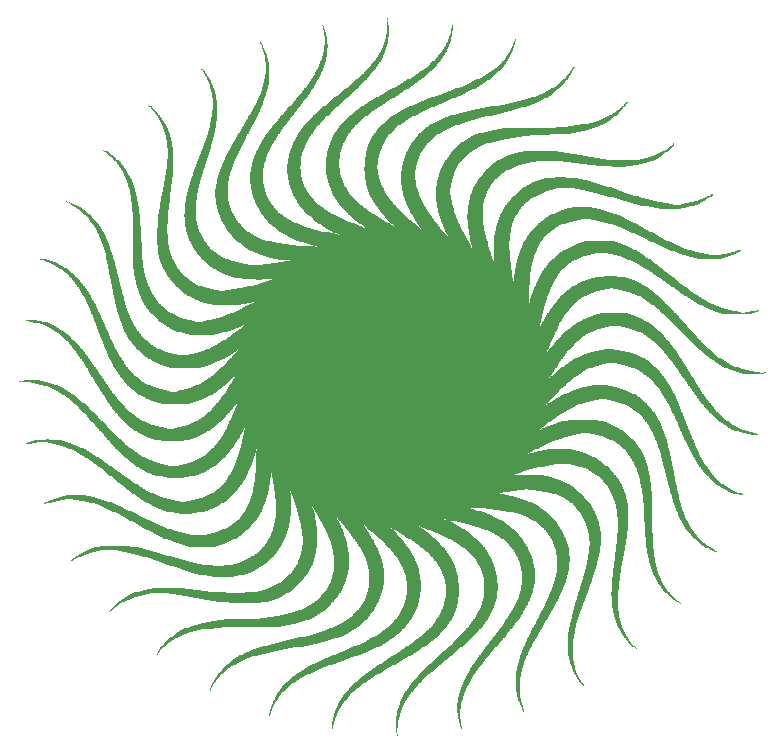
<source format=gbo>
G04 DipTrace 3.2.0.1*
G04 ddssl.GBO*
%MOIN*%
G04 #@! TF.FileFunction,Legend,Bot*
G04 #@! TF.Part,Single*
%ADD12C,0.003*%
%FSLAX26Y26*%
G04*
G70*
G90*
G75*
G01*
G04 BotSilk*
%LPD*%
X-16000Y1196000D2*
D12*
D3*
Y1193000D2*
D3*
Y1187000D2*
D3*
Y1184000D2*
D3*
Y1181000D2*
D3*
Y1178000D2*
D3*
Y1175000D2*
X-13000D1*
X-232000Y1172000D2*
D3*
X-16000D2*
X-13000D1*
X200000D2*
D3*
X-230615Y1169000D2*
X-229000D1*
X-16000D2*
X-13000D1*
X199536D2*
X200000D1*
X-229742Y1166000D2*
X-229000D1*
X-16000D2*
X-13000D1*
X198793D2*
X200000D1*
X-229200Y1163000D2*
X-229000D1*
X-16000D2*
X-13000D1*
X198016D2*
X200000D1*
X-228625Y1160000D2*
X-226000D1*
X-16012D2*
X-13000D1*
X197479D2*
X199536D1*
X-227828Y1157000D2*
X-225886D1*
X-16117D2*
X-13000D1*
X197094D2*
X198793D1*
X-227029Y1154000D2*
X-225501D1*
X-16500D2*
X-13000D1*
X196585D2*
X198016D1*
X-226495Y1151000D2*
X-224782D1*
X-17218D2*
X-13000D1*
X195802D2*
X197490D1*
X-226213Y1148000D2*
X-224001D1*
X-17987D2*
X-13012D1*
X194907D2*
X197200D1*
X-226073Y1145000D2*
X-223372D1*
X-18522D2*
X-13117D1*
X193994D2*
X196967D1*
X-225915Y1142000D2*
X-222712D1*
X-18906D2*
X-13500D1*
X192983D2*
X196532D1*
X-225512Y1139000D2*
X-221866D1*
X-19415D2*
X-14218D1*
X191980D2*
X195793D1*
X-224786Y1136000D2*
X-221044D1*
X-20187D2*
X-14987D1*
X191022D2*
X195017D1*
X-224014Y1133000D2*
X-220501D1*
X-20988D2*
X-15510D1*
X189993D2*
X194479D1*
X-223490Y1130000D2*
X-220215D1*
X-21624D2*
X-15789D1*
X188984D2*
X194095D1*
X-223212Y1127000D2*
X-220085D1*
X-22299D2*
X-15928D1*
X188011D2*
X193585D1*
X410000D2*
D3*
X-223084Y1124000D2*
X-220032D1*
X-23251D2*
X-16086D1*
X186888D2*
X192802D1*
X410000D2*
D3*
X-223043Y1121000D2*
X-220000D1*
X-24455D2*
X-16488D1*
X185590D2*
X191907D1*
X407000D2*
D3*
X-439000Y1118000D2*
D3*
X-223128D2*
X-219887D1*
X-25717D2*
X-17214D1*
X184187D2*
X190982D1*
X405963D2*
X407000D1*
X-437860Y1115000D2*
X-439000D1*
X-223503D2*
X-219502D1*
X-26784D2*
X-17998D1*
X182725D2*
X189877D1*
X404964D2*
X407000D1*
X-436583Y1112000D2*
X-436000D1*
X-224219D2*
X-218782D1*
X-27542D2*
X-18627D1*
X181243D2*
X188598D1*
X404002D2*
X405963D1*
X-435295Y1109000D2*
X-436000D1*
X-224988D2*
X-218025D1*
X-28256D2*
X-19288D1*
X179746D2*
X187291D1*
X402884D2*
X404964D1*
X-434220Y1106000D2*
X-433000D1*
X-225511D2*
X-217607D1*
X-29134D2*
X-20146D1*
X178238D2*
X186118D1*
X401588D2*
X404013D1*
X-433459Y1103000D2*
X-433000D1*
X-225789D2*
X-217711D1*
X-30081D2*
X-21073D1*
X176631D2*
X185066D1*
X400187D2*
X402989D1*
X-432744Y1100000D2*
X-433000D1*
X-225928D2*
X-218302D1*
X-31115D2*
X-22010D1*
X174752D2*
X183909D1*
X398724D2*
X401982D1*
X-431866Y1097000D2*
X-430000D1*
X-226086D2*
X-219019D1*
X-32514D2*
X-23120D1*
X172531D2*
X182597D1*
X397242D2*
X401011D1*
X-430931Y1094000D2*
X-428501D1*
X-226488D2*
X-219522D1*
X-34237D2*
X-24401D1*
X170252D2*
X181190D1*
X395746D2*
X399888D1*
X-430003Y1091000D2*
X-427255D1*
X-227214D2*
X-219792D1*
X-35977D2*
X-25697D1*
X168133D2*
X179726D1*
X394250D2*
X398601D1*
X-428998Y1088000D2*
X-426088D1*
X-227986D2*
X-219917D1*
X-37623D2*
X-26776D1*
X166069D2*
X178243D1*
X392748D2*
X397293D1*
X-428087Y1085000D2*
X-425020D1*
X-228522D2*
X-219969D1*
X-39199D2*
X-27540D1*
X163997D2*
X176746D1*
X391239D2*
X396119D1*
X-427404Y1082000D2*
X-424024D1*
X-228906D2*
X-219989D1*
X-40740D2*
X-28267D1*
X162002D2*
X175239D1*
X389632D2*
X395066D1*
X-426723Y1079000D2*
X-422892D1*
X-229415D2*
X-220008D1*
X-42349D2*
X-29239D1*
X159902D2*
X173631D1*
X387752D2*
X393909D1*
X-425870Y1076000D2*
X-421603D1*
X-230198D2*
X-220116D1*
X-44140D2*
X-30463D1*
X157478D2*
X171752D1*
X385531D2*
X392597D1*
X-425046Y1073000D2*
X-420305D1*
X-231093D2*
X-220499D1*
X-46086D2*
X-31833D1*
X154789D2*
X169531D1*
X383264D2*
X391178D1*
X-424501Y1070000D2*
X-419224D1*
X-232006D2*
X-221218D1*
X-48017D2*
X-33283D1*
X152029D2*
X167252D1*
X381238D2*
X389620D1*
X-424204Y1067000D2*
X-418461D1*
X-233017D2*
X-221999D1*
X-49992D2*
X-34760D1*
X149467D2*
X165133D1*
X379451D2*
X387849D1*
X-423968Y1064000D2*
X-417745D1*
X-234020D2*
X-222628D1*
X-52026D2*
X-36255D1*
X147195D2*
X163069D1*
X377716D2*
X385922D1*
X-423532Y1061000D2*
X-416878D1*
X-234990D2*
X-223288D1*
X-54006D2*
X-37762D1*
X144866D2*
X160997D1*
X375771D2*
X384087D1*
X-422793Y1058000D2*
X-416048D1*
X-236113D2*
X-224134D1*
X-56101D2*
X-39369D1*
X142010D2*
X159002D1*
X373425D2*
X382390D1*
X-422017Y1055000D2*
X-415502D1*
X-237399D2*
X-224967D1*
X-58523D2*
X-41248D1*
X138570D2*
X156902D1*
X370757D2*
X380704D1*
X-421491Y1052000D2*
X-415204D1*
X-238707D2*
X-225616D1*
X-61211D2*
X-43469D1*
X134929D2*
X154490D1*
X367904D2*
X378880D1*
X-421212Y1049000D2*
X-414968D1*
X-239881D2*
X-226284D1*
X-63971D2*
X-45736D1*
X131458D2*
X151894D1*
X364965D2*
X376921D1*
X-421084Y1046000D2*
X-414532D1*
X-240934D2*
X-227144D1*
X-66533D2*
X-47762D1*
X128200D2*
X149411D1*
X361987D2*
X374974D1*
X608000D2*
D3*
X-421032Y1043000D2*
X-413793D1*
X-242091D2*
X-228072D1*
X-68794D2*
X-49549D1*
X125080D2*
X147185D1*
X358996D2*
X372903D1*
X-421011Y1040000D2*
X-413017D1*
X-243403D2*
X-228999D1*
X-71017D2*
X-51284D1*
X122018D2*
X144976D1*
X355987D2*
X370592D1*
X608000D2*
D3*
X-421004Y1037000D2*
X-412491D1*
X-244810D2*
X-230014D1*
X-73491D2*
X-53229D1*
X118894D2*
X142495D1*
X352882D2*
X368264D1*
X605000D2*
D3*
X-421001Y1034000D2*
X-412212D1*
X-246274D2*
X-231019D1*
X-76212D2*
X-55563D1*
X115493D2*
X139670D1*
X349489D2*
X366012D1*
X603037D2*
X605000D1*
X-421000Y1031000D2*
X-412084D1*
X-247757D2*
X-231990D1*
X-79084D2*
X-58126D1*
X111666D2*
X136416D1*
X345665D2*
X363455D1*
X601036D2*
X603140D1*
X-637000Y1028000D2*
X-634000D1*
X-421000D2*
X-412032D1*
X-249254D2*
X-233112D1*
X-82020D2*
X-60596D1*
X107514D2*
X132750D1*
X341513D2*
X360281D1*
X598998D2*
X601429D1*
X-421000Y1025000D2*
X-412011D1*
X-250750D2*
X-234410D1*
X-84894D2*
X-62817D1*
X103260D2*
X129002D1*
X337260D2*
X356797D1*
X597116D2*
X599822D1*
X-631000Y1022000D2*
D3*
X-421000D2*
X-412004D1*
X-252252D2*
X-235813D1*
X-87504D2*
X-65025D1*
X99107D2*
X125486D1*
X333107D2*
X353404D1*
X595400D2*
X598279D1*
X-629499Y1019000D2*
X-628000D1*
X-421012D2*
X-412001D1*
X-253749D2*
X-237275D1*
X-89795D2*
X-67482D1*
X95062D2*
X122210D1*
X329062D2*
X350179D1*
X593696D2*
X596759D1*
X-627745Y1016000D2*
X-626026D1*
X-421117D2*
X-412000D1*
X-255251D2*
X-238757D1*
X-92130D2*
X-70107D1*
X90908D2*
X119072D1*
X324896D2*
X347061D1*
X591764D2*
X595243D1*
X-625912Y1013000D2*
X-623930D1*
X-421500D2*
X-412000D1*
X-256761D2*
X-240254D1*
X-94989D2*
X-72691D1*
X86597D2*
X115914D1*
X320491D2*
X343910D1*
X589422D2*
X593645D1*
X-623980Y1010000D2*
X-621604D1*
X-422218D2*
X-412000D1*
X-258357D2*
X-241750D1*
X-98429D2*
X-75196D1*
X82190D2*
X112512D1*
X315796D2*
X340510D1*
X586756D2*
X591858D1*
X-621976Y1007000D2*
X-619281D1*
X-422987D2*
X-412000D1*
X-260143D2*
X-243252D1*
X-102071D2*
X-77743D1*
X77726D2*
X108774D1*
X310890D2*
X336785D1*
X583916D2*
X589913D1*
X-620108Y1004000D2*
X-617143D1*
X-423522D2*
X-412000D1*
X-262075D2*
X-244749D1*
X-105542D2*
X-80263D1*
X73231D2*
X104897D1*
X305962D2*
X333002D1*
X581082D2*
X587983D1*
X-618409Y1001000D2*
X-615072D1*
X-423906D2*
X-412000D1*
X-263912D2*
X-246251D1*
X-108800D2*
X-82736D1*
X68640D2*
X100990D1*
X300887D2*
X329373D1*
X578487D2*
X586008D1*
X-616824Y998000D2*
X-613010D1*
X-424415D2*
X-412012D1*
X-265610D2*
X-247749D1*
X-111931D2*
X-85351D1*
X63844D2*
X96993D1*
X295462D2*
X325712D1*
X576202D2*
X583974D1*
X-615381Y995000D2*
X-611132D1*
X-425187D2*
X-412117D1*
X-267307D2*
X-249251D1*
X-115087D2*
X-88053D1*
X58807D2*
X93085D1*
X289658D2*
X321854D1*
X573869D2*
X581994D1*
X-614151Y992000D2*
X-609518D1*
X-425988D2*
X-412500D1*
X-269225D2*
X-250761D1*
X-118489D2*
X-90682D1*
X53588D2*
X89404D1*
X283424D2*
X317915D1*
X571010D2*
X579899D1*
X-613078Y989000D2*
X-608208D1*
X-426624D2*
X-413218D1*
X-271461D2*
X-252357D1*
X-122214D2*
X-93306D1*
X48184D2*
X85711D1*
X276866D2*
X313872D1*
X567570D2*
X577477D1*
X-611913Y986000D2*
X-607100D1*
X-427287D2*
X-413987D1*
X-273745D2*
X-254131D1*
X-125998D2*
X-96239D1*
X42823D2*
X81753D1*
X270489D2*
X309381D1*
X563929D2*
X574777D1*
X-610610Y983000D2*
X-605921D1*
X-428133D2*
X-414510D1*
X-275878D2*
X-255970D1*
X-129627D2*
X-99480D1*
X37752D2*
X77534D1*
X264586D2*
X304369D1*
X560458D2*
X571912D1*
X-609308Y980000D2*
X-604601D1*
X-428967D2*
X-414800D1*
X-278037D2*
X-257530D1*
X-133276D2*
X-102723D1*
X32863D2*
X73166D1*
X258698D2*
X299187D1*
X557188D2*
X568967D1*
X-608237Y977000D2*
X-603191D1*
X-429616D2*
X-415033D1*
X-280385D2*
X-258880D1*
X-137017D2*
X-105873D1*
X27944D2*
X68729D1*
X252364D2*
X294108D1*
X553963D2*
X565988D1*
X-607566Y974000D2*
X-601738D1*
X-430284D2*
X-415468D1*
X-282716D2*
X-260421D1*
X-140468D2*
X-108947D1*
X22934D2*
X64345D1*
X245692D2*
X289060D1*
X550519D2*
X562996D1*
X-607127Y971000D2*
X-600348D1*
X-431133D2*
X-416207D1*
X-284868D2*
X-262214D1*
X-143398D2*
X-111980D1*
X17877D2*
X60127D1*
X238683D2*
X283982D1*
X546664D2*
X559999D1*
X-606596Y968000D2*
X-599140D1*
X-431967D2*
X-416995D1*
X-287045D2*
X-264070D1*
X-146309D2*
X-114993D1*
X12512D2*
X55957D1*
X230967D2*
X278884D1*
X542388D2*
X557000D1*
X-605806Y965000D2*
X-598086D1*
X-432616D2*
X-417626D1*
X-289489D2*
X-266013D1*
X-149739D2*
X-117997D1*
X6757D2*
X51412D1*
X222639D2*
X273402D1*
X537656D2*
X554000D1*
X-604908Y962000D2*
X-597017D1*
X-433284D2*
X-418288D1*
X-292098D2*
X-268033D1*
X-153666D2*
X-120999D1*
X1007D2*
X46392D1*
X214414D2*
X267260D1*
X532495D2*
X551000D1*
X-603994Y959000D2*
X-595992D1*
X-434144D2*
X-419145D1*
X-294586D2*
X-269997D1*
X-157801D2*
X-124000D1*
X-4600D2*
X41308D1*
X206584D2*
X260790D1*
X527240D2*
X547988D1*
X-602995Y956000D2*
X-595026D1*
X-435072D2*
X-420073D1*
X-296814D2*
X-271985D1*
X-161803D2*
X-127012D1*
X-10194D2*
X36609D1*
X198781D2*
X254402D1*
X522117D2*
X544883D1*
X-602097Y953000D2*
X-594006D1*
X-436010D2*
X-420999D1*
X-299024D2*
X-274023D1*
X-165448D2*
X-130117D1*
X-15639D2*
X32278D1*
X190855D2*
X248179D1*
X516938D2*
X541489D1*
X-601521Y950000D2*
X-593090D1*
X-437120D2*
X-422014D1*
X-301493D2*
X-276005D1*
X-168878D2*
X-133500D1*
X-20839D2*
X27982D1*
X182831D2*
X242061D1*
X511368D2*
X537653D1*
X-601211Y947000D2*
X-592405D1*
X-438401D2*
X-423019D1*
X-304213D2*
X-278089D1*
X-172417D2*
X-137218D1*
X-26023D2*
X23512D1*
X174393D2*
X235899D1*
X505167D2*
X533384D1*
X-600971Y944000D2*
X-591724D1*
X-439708D2*
X-423978D1*
X-307073D2*
X-280405D1*
X-176300D2*
X-140987D1*
X-31380D2*
X18702D1*
X165382D2*
X229393D1*
X498185D2*
X528655D1*
X-600533Y941000D2*
X-590870D1*
X-440882D2*
X-425007D1*
X-309914D2*
X-282724D1*
X-180474D2*
X-144510D1*
X-36715D2*
X13511D1*
X156404D2*
X222286D1*
X490634D2*
X523495D1*
X-599794Y938000D2*
X-590046D1*
X-441934D2*
X-426016D1*
X-312512D2*
X-284870D1*
X-184724D2*
X-147789D1*
X-41855D2*
X8257D1*
X148118D2*
X214796D1*
X482863D2*
X518240D1*
X-599017Y935000D2*
X-589501D1*
X-443091D2*
X-426977D1*
X-314774D2*
X-287034D1*
X-188774D2*
X-150916D1*
X-46927D2*
X3236D1*
X140395D2*
X207503D1*
X474839D2*
X513117D1*
X-598491Y932000D2*
X-589204D1*
X-444403D2*
X-428007D1*
X-316897D2*
X-289384D1*
X-192426D2*
X-153968D1*
X-52001D2*
X-1538D1*
X132687D2*
X200689D1*
X466343D2*
X507950D1*
X-598212Y929000D2*
X-588968D1*
X-445810D2*
X-429016D1*
X-319002D2*
X-291716D1*
X-195769D2*
X-156989D1*
X-56997D2*
X-6167D1*
X124826D2*
X194178D1*
X457236D2*
X502497D1*
X-598084Y926000D2*
X-588532D1*
X-447274D2*
X-429977D1*
X-321099D2*
X-293867D1*
X-199022D2*
X-160008D1*
X-62098D2*
X-10729D1*
X116944D2*
X187604D1*
X447317D2*
X496772D1*
X-598032Y923000D2*
X-587793D1*
X-448757D2*
X-430995D1*
X-323479D2*
X-296045D1*
X-202464D2*
X-163116D1*
X-67510D2*
X-15345D1*
X108992D2*
X180696D1*
X436235D2*
X490785D1*
X785000D2*
D3*
X-598011Y920000D2*
X-587017D1*
X-450254D2*
X-431911D1*
X-326240D2*
X-298489D1*
X-206205D2*
X-166499D1*
X-73094D2*
X-20139D1*
X100980D2*
X173423D1*
X423684D2*
X484340D1*
X782000D2*
D3*
X-598004Y917000D2*
X-586491D1*
X-451750D2*
X-432595D1*
X-328992D2*
X-301098D1*
X-209983D2*
X-170218D1*
X-78471D2*
X-25074D1*
X93121D2*
X165883D1*
X410052D2*
X477142D1*
X779114D2*
X782000D1*
X-598001Y914000D2*
X-586212D1*
X-453252D2*
X-433288D1*
X-331611D2*
X-303586D1*
X-213521D2*
X-173987D1*
X-83304D2*
X-29900D1*
X85526D2*
X158390D1*
X396091D2*
X469162D1*
X776499D2*
X779464D1*
X-598000Y911000D2*
X-586084D1*
X-454749D2*
X-434247D1*
X-334311D2*
X-305814D1*
X-216905D2*
X-177510D1*
X-87678D2*
X-34493D1*
X78324D2*
X151306D1*
X381847D2*
X460666D1*
X774218D2*
X777207D1*
X-814000Y908000D2*
D3*
X-598000D2*
X-586032D1*
X-456251D2*
X-435454D1*
X-337139D2*
X-308012D1*
X-220415D2*
X-180789D1*
X-91901D2*
X-38796D1*
X71599D2*
X144502D1*
X366974D2*
X451972D1*
X771975D2*
X774996D1*
X-811000Y905000D2*
D3*
X-598000D2*
X-586011D1*
X-457749D2*
X-436728D1*
X-340057D2*
X-310376D1*
X-224198D2*
X-183928D1*
X-96090D2*
X-42902D1*
X65139D2*
X137818D1*
X351220D2*
X443310D1*
X769393D2*
X772615D1*
X-808000Y902000D2*
X-805000D1*
X-598000D2*
X-586004D1*
X-459251D2*
X-437901D1*
X-343022D2*
X-312713D1*
X-228093D2*
X-187086D1*
X-100461D2*
X-47091D1*
X58600D2*
X131281D1*
X334431D2*
X434455D1*
X766289D2*
X770182D1*
X-805000Y899000D2*
X-802000D1*
X-598000D2*
X-586001D1*
X-460761D2*
X-439042D1*
X-345996D2*
X-314867D1*
X-232006D2*
X-190477D1*
X-105208D2*
X-51504D1*
X51831D2*
X124672D1*
X316816D2*
X424635D1*
X762698D2*
X767751D1*
X-802000Y896000D2*
X-799000D1*
X-598012D2*
X-586000D1*
X-462357D2*
X-440474D1*
X-348886D2*
X-317033D1*
X-236005D2*
X-194097D1*
X-109896D2*
X-56191D1*
X45143D2*
X117838D1*
X299368D2*
X413469D1*
X758970D2*
X765237D1*
X-799012Y893000D2*
X-796000D1*
X-598117D2*
X-586000D1*
X-464143D2*
X-442121D1*
X-351501D2*
X-319384D1*
X-239903D2*
X-197486D1*
X-114105D2*
X-60993D1*
X38994D2*
X110933D1*
X283177D2*
X401562D1*
X755361D2*
X762730D1*
X-796117Y890000D2*
X-793000D1*
X-598500D2*
X-586000D1*
X-466075D2*
X-443579D1*
X-353782D2*
X-321716D1*
X-243479D2*
X-200292D1*
X-118065D2*
X-65526D1*
X33443D2*
X104116D1*
X268511D2*
X389655D1*
X751708D2*
X760262D1*
X-793500Y887000D2*
X-790012D1*
X-599218D2*
X-586000D1*
X-467912D2*
X-444798D1*
X-356013D2*
X-323867D1*
X-246777D2*
X-202801D1*
X-122057D2*
X-69766D1*
X28189D2*
X97496D1*
X255085D2*
X377850D1*
X747841D2*
X757636D1*
X-791218Y884000D2*
X-787117D1*
X-599987D2*
X-586000D1*
X-469610D2*
X-446035D1*
X-358490D2*
X-326045D1*
X-249912D2*
X-205417D1*
X-126040D2*
X-73911D1*
X23042D2*
X91316D1*
X242349D2*
X365802D1*
X743810D2*
X754829D1*
X-788999Y881000D2*
X-784500D1*
X-600510D2*
X-586000D1*
X-471296D2*
X-447381D1*
X-361211D2*
X-328489D1*
X-252967D2*
X-208297D1*
X-129987D2*
X-77879D1*
X18030D2*
X85509D1*
X229914D2*
X353311D1*
X739490D2*
X751819D1*
X-786639Y878000D2*
X-782218D1*
X-600789D2*
X-586000D1*
X-473120D2*
X-448802D1*
X-364084D2*
X-331098D1*
X-255988D2*
X-211572D1*
X-133999D2*
X-81584D1*
X13024D2*
X79733D1*
X217970D2*
X340299D1*
X734662D2*
X748476D1*
X-784405Y875000D2*
X-779999D1*
X-600928D2*
X-586000D1*
X-475067D2*
X-450272D1*
X-367020D2*
X-333586D1*
X-258996D2*
X-215246D1*
X-137900D2*
X-85273D1*
X7991D2*
X73888D1*
X207110D2*
X326811D1*
X729600D2*
X744762D1*
X-782633Y872000D2*
X-777628D1*
X-601086D2*
X-586000D1*
X-476909D2*
X-451756D1*
X-369894D2*
X-335814D1*
X-261999D2*
X-218997D1*
X-141478D2*
X-89129D1*
X3125D2*
X68066D1*
X197435D2*
X313579D1*
X724652D2*
X740893D1*
X-781185Y869000D2*
X-775288D1*
X-601488D2*
X-586012D1*
X-478597D2*
X-453254D1*
X-372504D2*
X-338012D1*
X-265000D2*
X-222502D1*
X-144777D2*
X-92954D1*
X-1472D2*
X62491D1*
X188579D2*
X301229D1*
X719701D2*
X736989D1*
X-779604Y866000D2*
X-773146D1*
X-602214D2*
X-586117D1*
X-480190D2*
X-454750D1*
X-374772D2*
X-340376D1*
X-267988D2*
X-225673D1*
X-147912D2*
X-96499D1*
X-5688D2*
X57328D1*
X180353D2*
X289546D1*
X714304D2*
X732981D1*
X-777806Y863000D2*
X-771073D1*
X-602986D2*
X-586500D1*
X-481737D2*
X-456251D1*
X-376908D2*
X-342713D1*
X-270894D2*
X-228417D1*
X-150967D2*
X-99785D1*
X-9507D2*
X52496D1*
X172612D2*
X278310D1*
X708083D2*
X728980D1*
X-776038Y860000D2*
X-768999D1*
X-603522D2*
X-587218D1*
X-483348D2*
X-457761D1*
X-379096D2*
X-344867D1*
X-273618D2*
X-230762D1*
X-153988D2*
X-102926D1*
X-13244D2*
X47845D1*
X165354D2*
X267676D1*
X701030D2*
X724998D1*
X-774382Y857000D2*
X-767014D1*
X-603906D2*
X-587987D1*
X-485128D2*
X-459357D1*
X-381376D2*
X-347044D1*
X-276281D2*
X-233107D1*
X-156996D2*
X-106085D1*
X-17118D2*
X43287D1*
X158621D2*
X257550D1*
X693039D2*
X720759D1*
X-772803Y854000D2*
X-765019D1*
X-604415D2*
X-588510D1*
X-486969D2*
X-461143D1*
X-383815D2*
X-349489D1*
X-279219D2*
X-235868D1*
X-159999D2*
X-109488D1*
X-20950D2*
X38761D1*
X152259D2*
X247439D1*
X683984D2*
X715973D1*
X-771272Y851000D2*
X-762990D1*
X-605186D2*
X-588789D1*
X-488529D2*
X-463075D1*
X-386290D2*
X-352098D1*
X-282360D2*
X-238929D1*
X-162988D2*
X-113214D1*
X-24497D2*
X34256D1*
X146113D2*
X237199D1*
X673972D2*
X710458D1*
X-769756Y848000D2*
X-761112D1*
X-605976D2*
X-588928D1*
X-489880D2*
X-464912D1*
X-388746D2*
X-354586D1*
X-285222D2*
X-241853D1*
X-165883D2*
X-116974D1*
X-27784D2*
X29762D1*
X140154D2*
X227418D1*
X662769D2*
X704402D1*
X-768254Y845000D2*
X-759410D1*
X-606507D2*
X-589086D1*
X-491421D2*
X-466598D1*
X-391354D2*
X-356814D1*
X-287655D2*
X-244555D1*
X-168500D2*
X-120393D1*
X-30914D2*
X25369D1*
X134524D2*
X218611D1*
X649735D2*
X698222D1*
X-766761Y842000D2*
X-757813D1*
X-606799D2*
X-589488D1*
X-493214D2*
X-468190D1*
X-394043D2*
X-359012D1*
X-289960D2*
X-247289D1*
X-170782D2*
X-123289D1*
X-33968D2*
X21260D1*
X129340D2*
X210773D1*
X634419D2*
X691994D1*
X-765357Y839000D2*
X-756275D1*
X-607033D2*
X-590214D1*
X-495070D2*
X-469726D1*
X-396565D2*
X-361376D1*
X-292469D2*
X-250119D1*
X-173013D2*
X-125698D1*
X-36989D2*
X17586D1*
X124500D2*
X203663D1*
X616886D2*
X685513D1*
X-764143Y836000D2*
X-754757D1*
X-607468D2*
X-590986D1*
X-497013D2*
X-471243D1*
X-398806D2*
X-363713D1*
X-295192D2*
X-252937D1*
X-175478D2*
X-127981D1*
X-39996D2*
X14247D1*
X119858D2*
X196719D1*
X597768D2*
X678425D1*
X-763087Y833000D2*
X-753254D1*
X-608218D2*
X-591522D1*
X-499022D2*
X-472746D1*
X-401022D2*
X-365867D1*
X-297964D2*
X-255521D1*
X-178094D2*
X-130478D1*
X-42987D2*
X11097D1*
X115404D2*
X189524D1*
X545000D2*
X670252D1*
X-762018Y830000D2*
X-751762D1*
X-609100D2*
X-591906D1*
X-500891D2*
X-474250D1*
X-403481D2*
X-368033D1*
X-300531D2*
X-257778D1*
X-180585D2*
X-133208D1*
X-45882D2*
X8036D1*
X111261D2*
X182351D1*
X377000D2*
X660452D1*
X-760992Y827000D2*
X-750357D1*
X-610009D2*
X-592415D1*
X-502603D2*
X-475748D1*
X-406095D2*
X-370384D1*
X-302781D2*
X-259898D1*
X-182802D2*
X-136071D1*
X-48500D2*
X5013D1*
X107474D2*
X175853D1*
X357060D2*
X648918D1*
X-760026Y824000D2*
X-749143D1*
X-611006D2*
X-593186D1*
X-504293D2*
X-477251D1*
X-408585D2*
X-372704D1*
X-304899D2*
X-261991D1*
X-184907D2*
X-138914D1*
X-50770D2*
X2004D1*
X103749D2*
X170205D1*
X339480D2*
X635875D1*
X-759006Y821000D2*
X-748087D1*
X-611915D2*
X-593988D1*
X-506119D2*
X-478749D1*
X-410814D2*
X-374750D1*
X-306991D2*
X-263982D1*
X-186994D2*
X-141500D1*
X-52896D2*
X-999D1*
X99879D2*
X165143D1*
X324647D2*
X621138D1*
X-758090Y818000D2*
X-747018D1*
X-612596D2*
X-594624D1*
X-508078D2*
X-480251D1*
X-413012D2*
X-376545D1*
X-308982D2*
X-265980D1*
X-188983D2*
X-143669D1*
X-54990D2*
X-4000D1*
X96061D2*
X160403D1*
X311935D2*
X604051D1*
X-757405Y815000D2*
X-745992D1*
X-613277D2*
X-595287D1*
X-510015D2*
X-481761D1*
X-415376D2*
X-378271D1*
X-310980D2*
X-268022D1*
X-190980D2*
X-145515D1*
X-56993D2*
X-7000D1*
X92620D2*
X155816D1*
X300554D2*
X584278D1*
X-756724Y812000D2*
X-745026D1*
X-614142D2*
X-596133D1*
X-511991D2*
X-483357D1*
X-417713D2*
X-380111D1*
X-313010D2*
X-270005D1*
X-193010D2*
X-147260D1*
X-59085D2*
X-9988D1*
X89715D2*
X151388D1*
X290246D2*
X563000D1*
X-755870Y809000D2*
X-743994D1*
X-615072D2*
X-596967D1*
X-514014D2*
X-485131D1*
X-419855D2*
X-382076D1*
X-314887D2*
X-272089D1*
X-194887D2*
X-149107D1*
X-61404D2*
X-12883D1*
X87304D2*
X147267D1*
X281208D2*
X524000D1*
X-755034Y806000D2*
X-742984D1*
X-615998D2*
X-597616D1*
X-515889D2*
X-486970D1*
X-421927D2*
X-384014D1*
X-316590D2*
X-274405D1*
X-196590D2*
X-151063D1*
X-63711D2*
X-15500D1*
X85019D2*
X143577D1*
X273568D2*
X455000D1*
X-754384Y803000D2*
X-742023D1*
X-617014D2*
X-598284D1*
X-517590D2*
X-488518D1*
X-424001D2*
X-385991D1*
X-318187D2*
X-276712D1*
X-198175D2*
X-152908D1*
X-65753D2*
X-17770D1*
X82534D2*
X140131D1*
X267101D2*
X420203D1*
X-753716Y800000D2*
X-741005D1*
X-618019D2*
X-599133D1*
X-519187D2*
X-489774D1*
X-425986D2*
X-388014D1*
X-319725D2*
X-278753D1*
X-199607D2*
X-154597D1*
X-67534D2*
X-19896D1*
X79910D2*
X136598D1*
X261463D2*
X398928D1*
X-752867Y797000D2*
X-740089D1*
X-618990D2*
X-599967D1*
X-520736D2*
X-491027D1*
X-427981D2*
X-389889D1*
X-321243D2*
X-280534D1*
X-200743D2*
X-156190D1*
X-69166D2*
X-21978D1*
X77417D2*
X132830D1*
X256190D2*
X379918D1*
X-752045Y794000D2*
X-739405D1*
X-620112D2*
X-600616D1*
X-522348D2*
X-492378D1*
X-430010D2*
X-391602D1*
X-322746D2*
X-282166D1*
X-201528D2*
X-157726D1*
X-70717D2*
X-23876D1*
X75187D2*
X129131D1*
X251040D2*
X363379D1*
X-751501Y791000D2*
X-738724D1*
X-621399D2*
X-601284D1*
X-524140D2*
X-493801D1*
X-431888D2*
X-393293D1*
X-324250D2*
X-283717D1*
X-202263D2*
X-159243D1*
X-72240D2*
X-25586D1*
X72988D2*
X125876D1*
X246029D2*
X348956D1*
X-751215Y788000D2*
X-737870D1*
X-622707D2*
X-602144D1*
X-526074D2*
X-495271D1*
X-433590D2*
X-395119D1*
X-325748D2*
X-285240D1*
X-203238D2*
X-160746D1*
X-73745D2*
X-27186D1*
X70624D2*
X122943D1*
X241035D2*
X336043D1*
X-751085Y785000D2*
X-737046D1*
X-623881D2*
X-603072D1*
X-527912D2*
X-496756D1*
X-435187D2*
X-397066D1*
X-327251D2*
X-286745D1*
X-204451D2*
X-162250D1*
X-75238D2*
X-28724D1*
X68287D2*
X119971D1*
X236108D2*
X324556D1*
X-751020Y782000D2*
X-736501D1*
X-624922D2*
X-603999D1*
X-529598D2*
X-498254D1*
X-436725D2*
X-398909D1*
X-328749D2*
X-288250D1*
X-205727D2*
X-163748D1*
X-76643D2*
X-30242D1*
X66145D2*
X117054D1*
X231624D2*
X314802D1*
X-750894Y779000D2*
X-736215D1*
X-625986D2*
X-605003D1*
X-531190D2*
X-499750D1*
X-438243D2*
X-400597D1*
X-330239D2*
X-289748D1*
X-206889D2*
X-165239D1*
X-77857D2*
X-31746D1*
X64073D2*
X114508D1*
X227746D2*
X306705D1*
X938000D2*
D3*
X-750504Y776000D2*
X-736074D1*
X-627009D2*
X-605902D1*
X-532737D2*
X-501251D1*
X-439758D2*
X-402190D1*
X-331643D2*
X-291239D1*
X-207936D2*
X-166643D1*
X-78925D2*
X-33238D1*
X62010D2*
X112130D1*
X224300D2*
X299713D1*
X934988D2*
X938000D1*
X-749783Y773000D2*
X-735915D1*
X-627986D2*
X-606490D1*
X-534348D2*
X-502761D1*
X-441356D2*
X-403737D1*
X-332857D2*
X-292643D1*
X-209092D2*
X-167857D1*
X-80088D2*
X-34643D1*
X60120D2*
X109682D1*
X221004D2*
X293375D1*
X931883D2*
X935000D1*
X-749013Y770000D2*
X-735512D1*
X-629111D2*
X-606894D1*
X-536140D2*
X-504357D1*
X-443131D2*
X-405348D1*
X-333925D2*
X-293857D1*
X-210391D2*
X-168913D1*
X-81390D2*
X-35857D1*
X58413D2*
X107309D1*
X217545D2*
X287492D1*
X928489D2*
X932000D1*
X-748490Y767000D2*
X-734786D1*
X-630398D2*
X-607411D1*
X-538074D2*
X-506143D1*
X-444970D2*
X-407140D1*
X-335088D2*
X-294925D1*
X-211693D2*
X-169983D1*
X-82693D2*
X-36925D1*
X56814D2*
X105141D1*
X213809D2*
X281882D1*
X924665D2*
X928988D1*
X-748211Y764000D2*
X-734014D1*
X-631707D2*
X-608197D1*
X-539912D2*
X-508075D1*
X-446518D2*
X-409074D1*
X-336390D2*
X-296088D1*
X-212763D2*
X-171008D1*
X-83763D2*
X-38088D1*
X55276D2*
X102970D1*
X210135D2*
X276409D1*
X920502D2*
X925883D1*
X-748084Y761000D2*
X-733490D1*
X-632881D2*
X-609093D1*
X-541598D2*
X-509900D1*
X-447774D2*
X-410900D1*
X-337693D2*
X-297390D1*
X-213434D2*
X-171974D1*
X-84422D2*
X-39390D1*
X53758D2*
X100617D1*
X206991D2*
X271374D1*
X916143D2*
X922500D1*
X-964000Y758000D2*
D3*
X-748032D2*
X-733212D1*
X-633922D2*
X-610006D1*
X-543190D2*
X-511493D1*
X-449027D2*
X-412493D1*
X-338775D2*
X-298704D1*
X-213873D2*
X-172994D1*
X-84767D2*
X-40704D1*
X52254D2*
X98296D1*
X204430D2*
X267101D1*
X911607D2*
X918782D1*
X-959974Y755000D2*
X-958000D1*
X-748011D2*
X-733084D1*
X-634986D2*
X-611005D1*
X-544726D2*
X-512796D1*
X-450378D2*
X-413796D1*
X-339539D2*
X-299880D1*
X-214404D2*
X-173910D1*
X-85021D2*
X-41880D1*
X50762D2*
X96250D1*
X202083D2*
X263355D1*
X467000D2*
X503000D1*
X906844D2*
X915001D1*
X-956082Y752000D2*
X-952000D1*
X-748004D2*
X-733032D1*
X-636009D2*
X-611914D1*
X-546243D2*
X-513902D1*
X-451801D2*
X-414902D1*
X-340255D2*
X-300921D1*
X-215182D2*
X-174595D1*
X-85464D2*
X-42921D1*
X49357D2*
X94467D1*
X199659D2*
X259686D1*
X445306D2*
X539000D1*
X901885D2*
X911372D1*
X-952501Y749000D2*
X-948422D1*
X-748001D2*
X-733011D1*
X-636986D2*
X-612596D1*
X-547746D2*
X-515080D1*
X-453271D2*
X-416080D1*
X-341122D2*
X-301974D1*
X-215975D2*
X-175276D1*
X-86205D2*
X-43974D1*
X48143D2*
X92834D1*
X197299D2*
X255851D1*
X427298D2*
X559753D1*
X896735D2*
X907700D1*
X-949102Y746000D2*
X-944294D1*
X-748000D2*
X-733004D1*
X-638111D2*
X-613289D1*
X-549250D2*
X-516399D1*
X-454756D2*
X-417387D1*
X-341963D2*
X-302903D1*
X-216518D2*
X-176130D1*
X-86983D2*
X-44903D1*
X47075D2*
X91283D1*
X195138D2*
X252037D1*
X412481D2*
X580661D1*
X890879D2*
X903749D1*
X-945587Y743000D2*
X-939798D1*
X-748000D2*
X-733001D1*
X-639398D2*
X-614247D1*
X-550748D2*
X-517809D1*
X-456242D2*
X-418703D1*
X-342615D2*
X-303592D1*
X-216904D2*
X-176954D1*
X-87521D2*
X-45592D1*
X45912D2*
X89772D1*
X192969D2*
X248498D1*
X400126D2*
X601811D1*
X883898D2*
X899533D1*
X-941814Y740000D2*
X-935503D1*
X-748000D2*
X-733000D1*
X-640707D2*
X-615454D1*
X-552251D2*
X-519274D1*
X-457644D2*
X-419880D1*
X-343284D2*
X-304276D1*
X-217415D2*
X-177499D1*
X-87905D2*
X-46276D1*
X44610D2*
X88372D1*
X190617D2*
X245214D1*
X390014D2*
X622513D1*
X876056D2*
X895154D1*
X-938024Y737000D2*
X-931701D1*
X-748000D2*
X-733000D1*
X-641881D2*
X-616717D1*
X-553749D2*
X-520757D1*
X-458857D2*
X-420921D1*
X-344132D2*
X-305130D1*
X-218186D2*
X-177785D1*
X-88415D2*
X-47130D1*
X43296D2*
X87250D1*
X188284D2*
X242085D1*
X381793D2*
X642040D1*
X867510D2*
X890600D1*
X-934505Y734000D2*
X-928296D1*
X-748012D2*
X-733000D1*
X-642934D2*
X-617784D1*
X-555239D2*
X-522254D1*
X-459913D2*
X-421985D1*
X-344955D2*
X-305954D1*
X-218976D2*
X-177926D1*
X-89186D2*
X-47954D1*
X42120D2*
X86470D1*
X186144D2*
X239032D1*
X374844D2*
X660857D1*
X857951D2*
X885729D1*
X-931330Y731000D2*
X-925104D1*
X-748117D2*
X-733000D1*
X-644091D2*
X-618542D1*
X-556643D2*
X-523750D1*
X-460983D2*
X-423009D1*
X-345499D2*
X-306499D1*
X-219507D2*
X-178085D1*
X-89976D2*
X-48499D1*
X41079D2*
X85748D1*
X184072D2*
X236023D1*
X368778D2*
X680217D1*
X846942D2*
X880398D1*
X-928572Y728000D2*
X-921926D1*
X-748500D2*
X-733000D1*
X-645391D2*
X-619268D1*
X-557857D2*
X-525240D1*
X-462008D2*
X-423974D1*
X-345785D2*
X-306785D1*
X-219787D2*
X-178488D1*
X-90507D2*
X-48785D1*
X40026D2*
X84867D1*
X181999D2*
X233109D1*
X363319D2*
X701053D1*
X833908D2*
X874611D1*
X-926144Y725000D2*
X-918516D1*
X-749218D2*
X-733000D1*
X-646705D2*
X-620240D1*
X-558925D2*
X-526643D1*
X-462974D2*
X-425006D1*
X-345926D2*
X-306915D1*
X-219915D2*
X-179214D1*
X-90787D2*
X-48926D1*
X39097D2*
X83931D1*
X180014D2*
X230395D1*
X358034D2*
X723231D1*
X818907D2*
X868157D1*
X-923616Y722000D2*
X-914799D1*
X-749987D2*
X-733000D1*
X-647880D2*
X-621451D1*
X-560088D2*
X-527857D1*
X-463994D2*
X-426016D1*
X-346085D2*
X-306968D1*
X-219968D2*
X-179986D1*
X-90915D2*
X-49085D1*
X38408D2*
X83003D1*
X178019D2*
X227836D1*
X352651D2*
X860595D1*
X-920796Y719000D2*
X-911132D1*
X-750510D2*
X-733000D1*
X-648921D2*
X-622716D1*
X-561402D2*
X-528925D1*
X-464899D2*
X-426977D1*
X-346488D2*
X-306989D1*
X-219989D2*
X-180510D1*
X-90968D2*
X-49488D1*
X37724D2*
X81986D1*
X175990D2*
X225269D1*
X347421D2*
X466948D1*
X569000D2*
X851666D1*
X-918032Y716000D2*
X-907990D1*
X-750789D2*
X-733000D1*
X-649985D2*
X-623783D1*
X-562810D2*
X-530088D1*
X-465489D2*
X-427995D1*
X-347214D2*
X-307008D1*
X-219996D2*
X-180777D1*
X-90989D2*
X-50214D1*
X36870D2*
X80981D1*
X174112D2*
X222753D1*
X342752D2*
X449175D1*
X610657D2*
X841220D1*
X-915510Y713000D2*
X-905430D1*
X-750916D2*
X-733000D1*
X-651009D2*
X-624542D1*
X-564263D2*
X-531390D1*
X-465894D2*
X-428899D1*
X-347986D2*
X-307116D1*
X-219999D2*
X-180799D1*
X-90996D2*
X-50986D1*
X36034D2*
X80022D1*
X172410D2*
X220383D1*
X338685D2*
X435164D1*
X637354D2*
X828405D1*
X-913190Y710000D2*
X-903083D1*
X-750968D2*
X-733000D1*
X-651986D2*
X-625256D1*
X-565652D2*
X-532704D1*
X-466411D2*
X-429489D1*
X-348510D2*
X-307499D1*
X-220000D2*
X-180469D1*
X-91010D2*
X-51510D1*
X35384D2*
X79005D1*
X170813D2*
X218149D1*
X334833D2*
X423845D1*
X664480D2*
X811718D1*
X-911080Y707000D2*
X-900659D1*
X-750989D2*
X-733000D1*
X-653111D2*
X-626134D1*
X-566860D2*
X-533880D1*
X-467185D2*
X-429894D1*
X-348788D2*
X-308206D1*
X-220000D2*
X-179771D1*
X-91117D2*
X-51788D1*
X34716D2*
X78101D1*
X169275D2*
X216176D1*
X330911D2*
X414279D1*
X692000D2*
X790597D1*
X-908942Y704000D2*
X-898311D1*
X-751008D2*
X-733000D1*
X-654398D2*
X-627069D1*
X-567926D2*
X-534921D1*
X-467976D2*
X-430411D1*
X-348916D2*
X-308870D1*
X-220000D2*
X-179009D1*
X-91499D2*
X-51916D1*
X33867D2*
X77511D1*
X167757D2*
X214435D1*
X327060D2*
X405983D1*
X734000D2*
X767000D1*
X-906606Y701000D2*
X-896255D1*
X-751116D2*
X-733000D1*
X-655707D2*
X-627997D1*
X-569088D2*
X-535985D1*
X-468518D2*
X-431185D1*
X-348968D2*
X-309011D1*
X-220000D2*
X-178488D1*
X-92206D2*
X-51957D1*
X33045D2*
X77106D1*
X166254D2*
X212822D1*
X323506D2*
X398548D1*
X-904292Y698000D2*
X-894456D1*
X-751499D2*
X-733000D1*
X-656881D2*
X-629014D1*
X-570390D2*
X-537009D1*
X-468904D2*
X-431976D1*
X-348989D2*
X-308571D1*
X-220000D2*
X-178211D1*
X-92870D2*
X-51872D1*
X32501D2*
X76589D1*
X164762D2*
X211278D1*
X320229D2*
X391772D1*
X-902248Y695000D2*
X-892729D1*
X-752218D2*
X-733000D1*
X-657922D2*
X-630019D1*
X-571704D2*
X-537974D1*
X-469415D2*
X-432506D1*
X-348996D2*
X-307929D1*
X-220000D2*
X-178084D1*
X-93011D2*
X-51497D1*
X32215D2*
X75815D1*
X163357D2*
X209758D1*
X317203D2*
X385884D1*
X-900466Y692000D2*
X-890889D1*
X-752987D2*
X-733000D1*
X-658986D2*
X-630978D1*
X-572880D2*
X-539006D1*
X-470186D2*
X-432787D1*
X-348999D2*
X-307458D1*
X-220000D2*
X-178020D1*
X-92571D2*
X-50781D1*
X32074D2*
X75024D1*
X162143D2*
X208255D1*
X314532D2*
X380875D1*
X-898846Y689000D2*
X-888936D1*
X-753510D2*
X-733000D1*
X-660009D2*
X-632007D1*
X-573921D2*
X-540016D1*
X-470976D2*
X-432915D1*
X-349000D2*
X-307200D1*
X-220000D2*
X-177894D1*
X-91929D2*
X-50012D1*
X31915D2*
X74494D1*
X161087D2*
X206762D1*
X312229D2*
X376344D1*
X-897389Y686000D2*
X-887092D1*
X-753789D2*
X-733000D1*
X-660974D2*
X-633016D1*
X-574985D2*
X-540977D1*
X-471507D2*
X-432968D1*
X-348988D2*
X-307080D1*
X-219988D2*
X-177504D1*
X-91458D2*
X-49489D1*
X31512D2*
X74213D1*
X160018D2*
X205369D1*
X309991D2*
X372119D1*
X-896154Y683000D2*
X-885391D1*
X-753928D2*
X-733012D1*
X-661994D2*
X-633977D1*
X-576009D2*
X-541995D1*
X-471787D2*
X-432989D1*
X-348883D2*
X-307030D1*
X-219883D2*
X-176783D1*
X-91200D2*
X-49200D1*
X30786D2*
X74085D1*
X158992D2*
X204248D1*
X307512D2*
X368072D1*
X-895079Y680000D2*
X-883705D1*
X-754086D2*
X-733117D1*
X-662910D2*
X-635007D1*
X-576974D2*
X-542911D1*
X-471915D2*
X-432996D1*
X-348500D2*
X-306999D1*
X-219500D2*
X-176002D1*
X-91080D2*
X-48967D1*
X30014D2*
X74032D1*
X158026D2*
X203469D1*
X304789D2*
X364022D1*
X-893913Y677000D2*
X-881880D1*
X-754488D2*
X-733500D1*
X-663595D2*
X-636016D1*
X-577994D2*
X-543595D1*
X-471968D2*
X-432999D1*
X-347782D2*
X-306887D1*
X-218782D2*
X-175373D1*
X-91030D2*
X-48532D1*
X29490D2*
X74011D1*
X156994D2*
X202736D1*
X301928D2*
X360107D1*
X-892599Y674000D2*
X-879933D1*
X-755214D2*
X-734218D1*
X-664288D2*
X-636977D1*
X-578910D2*
X-544276D1*
X-471989D2*
X-433000D1*
X-347013D2*
X-306502D1*
X-218013D2*
X-174712D1*
X-91011D2*
X-47793D1*
X29212D2*
X74004D1*
X155984D2*
X201762D1*
X299086D2*
X356524D1*
X-891190Y671000D2*
X-878091D1*
X-755986D2*
X-734987D1*
X-665247D2*
X-637995D1*
X-579595D2*
X-545130D1*
X-471996D2*
X-433000D1*
X-346490D2*
X-305782D1*
X-217478D2*
X-173854D1*
X-90992D2*
X-47017D1*
X29084D2*
X74001D1*
X155023D2*
X200549D1*
X296488D2*
X353224D1*
X-889737Y668000D2*
X-876403D1*
X-756510D2*
X-735510D1*
X-666454D2*
X-638911D1*
X-580276D2*
X-545954D1*
X-471999D2*
X-433000D1*
X-346211D2*
X-305001D1*
X-217094D2*
X-172927D1*
X-90884D2*
X-46479D1*
X29032D2*
X74000D1*
X154005D2*
X199284D1*
X294226D2*
X350088D1*
X554000D2*
X566000D1*
X-888348Y665000D2*
X-874810D1*
X-756800D2*
X-735789D1*
X-667728D2*
X-639595D1*
X-581130D2*
X-546510D1*
X-472000D2*
X-433000D1*
X-346072D2*
X-304372D1*
X-216585D2*
X-171990D1*
X-90501D2*
X-46095D1*
X29011D2*
X74012D1*
X153089D2*
X198229D1*
X292103D2*
X347033D1*
X531509D2*
X590220D1*
X-887140Y662000D2*
X-873274D1*
X-757033D2*
X-735916D1*
X-668889D2*
X-640276D1*
X-581954D2*
X-546902D1*
X-472000D2*
X-433000D1*
X-345914D2*
X-303712D1*
X-215802D2*
X-170880D1*
X-89782D2*
X-45573D1*
X29004D2*
X74117D1*
X152405D2*
X197563D1*
X290010D2*
X344012D1*
X513378D2*
X610875D1*
X-886074Y659000D2*
X-871769D1*
X-757468D2*
X-735980D1*
X-669924D2*
X-641142D1*
X-582510D2*
X-547414D1*
X-472000D2*
X-433000D1*
X-345512D2*
X-302854D1*
X-214907D2*
X-169599D1*
X-89001D2*
X-44696D1*
X29013D2*
X74500D1*
X151724D2*
X197126D1*
X288018D2*
X341004D1*
X499429D2*
X628106D1*
X-884912Y656000D2*
X-870360D1*
X-758207D2*
X-736106D1*
X-670986D2*
X-642072D1*
X-582902D2*
X-548186D1*
X-472000D2*
X-432988D1*
X-344786D2*
X-301927D1*
X-213994D2*
X-168292D1*
X-88372D2*
X-43525D1*
X29118D2*
X75218D1*
X150870D2*
X196596D1*
X286020D2*
X338013D1*
X488319D2*
X642804D1*
X-883610Y653000D2*
X-869144D1*
X-758983D2*
X-736496D1*
X-672009D2*
X-642998D1*
X-583414D2*
X-548976D1*
X-472000D2*
X-432883D1*
X-344002D2*
X-301001D1*
X-212983D2*
X-167118D1*
X-87712D2*
X-42264D1*
X29500D2*
X75987D1*
X150046D2*
X195817D1*
X283978D2*
X335118D1*
X479122D2*
X655552D1*
X-882307Y650000D2*
X-868087D1*
X-759509D2*
X-737217D1*
X-672975D2*
X-644003D1*
X-584186D2*
X-549507D1*
X-471988D2*
X-432500D1*
X-343373D2*
X-299986D1*
X-211980D2*
X-166066D1*
X-86866D2*
X-41108D1*
X30218D2*
X76510D1*
X149501D2*
X195025D1*
X282007D2*
X332500D1*
X471402D2*
X666914D1*
X-881225Y647000D2*
X-867018D1*
X-759800D2*
X-737987D1*
X-673994D2*
X-644902D1*
X-584976D2*
X-549787D1*
X-471883D2*
X-431782D1*
X-342712D2*
X-298981D1*
X-211022D2*
X-164909D1*
X-86044D2*
X-40063D1*
X30987D2*
X76800D1*
X149204D2*
X194494D1*
X280016D2*
X330230D1*
X464687D2*
X677569D1*
X-880461Y644000D2*
X-865992D1*
X-760033D2*
X-738510D1*
X-674910D2*
X-645490D1*
X-585507D2*
X-549915D1*
X-471500D2*
X-431013D1*
X-341854D2*
X-298010D1*
X-209993D2*
X-163597D1*
X-85501D2*
X-38908D1*
X31510D2*
X77033D1*
X148968D2*
X194201D1*
X277989D2*
X328104D1*
X458719D2*
X687738D1*
X-879745Y641000D2*
X-865026D1*
X-760468D2*
X-738789D1*
X-675595D2*
X-645894D1*
X-585799D2*
X-549968D1*
X-470782D2*
X-430478D1*
X-340927D2*
X-296888D1*
X-208984D2*
X-162178D1*
X-85204D2*
X-37597D1*
X31789D2*
X77468D1*
X148532D2*
X193967D1*
X276112D2*
X326010D1*
X453310D2*
X697420D1*
X-878866Y638000D2*
X-863994D1*
X-761207D2*
X-738916D1*
X-676276D2*
X-646411D1*
X-586033D2*
X-549989D1*
X-470013D2*
X-430094D1*
X-340001D2*
X-295590D1*
X-208011D2*
X-160620D1*
X-84968D2*
X-36190D1*
X31928D2*
X78218D1*
X147793D2*
X193532D1*
X274410D2*
X324018D1*
X448144D2*
X706757D1*
X-877931Y635000D2*
X-862984D1*
X-761983D2*
X-738980D1*
X-677142D2*
X-647185D1*
X-586468D2*
X-549996D1*
X-469490D2*
X-429585D1*
X-338986D2*
X-294175D1*
X-206888D2*
X-158849D1*
X-84521D2*
X-34726D1*
X32086D2*
X79101D1*
X147017D2*
X192793D1*
X272813D2*
X322032D1*
X443148D2*
X715905D1*
X-877003Y632000D2*
X-862023D1*
X-762521D2*
X-739106D1*
X-678072D2*
X-647987D1*
X-587207D2*
X-549999D1*
X-469200D2*
X-428813D1*
X-337981D2*
X-292619D1*
X-205601D2*
X-156910D1*
X-83676D2*
X-33243D1*
X32488D2*
X80009D1*
X146491D2*
X192017D1*
X271275D2*
X320096D1*
X438626D2*
X724965D1*
X-875998Y629000D2*
X-861005D1*
X-762905D2*
X-739496D1*
X-678998D2*
X-648624D1*
X-587983D2*
X-550000D1*
X-468967D2*
X-428012D1*
X-337022D2*
X-290848D1*
X-204304D2*
X-154982D1*
X-82517D2*
X-31746D1*
X33214D2*
X81018D1*
X146212D2*
X191491D1*
X269769D2*
X318507D1*
X434633D2*
X539126D1*
X616748D2*
X733976D1*
X-875098Y626000D2*
X-860089D1*
X-763415D2*
X-740217D1*
X-680003D2*
X-649287D1*
X-588509D2*
X-550000D1*
X-468532D2*
X-427376D1*
X-335993D2*
X-288922D1*
X-203224D2*
X-153007D1*
X-81261D2*
X-30250D1*
X33986D2*
X82020D1*
X146084D2*
X191212D1*
X268360D2*
X317234D1*
X430813D2*
X527639D1*
X633745D2*
X742879D1*
X-874510Y623000D2*
X-859405D1*
X-764186D2*
X-740987D1*
X-680913D2*
X-650133D1*
X-588788D2*
X-550000D1*
X-467793D2*
X-426713D1*
X-334984D2*
X-287087D1*
X-202461D2*
X-150986D1*
X-80107D2*
X-28748D1*
X34522D2*
X82978D1*
X146032D2*
X191084D1*
X267144D2*
X315976D1*
X426903D2*
X516975D1*
X649296D2*
X751499D1*
X-874106Y620000D2*
X-858724D1*
X-764976D2*
X-741510D1*
X-681596D2*
X-650956D1*
X-588916D2*
X-550000D1*
X-467017D2*
X-425855D1*
X-334011D2*
X-285390D1*
X-201733D2*
X-149111D1*
X-79063D2*
X-27239D1*
X34906D2*
X83995D1*
X146011D2*
X191032D1*
X266076D2*
X314634D1*
X423058D2*
X507474D1*
X663216D2*
X759793D1*
X-873589Y617000D2*
X-857870D1*
X-765518D2*
X-741789D1*
X-682277D2*
X-651511D1*
X-588968D2*
X-550000D1*
X-466479D2*
X-424927D1*
X-332888D2*
X-283692D1*
X-200749D2*
X-147398D1*
X-77908D2*
X-25643D1*
X35415D2*
X84911D1*
X146004D2*
X191023D1*
X264912D2*
X313304D1*
X419505D2*
X499296D1*
X675824D2*
X768130D1*
X-872815Y614000D2*
X-857034D1*
X-765905D2*
X-741916D1*
X-683130D2*
X-651902D1*
X-588989D2*
X-550000D1*
X-466095D2*
X-423990D1*
X-331590D2*
X-281775D1*
X-199432D2*
X-145695D1*
X-76597D2*
X-23857D1*
X36198D2*
X85595D1*
X146001D2*
X191121D1*
X263610D2*
X312123D1*
X416217D2*
X492349D1*
X687622D2*
X776989D1*
X-872024Y611000D2*
X-856384D1*
X-766415D2*
X-741980D1*
X-683954D2*
X-652414D1*
X-588996D2*
X-550000D1*
X-465585D2*
X-422880D1*
X-330187D2*
X-279539D1*
X-197773D2*
X-143764D1*
X-75190D2*
X-21913D1*
X37093D2*
X86288D1*
X146000D2*
X191501D1*
X262307D2*
X311068D1*
X413086D2*
X486123D1*
X699298D2*
X786429D1*
X1067000D2*
D3*
X-871494Y608000D2*
X-855716D1*
X-767186D2*
X-742106D1*
X-684510D2*
X-653186D1*
X-588999D2*
X-550000D1*
X-464802D2*
X-421587D1*
X-328725D2*
X-277255D1*
X-195893D2*
X-141422D1*
X-73726D2*
X-19983D1*
X38006D2*
X87247D1*
X146000D2*
X192218D1*
X261237D2*
X309909D1*
X410032D2*
X480048D1*
X711162D2*
X796083D1*
X1061464D2*
X1067000D1*
X-871213Y605000D2*
X-854867D1*
X-767976D2*
X-742496D1*
X-684902D2*
X-653976D1*
X-588988D2*
X-550000D1*
X-463907D2*
X-420186D1*
X-327231D2*
X-275122D1*
X-194077D2*
X-138756D1*
X-72243D2*
X-18008D1*
X39017D2*
X88454D1*
X146000D2*
X192987D1*
X260578D2*
X308609D1*
X407011D2*
X474194D1*
X722840D2*
X805647D1*
X1056196D2*
X1061475D1*
X-871073Y602000D2*
X-854045D1*
X-768518D2*
X-743217D1*
X-685414D2*
X-654507D1*
X-588883D2*
X-550000D1*
X-462982D2*
X-418724D1*
X-325640D2*
X-272952D1*
X-192386D2*
X-135904D1*
X-70746D2*
X-15974D1*
X40020D2*
X89728D1*
X146000D2*
X193510D1*
X260233D2*
X307295D1*
X404004D2*
X469026D1*
X733987D2*
X815194D1*
X1050867D2*
X1056325D1*
X-870914Y599000D2*
X-853489D1*
X-768905D2*
X-743987D1*
X-686186D2*
X-654787D1*
X-588500D2*
X-549988D1*
X-461877D2*
X-417231D1*
X-323856D2*
X-270498D1*
X-190703D2*
X-132964D1*
X-69250D2*
X-13994D1*
X40978D2*
X90901D1*
X146012D2*
X193800D1*
X259979D2*
X306120D1*
X401001D2*
X464468D1*
X744568D2*
X824791D1*
X1044987D2*
X1051495D1*
X-870512Y596000D2*
X-853098D1*
X-769415D2*
X-744510D1*
X-686976D2*
X-654927D1*
X-587782D2*
X-549883D1*
X-460598D2*
X-415640D1*
X-321924D2*
X-267784D1*
X-188880D2*
X-129987D1*
X-67748D2*
X-11899D1*
X42007D2*
X92042D1*
X146117D2*
X194033D1*
X259536D2*
X305079D1*
X398000D2*
X460169D1*
X754722D2*
X834613D1*
X1038324D2*
X1046833D1*
X-869786Y593000D2*
X-852586D1*
X-770186D2*
X-744789D1*
X-687518D2*
X-655086D1*
X-587013D2*
X-549500D1*
X-459291D2*
X-413856D1*
X-320088D2*
X-264914D1*
X-186921D2*
X-126996D1*
X-66239D2*
X-9477D1*
X43016D2*
X93486D1*
X146500D2*
X194468D1*
X258795D2*
X304026D1*
X395000D2*
X456049D1*
X764782D2*
X845487D1*
X1030777D2*
X1042158D1*
X-869014Y590000D2*
X-851814D1*
X-770976D2*
X-744916D1*
X-687904D2*
X-655488D1*
X-586490D2*
X-548782D1*
X-458118D2*
X-411924D1*
X-318402D2*
X-261968D1*
X-184974D2*
X-123999D1*
X-64632D2*
X-6777D1*
X43989D2*
X95227D1*
X147218D2*
X195207D1*
X258005D2*
X303097D1*
X392012D2*
X452046D1*
X775168D2*
X858231D1*
X1022089D2*
X1037145D1*
X-1087000Y587000D2*
D3*
X-868490D2*
X-851024D1*
X-771507D2*
X-744980D1*
X-688415D2*
X-656214D1*
X-586211D2*
X-548001D1*
X-457066D2*
X-410088D1*
X-316810D2*
X-258989D1*
X-182891D2*
X-120988D1*
X-62752D2*
X-3924D1*
X45112D2*
X96973D1*
X147987D2*
X195983D1*
X257374D2*
X302408D1*
X389117D2*
X448013D1*
X786265D2*
X872921D1*
X1011620D2*
X1031515D1*
X-1084000Y584000D2*
D3*
X-1078000D2*
D3*
X-868212D2*
X-850493D1*
X-771799D2*
X-745106D1*
X-689186D2*
X-656986D1*
X-586072D2*
X-547372D1*
X-455909D2*
X-408390D1*
X-315263D2*
X-255996D1*
X-180487D2*
X-117883D1*
X-60531D2*
X-1084D1*
X46399D2*
X98622D1*
X148510D2*
X196521D1*
X256712D2*
X301724D1*
X386500D2*
X444115D1*
X797854D2*
X889988D1*
X998196D2*
X1025311D1*
X-1074525Y581000D2*
X-1072000D1*
X-868084D2*
X-850201D1*
X-772033D2*
X-745496D1*
X-689976D2*
X-657510D1*
X-585914D2*
X-546712D1*
X-454597D2*
X-406693D1*
X-313640D2*
X-252999D1*
X-177893D2*
X-114500D1*
X-58264D2*
X1512D1*
X47707D2*
X100199D1*
X148789D2*
X196905D1*
X255866D2*
X300870D1*
X384230D2*
X440640D1*
X809512D2*
X910071D1*
X981130D2*
X1018720D1*
X-1070675Y578000D2*
X-1066012D1*
X-868032D2*
X-849967D1*
X-772468D2*
X-746217D1*
X-690507D2*
X-657788D1*
X-585512D2*
X-545854D1*
X-453190D2*
X-404775D1*
X-311755D2*
X-250000D1*
X-175411D2*
X-110782D1*
X-56238D2*
X3786D1*
X48881D2*
X101729D1*
X148928D2*
X197415D1*
X255044D2*
X300046D1*
X382104D2*
X437723D1*
X821391D2*
X932000D1*
X962000D2*
X1011639D1*
X-1066505Y575000D2*
X-1060105D1*
X-868011D2*
X-849532D1*
X-773207D2*
X-746987D1*
X-690787D2*
X-657916D1*
X-584786D2*
X-544927D1*
X-451726D2*
X-402527D1*
X-309532D2*
X-246988D1*
X-173185D2*
X-107001D1*
X-54451D2*
X6014D1*
X49934D2*
X103244D1*
X149086D2*
X198198D1*
X254501D2*
X299501D1*
X380022D2*
X435306D1*
X833880D2*
X1003769D1*
X-1062144Y572000D2*
X-1054394D1*
X-867992D2*
X-848793D1*
X-773983D2*
X-747510D1*
X-690915D2*
X-657968D1*
X-584002D2*
X-544001D1*
X-450231D2*
X-400150D1*
X-307253D2*
X-243871D1*
X-170975D2*
X-103372D1*
X-52716D2*
X8490D1*
X51103D2*
X104758D1*
X149488D2*
X199093D1*
X254215D2*
X299215D1*
X378124D2*
X433020D1*
X847645D2*
X994438D1*
X-1057608Y569000D2*
X-1048836D1*
X-867884D2*
X-848017D1*
X-774509D2*
X-747789D1*
X-690968D2*
X-657989D1*
X-583373D2*
X-542986D1*
X-448640D2*
X-397740D1*
X-305121D2*
X-240383D1*
X-168506D2*
X-99712D1*
X-50771D2*
X11212D1*
X52508D2*
X106368D1*
X150214D2*
X200006D1*
X254085D2*
X299085D1*
X376403D2*
X430534D1*
X863272D2*
X982788D1*
X-1052856Y566000D2*
X-1043280D1*
X-867501D2*
X-847491D1*
X-774800D2*
X-747916D1*
X-690989D2*
X-657996D1*
X-582712D2*
X-541981D1*
X-446856D2*
X-395233D1*
X-302951D2*
X-236271D1*
X-165787D2*
X-95866D1*
X-48437D2*
X14084D1*
X54192D2*
X108248D1*
X150998D2*
X201005D1*
X254032D2*
X299032D1*
X374709D2*
X427910D1*
X608000D2*
X656000D1*
X880692D2*
X968600D1*
X-1048038Y563000D2*
X-1037870D1*
X-866782D2*
X-847212D1*
X-775033D2*
X-747980D1*
X-690996D2*
X-657999D1*
X-581866D2*
X-541010D1*
X-444925D2*
X-392729D1*
X-300498D2*
X-231678D1*
X-162915D2*
X-92033D1*
X-45874D2*
X17032D1*
X55993D2*
X110469D1*
X151627D2*
X201903D1*
X254011D2*
X299011D1*
X372882D2*
X425417D1*
X591526D2*
X674335D1*
X899000D2*
X953000D1*
X-1043598Y560000D2*
X-1032894D1*
X-866013D2*
X-847084D1*
X-775468D2*
X-748106D1*
X-690999D2*
X-658000D1*
X-581033D2*
X-539888D1*
X-443088D2*
X-390261D1*
X-297784D2*
X-226991D1*
X-159968D2*
X-88384D1*
X-43404D2*
X20011D1*
X57526D2*
X112736D1*
X152288D2*
X202491D1*
X253992D2*
X299004D1*
X370934D2*
X423199D1*
X578186D2*
X689385D1*
X-1039736Y557000D2*
X-1028484D1*
X-865490D2*
X-847020D1*
X-776207D2*
X-748496D1*
X-691000D2*
X-658000D1*
X-580384D2*
X-538590D1*
X-441390D2*
X-387636D1*
X-294914D2*
X-222354D1*
X-156989D2*
X-84704D1*
X-41183D2*
X23004D1*
X58777D2*
X114762D1*
X153134D2*
X202895D1*
X253884D2*
X299001D1*
X369091D2*
X421093D1*
X567713D2*
X701465D1*
X-1036308Y554000D2*
X-1024663D1*
X-865211D2*
X-846894D1*
X-776983D2*
X-749217D1*
X-691012D2*
X-658000D1*
X-579716D2*
X-537187D1*
X-439704D2*
X-384829D1*
X-291968D2*
X-217680D1*
X-154008D2*
X-80739D1*
X-38975D2*
X26001D1*
X60040D2*
X116549D1*
X153967D2*
X203423D1*
X253501D2*
X299000D1*
X367403D2*
X419006D1*
X559184D2*
X711536D1*
X-1033108Y551000D2*
X-1021163D1*
X-865084D2*
X-846504D1*
X-777509D2*
X-749987D1*
X-691117D2*
X-658000D1*
X-578856D2*
X-535725D1*
X-437880D2*
X-381819D1*
X-288977D2*
X-212770D1*
X-151104D2*
X-76428D1*
X-36518D2*
X29000D1*
X61484D2*
X118284D1*
X154616D2*
X204302D1*
X252782D2*
X299000D1*
X365810D2*
X417017D1*
X551833D2*
X720408D1*
X-1029927Y548000D2*
X-1017609D1*
X-865032D2*
X-845783D1*
X-777800D2*
X-750510D1*
X-691488D2*
X-658000D1*
X-577928D2*
X-534243D1*
X-435921D2*
X-378476D1*
X-285879D2*
X-207538D1*
X-148382D2*
X-71772D1*
X-33904D2*
X32000D1*
X63196D2*
X120217D1*
X155284D2*
X205475D1*
X252013D2*
X299000D1*
X364274D2*
X415020D1*
X544991D2*
X728766D1*
X-1026516Y545000D2*
X-1013834D1*
X-865011D2*
X-845013D1*
X-778033D2*
X-750789D1*
X-692101D2*
X-658000D1*
X-576990D2*
X-532746D1*
X-433985D2*
X-374762D1*
X-282499D2*
X-202255D1*
X-145718D2*
X-66893D1*
X-31415D2*
X35000D1*
X65107D2*
X122458D1*
X156144D2*
X206736D1*
X251490D2*
X299000D1*
X362769D2*
X412990D1*
X538422D2*
X736934D1*
X-1022799Y542000D2*
X-1010144D1*
X-865004D2*
X-844490D1*
X-778468D2*
X-750916D1*
X-692488D2*
X-657988D1*
X-575880D2*
X-531250D1*
X-432009D2*
X-370893D1*
X-278782D2*
X-197122D1*
X-142769D2*
X-62077D1*
X-29186D2*
X38000D1*
X67025D2*
X124744D1*
X157072D2*
X207892D1*
X251211D2*
X299000D1*
X361360D2*
X411113D1*
X532293D2*
X744849D1*
X-1019132Y539000D2*
X-1006994D1*
X-865001D2*
X-844211D1*
X-779207D2*
X-750968D1*
X-692292D2*
X-657883D1*
X-574599D2*
X-529748D1*
X-429974D2*
X-366989D1*
X-275013D2*
X-191940D1*
X-139523D2*
X-57386D1*
X-26976D2*
X41000D1*
X68995D2*
X126878D1*
X157999D2*
X208937D1*
X251084D2*
X299000D1*
X360144D2*
X409410D1*
X526611D2*
X752464D1*
X-1016001Y536000D2*
X-1004431D1*
X-865000D2*
X-844084D1*
X-779983D2*
X-750989D1*
X-691801D2*
X-657500D1*
X-573292D2*
X-528239D1*
X-427994D2*
X-362981D1*
X-271490D2*
X-186381D1*
X-136266D2*
X-52703D1*
X-24518D2*
X44012D1*
X71015D2*
X129037D1*
X159014D2*
X210092D1*
X251032D2*
X299000D1*
X359075D2*
X407813D1*
X521239D2*
X759661D1*
X-1013547Y533000D2*
X-1002072D1*
X-865000D2*
X-844032D1*
X-780509D2*
X-750996D1*
X-691405D2*
X-656782D1*
X-572118D2*
X-526632D1*
X-425899D2*
X-358956D1*
X-268211D2*
X-180273D1*
X-133010D2*
X-47880D1*
X-21905D2*
X47117D1*
X72889D2*
X131385D1*
X160019D2*
X211403D1*
X251023D2*
X299000D1*
X357912D2*
X406275D1*
X516210D2*
X766283D1*
X-1011571Y530000D2*
X-999542D1*
X-865000D2*
X-844011D1*
X-780788D2*
X-750999D1*
X-691180D2*
X-656013D1*
X-571066D2*
X-524752D1*
X-423477D2*
X-354775D1*
X-265072D2*
X-173579D1*
X-129541D2*
X-42921D1*
X-19403D2*
X50500D1*
X74602D2*
X133716D1*
X160990D2*
X212810D1*
X251121D2*
X299000D1*
X356610D2*
X404757D1*
X511446D2*
X772361D1*
X-1009760Y527000D2*
X-996800D1*
X-865000D2*
X-844004D1*
X-780916D2*
X-751000D1*
X-691073D2*
X-655490D1*
X-569897D2*
X-522531D1*
X-420777D2*
X-349888D1*
X-261914D2*
X-166481D1*
X-125685D2*
X-37985D1*
X-17069D2*
X54218D1*
X76293D2*
X135868D1*
X162112D2*
X214263D1*
X251501D2*
X299000D1*
X355296D2*
X403254D1*
X506837D2*
X621191D1*
X669923D2*
X778182D1*
X-1007787Y524000D2*
X-993920D1*
X-865000D2*
X-844001D1*
X-780968D2*
X-751000D1*
X-691028D2*
X-655200D1*
X-568492D2*
X-520252D1*
X-417912D2*
X-344142D1*
X-258500D2*
X-159248D1*
X-121521D2*
X-33009D1*
X-14476D2*
X57999D1*
X78119D2*
X138033D1*
X163399D2*
X215652D1*
X252218D2*
X299012D1*
X354120D2*
X401762D1*
X502397D2*
X605811D1*
X685700D2*
X784194D1*
X-1005442Y521000D2*
X-990982D1*
X-865000D2*
X-844000D1*
X-780989D2*
X-751012D1*
X-691010D2*
X-654967D1*
X-566796D2*
X-518121D1*
X-414967D2*
X-338096D1*
X-254669D2*
X-152103D1*
X-117262D2*
X-27974D1*
X-11289D2*
X61628D1*
X80067D2*
X140384D1*
X164707D2*
X216860D1*
X252987D2*
X299117D1*
X353079D2*
X400357D1*
X498270D2*
X592418D1*
X699929D2*
X790464D1*
X-1002876Y518000D2*
X-988106D1*
X-865000D2*
X-843988D1*
X-780996D2*
X-751117D1*
X-691003D2*
X-654532D1*
X-564902D2*
X-515951D1*
X-411988D2*
X-332193D1*
X-250503D2*
X-145061D1*
X-113108D2*
X-23006D1*
X-7800D2*
X65288D1*
X81909D2*
X142716D1*
X165881D2*
X217926D1*
X253510D2*
X299500D1*
X352026D2*
X399143D1*
X494590D2*
X581161D1*
X712443D2*
X796706D1*
X-1000405Y515000D2*
X-985496D1*
X-865000D2*
X-843883D1*
X-780999D2*
X-751500D1*
X-690989D2*
X-653793D1*
X-563080D2*
X-513509D1*
X-408984D2*
X-326318D1*
X-246143D2*
X-137907D1*
X-109074D2*
X-18016D1*
X-4405D2*
X69134D1*
X83609D2*
X144856D1*
X166922D2*
X219088D1*
X253789D2*
X300218D1*
X351097D2*
X398087D1*
X491248D2*
X571957D1*
X723295D2*
X802754D1*
X-998194Y512000D2*
X-983228D1*
X-865000D2*
X-843501D1*
X-781000D2*
X-752218D1*
X-690883D2*
X-653005D1*
X-561399D2*
X-510901D1*
X-405881D2*
X-320298D1*
X-241608D2*
X-130597D1*
X-105013D2*
X-12979D1*
X-1180D2*
X72956D1*
X85295D2*
X146928D1*
X167986D2*
X220402D1*
X253916D2*
X300987D1*
X350408D2*
X397029D1*
X488097D2*
X564392D1*
X732836D2*
X808447D1*
X-996092Y509000D2*
X-981104D1*
X-865000D2*
X-842782D1*
X-781000D2*
X-752987D1*
X-690501D2*
X-652374D1*
X-559809D2*
X-508402D1*
X-402500D2*
X-313921D1*
X-236845D2*
X-123180D1*
X-100982D2*
X-8023D1*
X1927D2*
X76499D1*
X87120D2*
X149001D1*
X169009D2*
X221810D1*
X253968D2*
X301510D1*
X349724D2*
X396110D1*
X485036D2*
X558022D1*
X741414D2*
X813762D1*
X-994006Y506000D2*
X-979010D1*
X-865000D2*
X-842013D1*
X-781012D2*
X-753510D1*
X-689782D2*
X-651712D1*
X-558262D2*
X-506069D1*
X-398770D2*
X-306797D1*
X-231909D2*
X-115638D1*
X-96933D2*
X-3056D1*
X4974D2*
X79785D1*
X89079D2*
X150997D1*
X169986D2*
X223274D1*
X253989D2*
X301800D1*
X348870D2*
X395514D1*
X482013D2*
X552528D1*
X749422D2*
X819005D1*
X-992017Y503000D2*
X-977018D1*
X-865000D2*
X-841490D1*
X-781117D2*
X-753789D1*
X-689001D2*
X-650855D1*
X-556652D2*
X-503476D1*
X-394896D2*
X-298489D1*
X-226969D2*
X-107903D1*
X-92590D2*
X2000D1*
X8000D2*
X82915D1*
X91026D2*
X153098D1*
X171111D2*
X224757D1*
X254008D2*
X302033D1*
X348034D2*
X395107D1*
X479004D2*
X547568D1*
X757228D2*
X824487D1*
X-990020Y500000D2*
X-975020D1*
X-865000D2*
X-841211D1*
X-781500D2*
X-753916D1*
X-688372D2*
X-649927D1*
X-554860D2*
X-500288D1*
X-390990D2*
X-288867D1*
X-221890D2*
X-100000D1*
X-88000D2*
X85968D1*
X93100D2*
X155522D1*
X172410D2*
X226254D1*
X254116D2*
X302468D1*
X347384D2*
X394589D1*
X476001D2*
X542881D1*
X765084D2*
X830199D1*
X-987990Y497000D2*
X-972990D1*
X-865000D2*
X-841084D1*
X-782218D2*
X-753968D1*
X-687712D2*
X-648990D1*
X-552914D2*
X-496800D1*
X-386982D2*
X-278601D1*
X-216474D2*
X88989D1*
X95470D2*
X158223D1*
X173813D2*
X227750D1*
X254499D2*
X303207D1*
X346716D2*
X393815D1*
X473000D2*
X538401D1*
X772942D2*
X835967D1*
X-986124Y494000D2*
X-971113D1*
X-865000D2*
X-841032D1*
X-782987D2*
X-753989D1*
X-686866D2*
X-647880D1*
X-550983D2*
X-493405D1*
X-382980D2*
X-268124D1*
X-210776D2*
X92000D1*
X98000D2*
X161076D1*
X175264D2*
X229252D1*
X255218D2*
X303983D1*
X345867D2*
X393025D1*
X470012D2*
X534158D1*
X780395D2*
X841532D1*
X-984516Y491000D2*
X-969410D1*
X-865000D2*
X-841011D1*
X-783510D2*
X-753984D1*
X-686033D2*
X-646599D1*
X-549008D2*
X-490168D1*
X-379010D2*
X-257025D1*
X-204912D2*
X163916D1*
X176652D2*
X230749D1*
X255987D2*
X304521D1*
X345045D2*
X392482D1*
X467117D2*
X530092D1*
X787261D2*
X846793D1*
X-983207Y488000D2*
X-967813D1*
X-865000D2*
X-841004D1*
X-783789D2*
X-753882D1*
X-685384D2*
X-645292D1*
X-546974D2*
X-486944D1*
X-374876D2*
X-244950D1*
X-198967D2*
X166512D1*
X177860D2*
X232251D1*
X256510D2*
X304905D1*
X344489D2*
X392096D1*
X464500D2*
X526031D1*
X793691D2*
X852017D1*
X-982099Y485000D2*
X-966264D1*
X-865000D2*
X-841001D1*
X-783916D2*
X-753500D1*
X-684716D2*
X-644107D1*
X-544994D2*
X-483399D1*
X-370472D2*
X-231847D1*
X-192988D2*
X168786D1*
X178926D2*
X233761D1*
X256800D2*
X305415D1*
X344098D2*
X391585D1*
X462218D2*
X522110D1*
X799892D2*
X857491D1*
X-980921Y482000D2*
X-964652D1*
X-865000D2*
X-841000D1*
X-783968D2*
X-752782D1*
X-683856D2*
X-642961D1*
X-542899D2*
X-479175D1*
X-365676D2*
X-217361D1*
X-186996D2*
X171014D1*
X180098D2*
X235357D1*
X257033D2*
X306198D1*
X343586D2*
X390814D1*
X459999D2*
X518526D1*
X806073D2*
X863212D1*
X-979601Y479000D2*
X-962860D1*
X-865000D2*
X-841000D1*
X-783989D2*
X-752013D1*
X-682928D2*
X-641515D1*
X-540477D2*
X-474287D1*
X-360389D2*
X-201170D1*
X-180999D2*
X173488D1*
X181488D2*
X237143D1*
X257468D2*
X307093D1*
X342814D2*
X390024D1*
X457628D2*
X515224D1*
X812484D2*
X869073D1*
X-978191Y476000D2*
X-960926D1*
X-865000D2*
X-841000D1*
X-783996D2*
X-751490D1*
X-682001D2*
X-639773D1*
X-537777D2*
X-469157D1*
X-354744D2*
X-184000D1*
X-175000D2*
X176193D1*
X183145D2*
X239075D1*
X258207D2*
X308006D1*
X342024D2*
X389493D1*
X455288D2*
X512088D1*
X819213D2*
X874914D1*
X-976726Y473000D2*
X-959100D1*
X-865000D2*
X-841000D1*
X-783999D2*
X-751211D1*
X-680986D2*
X-638027D1*
X-534912D2*
X-464074D1*
X-348888D2*
X179000D1*
X185000D2*
X240912D1*
X258983D2*
X309005D1*
X341493D2*
X389213D1*
X453146D2*
X509045D1*
X825985D2*
X880512D1*
X-975243Y470000D2*
X-957507D1*
X-865000D2*
X-841000D1*
X-784000D2*
X-751084D1*
X-679981D2*
X-636378D1*
X-531967D2*
X-458822D1*
X-342846D2*
X242598D1*
X259509D2*
X309914D1*
X341213D2*
X389085D1*
X451073D2*
X506129D1*
X832510D2*
X885786D1*
X-973758Y467000D2*
X-956204D1*
X-865000D2*
X-840988D1*
X-784000D2*
X-751032D1*
X-679010D2*
X-634801D1*
X-528988D2*
X-452970D1*
X-336487D2*
X244190D1*
X259788D2*
X310596D1*
X341085D2*
X389032D1*
X448999D2*
X503504D1*
X838788D2*
X891014D1*
X-972356Y464000D2*
X-955110D1*
X-865000D2*
X-840883D1*
X-784000D2*
X-751011D1*
X-677888D2*
X-633260D1*
X-525984D2*
X-446319D1*
X-329754D2*
X245737D1*
X259927D2*
X311277D1*
X341032D2*
X389000D1*
X447014D2*
X501219D1*
X844928D2*
X896490D1*
X-971143Y461000D2*
X-954026D1*
X-865000D2*
X-840500D1*
X-784000D2*
X-751004D1*
X-676590D2*
X-631639D1*
X-522881D2*
X-438787D1*
X-322765D2*
X247348D1*
X260086D2*
X312142D1*
X341011D2*
X388887D1*
X445019D2*
X498999D1*
X851086D2*
X902212D1*
X-970075Y458000D2*
X-952995D1*
X-865000D2*
X-839782D1*
X-784000D2*
X-750990D1*
X-675187D2*
X-629754D1*
X-519500D2*
X-430252D1*
X-315361D2*
X249140D1*
X260488D2*
X313072D1*
X341004D2*
X388502D1*
X442990D2*
X496628D1*
X857488D2*
X908084D1*
X-968912Y455000D2*
X-952015D1*
X-865000D2*
X-839013D1*
X-783988D2*
X-750883D1*
X-673725D2*
X-627532D1*
X-515770D2*
X-420610D1*
X-307147D2*
X251074D1*
X261214D2*
X313998D1*
X341001D2*
X387782D1*
X441112D2*
X494300D1*
X656000D2*
X722000D1*
X864214D2*
X914032D1*
X-967610Y452000D2*
X-950889D1*
X-865000D2*
X-838490D1*
X-783883D2*
X-750501D1*
X-672243D2*
X-625253D1*
X-511896D2*
X-409575D1*
X-298252D2*
X252912D1*
X261998D2*
X315003D1*
X341000D2*
X387013D1*
X439410D2*
X492251D1*
X644601D2*
X734784D1*
X870986D2*
X920011D1*
X-966296Y449000D2*
X-949602D1*
X-865000D2*
X-838211D1*
X-783500D2*
X-749782D1*
X-670746D2*
X-623121D1*
X-507990D2*
X-396285D1*
X-289048D2*
X254598D1*
X262627D2*
X315902D1*
X341000D2*
X386490D1*
X437825D2*
X490467D1*
X633964D2*
X746282D1*
X877510D2*
X926016D1*
X-965120Y446000D2*
X-948293D1*
X-865000D2*
X-838084D1*
X-782782D2*
X-749013D1*
X-669250D2*
X-620963D1*
X-503993D2*
X-379512D1*
X-279462D2*
X256178D1*
X263288D2*
X316478D1*
X341000D2*
X386211D1*
X436393D2*
X488834D1*
X624459D2*
X756224D1*
X883788D2*
X932107D1*
X-964079Y443000D2*
X-947119D1*
X-865000D2*
X-838032D1*
X-782013D2*
X-748478D1*
X-667748D2*
X-618603D1*
X-500085D2*
X-358372D1*
X-269204D2*
X257609D1*
X264134D2*
X316789D1*
X341000D2*
X386084D1*
X435257D2*
X487283D1*
X616178D2*
X764698D1*
X889916D2*
X938406D1*
X-963015Y440000D2*
X-946078D1*
X-865000D2*
X-838011D1*
X-781490D2*
X-748094D1*
X-666239D2*
X-616178D1*
X-496392D2*
X-333504D1*
X-258261D2*
X258740D1*
X264964D2*
X317029D1*
X341000D2*
X386032D1*
X434461D2*
X485760D1*
X608849D2*
X772105D1*
X895980D2*
X944953D1*
X-961991Y437000D2*
X-945014D1*
X-865000D2*
X-838004D1*
X-781211D2*
X-747585D1*
X-664643D2*
X-613750D1*
X-492594D2*
X-259000D1*
X-250000D2*
X259471D1*
X265553D2*
X317478D1*
X341000D2*
X386023D1*
X433632D2*
X484255D1*
X601893D2*
X779091D1*
X902118D2*
X951780D1*
X-961026Y434000D2*
X-943991D1*
X-865000D2*
X-838001D1*
X-781084D2*
X-746813D1*
X-662857D2*
X-611237D1*
X-488242D2*
X260000D1*
X266000D2*
X318324D1*
X341000D2*
X386121D1*
X432380D2*
X482750D1*
X594943D2*
X786051D1*
X908613D2*
X959088D1*
X-960006Y431000D2*
X-943026D1*
X-865000D2*
X-838000D1*
X-781032D2*
X-746012D1*
X-660913D2*
X-608730D1*
X-483199D2*
X319483D1*
X341000D2*
X386501D1*
X430819D2*
X481252D1*
X588184D2*
X792814D1*
X915716D2*
X966881D1*
X-959090Y428000D2*
X-941994D1*
X-865000D2*
X-838000D1*
X-781011D2*
X-745376D1*
X-658983D2*
X-606250D1*
X-477668D2*
X320739D1*
X341000D2*
X387218D1*
X429398D2*
X479761D1*
X582020D2*
X798991D1*
X923217D2*
X974995D1*
X-958405Y425000D2*
X-940984D1*
X-865000D2*
X-838000D1*
X-781004D2*
X-744713D1*
X-657008D2*
X-603519D1*
X-471860D2*
X321893D1*
X341000D2*
X387987D1*
X428206D2*
X478357D1*
X576553D2*
X804552D1*
X930615D2*
X983475D1*
X1163000D2*
D3*
X-957724Y422000D2*
X-940023D1*
X-865000D2*
X-838000D1*
X-780990D2*
X-743855D1*
X-654974D2*
X-600330D1*
X-465836D2*
X322926D1*
X341000D2*
X388510D1*
X427067D2*
X477143D1*
X571573D2*
X809821D1*
X937810D2*
X992360D1*
X1154000D2*
X1160000D1*
X-956858Y419000D2*
X-938993D1*
X-865000D2*
X-838000D1*
X-780883D2*
X-742927D1*
X-652994D2*
X-596601D1*
X-459460D2*
X323987D1*
X341000D2*
X388789D1*
X426012D2*
X476075D1*
X566784D2*
X815063D1*
X945075D2*
X1002092D1*
X1145881D2*
X1153977D1*
X-955928Y416000D2*
X-937984D1*
X-865000D2*
X-838000D1*
X-780501D2*
X-742001D1*
X-650899D2*
X-592477D1*
X-452530D2*
X325009D1*
X341000D2*
X388916D1*
X425033D2*
X474912D1*
X562022D2*
X820352D1*
X952746D2*
X1013758D1*
X1135739D2*
X1147754D1*
X-955002Y413000D2*
X-937023D1*
X-865000D2*
X-838000D1*
X-779782D2*
X-740986D1*
X-648477D2*
X-588146D1*
X-444871D2*
X325975D1*
X341000D2*
X388968D1*
X423997D2*
X473610D1*
X557441D2*
X665378D1*
X728200D2*
X825694D1*
X961442D2*
X1028346D1*
X1122344D2*
X1140860D1*
X-953997Y410000D2*
X-935993D1*
X-865000D2*
X-837988D1*
X-779001D2*
X-739981D1*
X-645777D2*
X-583710D1*
X-436284D2*
X327006D1*
X341000D2*
X388989D1*
X422985D2*
X472307D1*
X553323D2*
X651871D1*
X742823D2*
X830778D1*
X971683D2*
X1045582D1*
X1105870D2*
X1132807D1*
X-953098Y407000D2*
X-934984D1*
X-865000D2*
X-837883D1*
X-778372D2*
X-739010D1*
X-642924D2*
X-579226D1*
X-426633D2*
X328016D1*
X341000D2*
X388996D1*
X422023D2*
X471225D1*
X549508D2*
X640433D1*
X755663D2*
X835399D1*
X983202D2*
X1123551D1*
X-952522Y404000D2*
X-934023D1*
X-865000D2*
X-837500D1*
X-777712D2*
X-737888D1*
X-640084D2*
X-574627D1*
X-415743D2*
X328977D1*
X341000D2*
X388999D1*
X421005D2*
X470461D1*
X545832D2*
X631118D1*
X765996D2*
X839762D1*
X995545D2*
X1113309D1*
X-952223Y401000D2*
X-932993D1*
X-864988D2*
X-836782D1*
X-776854D2*
X-736590D1*
X-637488D2*
X-569727D1*
X-403266D2*
X330007D1*
X341000D2*
X389011D1*
X420089D2*
X469745D1*
X542398D2*
X623325D1*
X774267D2*
X843932D1*
X1008581D2*
X1102316D1*
X-952076Y398000D2*
X-931984D1*
X-864883D2*
X-836013D1*
X-775927D2*
X-735187D1*
X-635202D2*
X-564284D1*
X-388864D2*
X331016D1*
X341000D2*
X389117D1*
X419405D2*
X468866D1*
X539172D2*
X616734D1*
X781318D2*
X848059D1*
X1022000D2*
X1091000D1*
X-1174000Y395000D2*
X-1171000D1*
X-951916D2*
X-931023D1*
X-864500D2*
X-835490D1*
X-775001D2*
X-733725D1*
X-632869D2*
X-558124D1*
X-371939D2*
X331979D1*
X341000D2*
X389499D1*
X418724D2*
X467931D1*
X536068D2*
X611016D1*
X787856D2*
X852482D1*
X-1166035Y392000D2*
X-1159000D1*
X-951512D2*
X-930005D1*
X-863782D2*
X-835211D1*
X-773986D2*
X-732243D1*
X-630010D2*
X-551033D1*
X-352237D2*
X333023D1*
X341000D2*
X390218D1*
X417870D2*
X467003D1*
X533026D2*
X605620D1*
X794394D2*
X857124D1*
X-1157550Y389000D2*
X-1146435D1*
X-950786D2*
X-929089D1*
X-863013D2*
X-835084D1*
X-772981D2*
X-730746D1*
X-626570D2*
X-542861D1*
X-331000D2*
X334056D1*
X341000D2*
X390987D1*
X417034D2*
X465998D1*
X530009D2*
X600288D1*
X801068D2*
X861581D1*
X-1149057Y386000D2*
X-1136096D1*
X-950002D2*
X-928405D1*
X-862490D2*
X-835020D1*
X-772010D2*
X-729250D1*
X-622917D2*
X-533258D1*
X-349482D2*
X335000D1*
X341000D2*
X391510D1*
X416384D2*
X465087D1*
X527015D2*
X595311D1*
X807477D2*
X865786D1*
X-1141099Y383000D2*
X-1127783D1*
X-949373D2*
X-927724D1*
X-862211D2*
X-834894D1*
X-770888D2*
X-727748D1*
X-619353D2*
X-521543D1*
X-369761D2*
X391789D1*
X415716D2*
X464404D1*
X524118D2*
X590976D1*
X813277D2*
X869930D1*
X-1134034Y380000D2*
X-1120727D1*
X-948712D2*
X-926870D1*
X-862084D2*
X-834504D1*
X-769601D2*
X-726251D1*
X-615806D2*
X-507454D1*
X-392303D2*
X391916D1*
X414867D2*
X463723D1*
X521500D2*
X586965D1*
X818683D2*
X873987D1*
X-1128025Y377000D2*
X-1114376D1*
X-947866D2*
X-926034D1*
X-862032D2*
X-833783D1*
X-768293D2*
X-724749D1*
X-612245D2*
X-491595D1*
X-416739D2*
X391980D1*
X414045D2*
X462870D1*
X519218D2*
X582965D1*
X823894D2*
X877978D1*
X-1122773Y374000D2*
X-1108491D1*
X-947044D2*
X-925384D1*
X-862011D2*
X-833013D1*
X-767119D2*
X-723239D1*
X-608738D2*
X392106D1*
X413489D2*
X462046D1*
X516987D2*
X579081D1*
X828845D2*
X882097D1*
X-1117851Y371000D2*
X-1102881D1*
X-946489D2*
X-924716D1*
X-862004D2*
X-832478D1*
X-766066D2*
X-721643D1*
X-605035D2*
X392496D1*
X413098D2*
X461501D1*
X514522D2*
X575514D1*
X833586D2*
X886292D1*
X-1112945Y368000D2*
X-1097397D1*
X-946098D2*
X-923867D1*
X-861990D2*
X-832094D1*
X-764897D2*
X-719857D1*
X-600728D2*
X393217D1*
X412586D2*
X461204D1*
X511906D2*
X572220D1*
X838287D2*
X890313D1*
X-1108069Y365000D2*
X-1092256D1*
X-945586D2*
X-923033D1*
X-861883D2*
X-831585D1*
X-763492D2*
X-717913D1*
X-595799D2*
X393987D1*
X411814D2*
X460968D1*
X509415D2*
X569087D1*
X843117D2*
X894045D1*
X-1103597Y362000D2*
X-1087613D1*
X-944814D2*
X-922384D1*
X-861501D2*
X-830813D1*
X-761796D2*
X-715971D1*
X-590556D2*
X394510D1*
X411024D2*
X460532D1*
X507198D2*
X566032D1*
X848066D2*
X897653D1*
X-1099623Y359000D2*
X-1083254D1*
X-944024D2*
X-921716D1*
X-860782D2*
X-830024D1*
X-759902D2*
X-713890D1*
X-585197D2*
X394789D1*
X410493D2*
X459793D1*
X505093D2*
X563023D1*
X852909D2*
X901233D1*
X-1095810Y356000D2*
X-1079198D1*
X-943493D2*
X-920867D1*
X-860013D2*
X-829482D1*
X-758080D2*
X-711475D1*
X-579613D2*
X394928D1*
X410201D2*
X459017D1*
X503006D2*
X560121D1*
X857597D2*
X904638D1*
X-1091902Y353000D2*
X-1075547D1*
X-943201D2*
X-920033D1*
X-859490D2*
X-829095D1*
X-756387D2*
X-708776D1*
X-573809D2*
X395086D1*
X409967D2*
X458491D1*
X501017D2*
X557501D1*
X862190D2*
X907966D1*
X-1088057Y350000D2*
X-1072119D1*
X-942967D2*
X-919384D1*
X-859211D2*
X-828585D1*
X-754703D2*
X-705912D1*
X-567687D2*
X395488D1*
X409532D2*
X458212D1*
X499020D2*
X555230D1*
X866737D2*
X911551D1*
X-1084505Y347000D2*
X-1068605D1*
X-942532D2*
X-918716D1*
X-859072D2*
X-827814D1*
X-752880D2*
X-702967D1*
X-560835D2*
X396214D1*
X408793D2*
X458073D1*
X496990D2*
X553105D1*
X871348D2*
X915693D1*
X-1081217Y344000D2*
X-1064933D1*
X-941793D2*
X-917867D1*
X-858914D2*
X-827012D1*
X-750921D2*
X-699988D1*
X-552798D2*
X396986D1*
X408017D2*
X457914D1*
X495124D2*
X551022D1*
X876128D2*
X920196D1*
X-1078098Y341000D2*
X-1061524D1*
X-941017D2*
X-917033D1*
X-858512D2*
X-826376D1*
X-748985D2*
X-696996D1*
X-543524D2*
X397510D1*
X407491D2*
X457512D1*
X493516D2*
X549124D1*
X880957D2*
X924495D1*
X-1075149Y338000D2*
X-1058712D1*
X-940479D2*
X-916384D1*
X-857786D2*
X-825713D1*
X-747009D2*
X-693999D1*
X-533046D2*
X397788D1*
X407212D2*
X456786D1*
X492207D2*
X547403D1*
X716000D2*
X737000D1*
X885412D2*
X928310D1*
X-1072511Y335000D2*
X-1056200D1*
X-940095D2*
X-915716D1*
X-857014D2*
X-824855D1*
X-744974D2*
X-691000D1*
X-521068D2*
X397928D1*
X407084D2*
X456014D1*
X491099D2*
X545709D1*
X697561D2*
X754975D1*
X889380D2*
X931821D1*
X-1070222Y332000D2*
X-1053595D1*
X-939585D2*
X-914867D1*
X-856478D2*
X-823927D1*
X-742994D2*
X-687976D1*
X-507484D2*
X398094D1*
X407032D2*
X455490D1*
X489921D2*
X543882D1*
X681712D2*
X770069D1*
X893191D2*
X935395D1*
X-1067989Y329000D2*
X-1050820D1*
X-938814D2*
X-914033D1*
X-856094D2*
X-823001D1*
X-740899D2*
X-684766D1*
X-493000D2*
X398578D1*
X407011D2*
X455212D1*
X488601D2*
X541934D1*
X668524D2*
X782375D1*
X897110D2*
X939281D1*
X-1065511Y326000D2*
X-1047927D1*
X-938024D2*
X-913384D1*
X-855585D2*
X-821986D1*
X-738477D2*
X-681001D1*
X-454000D2*
X-436000D1*
X-397464D2*
X399611D1*
X407004D2*
X455084D1*
X487191D2*
X540091D1*
X657179D2*
X792812D1*
X901072D2*
X943354D1*
X-1062800Y323000D2*
X-1044972D1*
X-937482D2*
X-912716D1*
X-854814D2*
X-820981D1*
X-735777D2*
X-676552D1*
X-407207D2*
X401000D1*
X407000D2*
X455032D1*
X485726D2*
X538403D1*
X647025D2*
X801969D1*
X905112D2*
X947235D1*
X-1060033Y320000D2*
X-1042002D1*
X-937095D2*
X-911867D1*
X-854012D2*
X-820022D1*
X-732912D2*
X-671908D1*
X-416984D2*
X455011D1*
X484243D2*
X536810D1*
X638089D2*
X810008D1*
X909501D2*
X950673D1*
X-1057468Y317000D2*
X-1039114D1*
X-936585D2*
X-911033D1*
X-853376D2*
X-818993D1*
X-729979D2*
X-667468D1*
X-426510D2*
X455004D1*
X482746D2*
X535274D1*
X630417D2*
X817104D1*
X914131D2*
X953938D1*
X-1055218Y314000D2*
X-1036498D1*
X-935814D2*
X-910384D1*
X-852713D2*
X-817984D1*
X-727105D2*
X-663064D1*
X-435800D2*
X455001D1*
X481250D2*
X533757D1*
X623713D2*
X823510D1*
X918583D2*
X957476D1*
X-1053101Y311000D2*
X-1034218D1*
X-935024D2*
X-909716D1*
X-851867D2*
X-817011D1*
X-724496D2*
X-658424D1*
X-445056D2*
X454989D1*
X479748D2*
X532254D1*
X617831D2*
X829245D1*
X922787D2*
X961220D1*
X-1051009Y308000D2*
X-1031999D1*
X-934482D2*
X-908867D1*
X-851033D2*
X-815888D1*
X-722205D2*
X-653066D1*
X-454726D2*
X454883D1*
X478251D2*
X530750D1*
X612695D2*
X834232D1*
X926930D2*
X965070D1*
X-1049006Y305000D2*
X-1029628D1*
X-934095D2*
X-908033D1*
X-850384D2*
X-814590D1*
X-719870D2*
X-646425D1*
X-465464D2*
X454501D1*
X476760D2*
X529252D1*
X607864D2*
X838765D1*
X930999D2*
X969143D1*
X-1046915Y302000D2*
X-1027288D1*
X-933585D2*
X-907384D1*
X-849716D2*
X-813187D1*
X-717011D2*
X-638262D1*
X-477711D2*
X453782D1*
X475357D2*
X527761D1*
X602906D2*
X843368D1*
X935084D2*
X973410D1*
X-1044596Y299000D2*
X-1025146D1*
X-932814D2*
X-906716D1*
X-848856D2*
X-811725D1*
X-713571D2*
X-628453D1*
X-491563D2*
X453013D1*
X474143D2*
X526357D1*
X598044D2*
X848082D1*
X939491D2*
X977711D1*
X-1042289Y296000D2*
X-1023073D1*
X-932024D2*
X-905867D1*
X-847928D2*
X-810243D1*
X-709929D2*
X-616742D1*
X-507359D2*
X452490D1*
X473087D2*
X525143D1*
X593529D2*
X714906D1*
X744105D2*
X852566D1*
X944128D2*
X981883D1*
X-1040247Y293000D2*
X-1020999D1*
X-931482D2*
X-905033D1*
X-847001D2*
X-808746D1*
X-706446D2*
X-602925D1*
X-525686D2*
X452211D1*
X472017D2*
X524075D1*
X589222D2*
X698250D1*
X760855D2*
X856781D1*
X948582D2*
X985922D1*
X-1038466Y290000D2*
X-1019014D1*
X-931095D2*
X-904384D1*
X-845986D2*
X-807250D1*
X-703083D2*
X-587348D1*
X-546323D2*
X452084D1*
X470992D2*
X522912D1*
X585175D2*
X684849D1*
X774545D2*
X860928D1*
X952787D2*
X989986D1*
X-1036834Y287000D2*
X-1017019D1*
X-930585D2*
X-903716D1*
X-844981D2*
X-805748D1*
X-699569D2*
X452032D1*
X470014D2*
X521598D1*
X581437D2*
X674210D1*
X785637D2*
X864987D1*
X956930D2*
X994020D1*
X-1035271Y284000D2*
X-1014990D1*
X-929814D2*
X-902856D1*
X-844010D2*
X-804239D1*
X-695683D2*
X452011D1*
X468889D2*
X520190D1*
X577735D2*
X665357D1*
X795029D2*
X868967D1*
X960999D2*
X998092D1*
X-1033655Y281000D2*
X-1013112D1*
X-929024D2*
X-901928D1*
X-842888D2*
X-802643D1*
X-691395D2*
X452004D1*
X467602D2*
X518737D1*
X573874D2*
X657635D1*
X803594D2*
X872991D1*
X965084D2*
X1002494D1*
X-1031861Y278000D2*
X-1011410D1*
X-928482D2*
X-901001D1*
X-841601D2*
X-800857D1*
X-686647D2*
X452001D1*
X466293D2*
X517360D1*
X570059D2*
X650734D1*
X811644D2*
X876898D1*
X969503D2*
X1007128D1*
X-1029926Y275000D2*
X-1009813D1*
X-928095D2*
X-899997D1*
X-840293D2*
X-798925D1*
X-681391D2*
X452000D1*
X465119D2*
X516245D1*
X566619D2*
X644411D1*
X818819D2*
X880477D1*
X974245D2*
X1011582D1*
X-1028088Y272000D2*
X-1008275D1*
X-927585D2*
X-899087D1*
X-839119D2*
X-797088D1*
X-675858D2*
X452000D1*
X464078D2*
X515468D1*
X563715D2*
X638624D1*
X824892D2*
X883777D1*
X979081D2*
X1015799D1*
X-1026402Y269000D2*
X-1006757D1*
X-926814D2*
X-898404D1*
X-838066D2*
X-795390D1*
X-670387D2*
X452000D1*
X463026D2*
X514747D1*
X561304D2*
X633388D1*
X830080D2*
X886912D1*
X984016D2*
X1020036D1*
X-1024810Y266000D2*
X-1005242D1*
X-926024D2*
X-897723D1*
X-836909D2*
X-793693D1*
X-665064D2*
X452000D1*
X462097D2*
X513867D1*
X559019D2*
X628630D1*
X834638D2*
X889967D1*
X989023D2*
X1024393D1*
X-1023274Y263000D2*
X-1003644D1*
X-925482D2*
X-896870D1*
X-835597D2*
X-791763D1*
X-659439D2*
X452000D1*
X461408D2*
X512931D1*
X556522D2*
X624350D1*
X838844D2*
X892988D1*
X993892D2*
X1028931D1*
X-1021757Y260000D2*
X-1001857D1*
X-925095D2*
X-896046D1*
X-834190D2*
X-789434D1*
X-652913D2*
X452000D1*
X460724D2*
X512003D1*
X553804D2*
X620518D1*
X843071D2*
X895996D1*
X998603D2*
X1033888D1*
X-1020254Y257000D2*
X-999925D1*
X-924585D2*
X-895490D1*
X-832726D2*
X-786873D1*
X-645044D2*
X452000D1*
X459870D2*
X510986D1*
X551034D2*
X616878D1*
X847497D2*
X898999D1*
X1003305D2*
X1039474D1*
X-1018750Y254000D2*
X-998088D1*
X-923814D2*
X-895098D1*
X-831231D2*
X-784404D1*
X-635435D2*
X-458518D1*
X-454590D2*
X452000D1*
X459038D2*
X509981D1*
X548468D2*
X613383D1*
X852189D2*
X902000D1*
X1008236D2*
X1045459D1*
X-1017252Y251000D2*
X-996402D1*
X-923012D2*
X-894586D1*
X-829640D2*
X-782182D1*
X-623895D2*
X-477127D1*
X-458835D2*
X452000D1*
X458447D2*
X509022D1*
X546207D2*
X610268D1*
X856980D2*
X905000D1*
X1013566D2*
X1051259D1*
X-1015761Y248000D2*
X-994810D1*
X-922376D2*
X-893802D1*
X-827856D2*
X-779975D1*
X-609926D2*
X-495957D1*
X-463819D2*
X452000D1*
X458000D2*
X508005D1*
X543995D2*
X607490D1*
X861421D2*
X908000D1*
X1019127D2*
X1056668D1*
X-1014357Y245000D2*
X-993274D1*
X-921713D2*
X-892907D1*
X-825925D2*
X-777506D1*
X-592895D2*
X-516403D1*
X-469238D2*
X507089D1*
X541626D2*
X604726D1*
X865383D2*
X911012D1*
X1024596D2*
X1061988D1*
X-1013143Y242000D2*
X-991757D1*
X-920867D2*
X-891994D1*
X-824088D2*
X-774775D1*
X-574000D2*
X-538000D1*
X-474750D2*
X506405D1*
X539288D2*
X601874D1*
X869192D2*
X914117D1*
X1029841D2*
X1067717D1*
X-1012075Y239000D2*
X-990254D1*
X-920033D2*
X-890983D1*
X-822390D2*
X-771798D1*
X-480330D2*
X505724D1*
X537134D2*
X598948D1*
X873110D2*
X917488D1*
X1035260D2*
X1074332D1*
X-1010912Y236000D2*
X-988750D1*
X-919384D2*
X-889980D1*
X-820693D2*
X-768469D1*
X-486248D2*
X504858D1*
X534967D2*
X595980D1*
X877060D2*
X921101D1*
X1041493D2*
X1082158D1*
X-1009610Y233000D2*
X-987252D1*
X-918716D2*
X-889010D1*
X-818763D2*
X-764771D1*
X-492483D2*
X503928D1*
X532616D2*
X593004D1*
X880994D2*
X924488D1*
X1048661D2*
X1090980D1*
X-1008296Y230000D2*
X-985761D1*
X-917867D2*
X-887887D1*
X-816422D2*
X-760997D1*
X-498724D2*
X503002D1*
X530284D2*
X590115D1*
X884990D2*
X927292D1*
X1056188D2*
X1100552D1*
X-1007120Y227000D2*
X-984357D1*
X-917033D2*
X-886601D1*
X-813767D2*
X-757371D1*
X-504873D2*
X501997D1*
X528144D2*
X587499D1*
X888784D2*
X929801D1*
X1063693D2*
X1111401D1*
X-1006067Y224000D2*
X-983131D1*
X-916384D2*
X-885293D1*
X-811021D2*
X-753700D1*
X-510959D2*
X501098D1*
X526072D2*
X585218D1*
X891979D2*
X932405D1*
X1071576D2*
X1124744D1*
X1217000D2*
X1220000D1*
X-1004909Y221000D2*
X-981970D1*
X-915716D2*
X-884119D1*
X-808452D2*
X-749737D1*
X-517109D2*
X500510D1*
X523999D2*
X582987D1*
X894571D2*
X935180D1*
X1080423D2*
X1141380D1*
X1205000D2*
X1211796D1*
X-1003597Y218000D2*
X-980530D1*
X-914856D2*
X-883066D1*
X-806088D2*
X-745416D1*
X-523609D2*
X500106D1*
X522014D2*
X580522D1*
X897042D2*
X938073D1*
X1090706D2*
X1160000D1*
X1178000D2*
X1202426D1*
X-1002190Y215000D2*
X-978880D1*
X-913928D2*
X-881909D1*
X-803483D2*
X-740666D1*
X-530715D2*
X499589D1*
X520019D2*
X577906D1*
X899956D2*
X941028D1*
X1102472D2*
X1191958D1*
X-1000737Y212000D2*
X-977421D1*
X-913001D2*
X-880609D1*
X-800291D2*
X-735499D1*
X-538216D2*
X498815D1*
X517990D2*
X575427D1*
X698000D2*
X779000D1*
X903418D2*
X943998D1*
X1115000D2*
X1181000D1*
X-999348Y209000D2*
X-976202D1*
X-911986D2*
X-879295D1*
X-796801D2*
X-730229D1*
X-545626D2*
X498013D1*
X516112D2*
X573304D1*
X685668D2*
X789373D1*
X907067D2*
X946886D1*
X-998140Y206000D2*
X-974965D1*
X-910981D2*
X-878120D1*
X-793405D2*
X-724988D1*
X-552939D2*
X497376D1*
X514410D2*
X571475D1*
X674808D2*
X799118D1*
X910541D2*
X949502D1*
X-997086Y203000D2*
X-973619D1*
X-910022D2*
X-877067D1*
X-790192D2*
X-719322D1*
X-560680D2*
X496713D1*
X512813D2*
X569736D1*
X665261D2*
X808054D1*
X913799D2*
X951782D1*
X-996017Y200000D2*
X-972198D1*
X-908993D2*
X-875909D1*
X-787178D2*
X-712581D1*
X-569417D2*
X495867D1*
X511264D2*
X567892D1*
X656594D2*
X816029D1*
X916920D2*
X954013D1*
X-994992Y197000D2*
X-970728D1*
X-907984D2*
X-874597D1*
X-784410D2*
X-704195D1*
X-579903D2*
X495033D1*
X509652D2*
X565925D1*
X648708D2*
X823120D1*
X919970D2*
X956490D1*
X-994014Y194000D2*
X-969244D1*
X-907023D2*
X-873190D1*
X-781717D2*
X-693034D1*
X-593485D2*
X494384D1*
X507860D2*
X563987D1*
X641432D2*
X829628D1*
X922989D2*
X959211D1*
X-1219000Y191000D2*
X-1192000D1*
X-992889D2*
X-967746D1*
X-905993D2*
X-871726D1*
X-778655D2*
X-678155D1*
X-611050D2*
X493716D1*
X505926D2*
X562009D1*
X634628D2*
X835745D1*
X925996D2*
X962084D1*
X-1203232Y188000D2*
X-1176910D1*
X-991602D2*
X-966250D1*
X-904984D2*
X-870243D1*
X-775013D2*
X-661000D1*
X-631000D2*
X492867D1*
X504088D2*
X559986D1*
X628477D2*
X841438D1*
X928999D2*
X965032D1*
X-1189724Y185000D2*
X-1164432D1*
X-990293D2*
X-964760D1*
X-904011D2*
X-868746D1*
X-770943D2*
X492045D1*
X502402D2*
X558111D1*
X623035D2*
X846647D1*
X932000D2*
X968000D1*
X-1178604Y182000D2*
X-1154396D1*
X-989119D2*
X-963357D1*
X-902888D2*
X-867239D1*
X-766629D2*
X491501D1*
X500819D2*
X556410D1*
X618085D2*
X851496D1*
X935000D2*
X970887D1*
X-1169167Y179000D2*
X-1146072D1*
X-988078D2*
X-962143D1*
X-901601D2*
X-865643D1*
X-762207D2*
X491215D1*
X499362D2*
X554824D1*
X613482D2*
X856152D1*
X938000D2*
X973513D1*
X-1161032Y176000D2*
X-1138892D1*
X-987014D2*
X-961075D1*
X-900293D2*
X-863857D1*
X-757721D2*
X-496023D1*
X-490797D2*
X491080D1*
X498097D2*
X553381D1*
X609189D2*
X860712D1*
X941000D2*
X975888D1*
X-1153895Y173000D2*
X-1132369D1*
X-985991D2*
X-959912D1*
X-899119D2*
X-861913D1*
X-753117D2*
X-502246D1*
X-493449D2*
X491000D1*
X497000D2*
X552152D1*
X605091D2*
X865227D1*
X944000D2*
X978395D1*
X-1147375Y170000D2*
X-1126252D1*
X-985014D2*
X-958598D1*
X-898066D2*
X-859982D1*
X-748119D2*
X-509128D1*
X-497009D2*
X551078D1*
X600918D2*
X713264D1*
X770687D2*
X869627D1*
X947000D2*
X981208D1*
X-1141268Y167000D2*
X-1120560D1*
X-983889D2*
X-957190D1*
X-896909D2*
X-858008D1*
X-742416D2*
X-517053D1*
X-500846D2*
X549913D1*
X596612D2*
X699384D1*
X783277D2*
X873739D1*
X950000D2*
X983981D1*
X-1135679Y164000D2*
X-1115352D1*
X-982602D2*
X-955737D1*
X-895609D2*
X-855974D1*
X-736032D2*
X-525715D1*
X-504547D2*
X548599D1*
X592308D2*
X687333D1*
X794775D2*
X877413D1*
X953000D2*
X986607D1*
X-1130852Y161000D2*
X-1110504D1*
X-981293D2*
X-954348D1*
X-894295D2*
X-854006D1*
X-729383D2*
X-534472D1*
X-508252D2*
X547190D1*
X588237D2*
X677631D1*
X804570D2*
X880753D1*
X956000D2*
X989310D1*
X-1126722Y158000D2*
X-1105859D1*
X-980119D2*
X-953140D1*
X-893120D2*
X-852016D1*
X-722600D2*
X-543226D1*
X-512119D2*
X545726D1*
X584578D2*
X670021D1*
X812864D2*
X883903D1*
X959000D2*
X992139D1*
X-1122846Y155000D2*
X-1101393D1*
X-979066D2*
X-952074D1*
X-892067D2*
X-849977D1*
X-715156D2*
X-552453D1*
X-515962D2*
X544243D1*
X581233D2*
X663839D1*
X819960D2*
X886964D1*
X962000D2*
X995056D1*
X-1118904Y152000D2*
X-1097156D1*
X-977909D2*
X-950912D1*
X-890897D2*
X-847995D1*
X-706437D2*
X-562718D1*
X-519626D2*
X542746D1*
X577979D2*
X658334D1*
X826129D2*
X889987D1*
X965000D2*
X998022D1*
X-1114944Y149000D2*
X-1093091D1*
X-976609D2*
X-949598D1*
X-889492D2*
X-845911D1*
X-696362D2*
X-574388D1*
X-523401D2*
X541250D1*
X574548D2*
X653093D1*
X831630D2*
X892996D1*
X968000D2*
X1001008D1*
X-1111007Y146000D2*
X-1089031D1*
X-975295D2*
X-948190D1*
X-887796D2*
X-843595D1*
X-685035D2*
X-587390D1*
X-527632D2*
X539748D1*
X570912D2*
X648047D1*
X836845D2*
X895999D1*
X971000D2*
X1003991D1*
X-1106999Y143000D2*
X-1085110D1*
X-974120D2*
X-946737D1*
X-885902D2*
X-841276D1*
X-673000D2*
X-601000D1*
X-532185D2*
X538251D1*
X567517D2*
X643042D1*
X841961D2*
X898988D1*
X974000D2*
X1006884D1*
X-1103099Y140000D2*
X-1081526D1*
X-973067D2*
X-945348D1*
X-884080D2*
X-839130D1*
X-536603D2*
X536749D1*
X564709D2*
X638110D1*
X846859D2*
X901883D1*
X977000D2*
X1009501D1*
X-1099522Y137000D2*
X-1078224D1*
X-971909D2*
X-944140D1*
X-882387D2*
X-836954D1*
X-540795D2*
X535251D1*
X562199D2*
X633625D1*
X851467D2*
X904500D1*
X980000D2*
X1011782D1*
X-1096223Y134000D2*
X-1075088D1*
X-970609D2*
X-943074D1*
X-880703D2*
X-834487D1*
X-544933D2*
X533761D1*
X559595D2*
X629746D1*
X855686D2*
X906782D1*
X983000D2*
X1014013D1*
X-1093088Y131000D2*
X-1072033D1*
X-969295D2*
X-941912D1*
X-878880D2*
X-831667D1*
X-549000D2*
X532357D1*
X556820D2*
X626300D1*
X859506D2*
X909013D1*
X986000D2*
X1016490D1*
X-1090033Y128000D2*
X-1069012D1*
X-968120D2*
X-940598D1*
X-876921D2*
X-828415D1*
X-553084D2*
X531143D1*
X553927D2*
X623004D1*
X863243D2*
X911490D1*
X989000D2*
X1019211D1*
X-1087012Y125000D2*
X-1066004D1*
X-967067D2*
X-939190D1*
X-874974D2*
X-824750D1*
X-557503D2*
X530075D1*
X550984D2*
X619557D1*
X867118D2*
X914211D1*
X992000D2*
X1022084D1*
X-1084004Y122000D2*
X-1063001D1*
X-965909D2*
X-937726D1*
X-872891D2*
X-821001D1*
X-562245D2*
X528912D1*
X548107D2*
X615915D1*
X870950D2*
X917072D1*
X995000D2*
X1025032D1*
X-1081001Y119000D2*
X-1060000D1*
X-964609D2*
X-936243D1*
X-870487D2*
X-817474D1*
X-567081D2*
X527598D1*
X545496D2*
X612518D1*
X874497D2*
X919914D1*
X998000D2*
X1028011D1*
X-1078012Y116000D2*
X-1057000D1*
X-963295D2*
X-934746D1*
X-867893D2*
X-814093D1*
X-572016D2*
X526190D1*
X543217D2*
X609709D1*
X877784D2*
X922512D1*
X1001000D2*
X1031004D1*
X-1075117Y113000D2*
X-1054000D1*
X-962120D2*
X-933250D1*
X-865411D2*
X-810572D1*
X-577046D2*
X524737D1*
X540987D2*
X607199D1*
X880914D2*
X924786D1*
X1004000D2*
X1034001D1*
X-1072500Y110000D2*
X-1051000D1*
X-961067D2*
X-931748D1*
X-863173D2*
X-806684D1*
X-582126D2*
X523348D1*
X538510D2*
X604595D1*
X883968D2*
X927014D1*
X1007012D2*
X1037000D1*
X-1070218Y107000D2*
X-1048000D1*
X-959909D2*
X-930251D1*
X-860870D2*
X-802396D1*
X-587590D2*
X522140D1*
X535800D2*
X601820D1*
X886989D2*
X929478D1*
X1010117D2*
X1040000D1*
X-1067999Y104000D2*
X-1045012D1*
X-958597D2*
X-928749D1*
X-858124D2*
X-797659D1*
X-593624D2*
X521074D1*
X533033D2*
X598927D1*
X889996D2*
X932094D1*
X1013500D2*
X1043000D1*
X-1065628Y101000D2*
X-1042117D1*
X-957190D2*
X-927251D1*
X-855069D2*
X-792496D1*
X-599723D2*
X519912D1*
X530468D2*
X595972D1*
X892987D2*
X934585D1*
X1017218D2*
X1046000D1*
X-1063288Y98000D2*
X-1039500D1*
X-955737D2*
X-925749D1*
X-852146D2*
X-787240D1*
X-605498D2*
X518598D1*
X528207D2*
X592990D1*
X895882D2*
X936802D1*
X1020987D2*
X1049012D1*
X-1061134Y95000D2*
X-1037218D1*
X-954360D2*
X-924239D1*
X-849445D2*
X-782105D1*
X-611346D2*
X517190D1*
X525995D2*
X589997D1*
X898500D2*
X938907D1*
X1024510D2*
X1052117D1*
X-1058967Y92000D2*
X-1034999D1*
X-953245D2*
X-922643D1*
X-846711D2*
X-776821D1*
X-617764D2*
X-516525D1*
X-511000D2*
X515735D1*
X523635D2*
X587011D1*
X716000D2*
X728000D1*
X900782D2*
X940994D1*
X1027789D2*
X1055500D1*
X-1056616Y89000D2*
X-1032616D1*
X-952468D2*
X-920857D1*
X-843869D2*
X-770834D1*
X-624835D2*
X-521675D1*
X-514000D2*
X514330D1*
X521378D2*
X584117D1*
X696514D2*
X749896D1*
X903013D2*
X942995D1*
X1030916D2*
X1059218D1*
X-1054284Y86000D2*
X-1030183D1*
X-951736D2*
X-918925D1*
X-840934D2*
X-763551D1*
X-632818D2*
X-526516D1*
X-517000D2*
X513086D1*
X519537D2*
X581499D1*
X680080D2*
X768085D1*
X905490D2*
X945086D1*
X1033980D2*
X1062987D1*
X-1052133Y83000D2*
X-1027752D1*
X-950762D2*
X-917088D1*
X-837850D2*
X-754198D1*
X-642533D2*
X-531272D1*
X-520000D2*
X512000D1*
X518000D2*
X579218D1*
X666343D2*
X782827D1*
X908211D2*
X947392D1*
X1037106D2*
X1066510D1*
X-1049967Y80000D2*
X-1025237D1*
X-949537D2*
X-915390D1*
X-834376D2*
X-742120D1*
X-654775D2*
X-536213D1*
X-523000D2*
X576987D1*
X654606D2*
X795051D1*
X911072D2*
X949606D1*
X1040507D2*
X1069800D1*
X-1047616Y77000D2*
X-1022742D1*
X-948167D2*
X-913704D1*
X-830280D2*
X-727604D1*
X-669359D2*
X-541457D1*
X-526000D2*
X574522D1*
X644797D2*
X805070D1*
X913914D2*
X951370D1*
X1044334D2*
X1073033D1*
X-1045284Y74000D2*
X-1020379D1*
X-946717D2*
X-911880D1*
X-825782D2*
X-546743D1*
X-529000D2*
X571906D1*
X636696D2*
X813255D1*
X916512D2*
X952816D1*
X1048486D2*
X1076468D1*
X-1043144Y71000D2*
X-1018148D1*
X-945240D2*
X-909933D1*
X-821373D2*
X-551877D1*
X-532000D2*
X569415D1*
X629707D2*
X820276D1*
X918786D2*
X954397D1*
X1052740D2*
X1080218D1*
X-1041072Y68000D2*
X-1016176D1*
X-943745D2*
X-908091D1*
X-817084D2*
X-557048D1*
X-535000D2*
X567198D1*
X623373D2*
X826610D1*
X921002D2*
X956205D1*
X1056881D2*
X1084112D1*
X-1038999Y65000D2*
X-1014423D1*
X-942250D2*
X-906391D1*
X-812555D2*
X-562514D1*
X-538000D2*
X565093D1*
X617492D2*
X832389D1*
X923373D2*
X958067D1*
X1060820D2*
X1088126D1*
X-1037003Y62000D2*
X-1012704D1*
X-940748D2*
X-904693D1*
X-807664D2*
X-568333D1*
X-540988D2*
X563006D1*
X611870D2*
X837630D1*
X925712D2*
X960012D1*
X1064605D2*
X1092517D1*
X-1034913Y59000D2*
X-1010779D1*
X-939251D2*
X-902775D1*
X-802417D2*
X-574597D1*
X-543883D2*
X561005D1*
X606292D2*
X842490D1*
X927866D2*
X962033D1*
X1068302D2*
X1097250D1*
X-1032596Y56000D2*
X-1008540D1*
X-937749D2*
X-900551D1*
X-796652D2*
X-581367D1*
X-546500D2*
X558914D1*
X600862D2*
X847139D1*
X930044D2*
X963997D1*
X1072323D2*
X1102083D1*
X-1030288Y53000D2*
X-1006256D1*
X-936251D2*
X-898372D1*
X-790468D2*
X-588510D1*
X-548782D2*
X556596D1*
X595778D2*
X851595D1*
X932489D2*
X965985D1*
X1076982D2*
X1107017D1*
X-1028247Y50000D2*
X-1004134D1*
X-934749D2*
X-896622D1*
X-784134D2*
X-595861D1*
X-551013D2*
X554289D1*
X590985D2*
X855727D1*
X935098D2*
X968012D1*
X1081968D2*
X1112023D1*
X-1026454Y47000D2*
X-1002069D1*
X-933251D2*
X-895170D1*
X-777494D2*
X-603417D1*
X-553501D2*
X552247D1*
X586445D2*
X704727D1*
X756821D2*
X859421D1*
X937586D2*
X969888D1*
X1086966D2*
X1116915D1*
X-1024728Y44000D2*
X-999997D1*
X-931749D2*
X-893485D1*
X-770146D2*
X-611449D1*
X-556329D2*
X550454D1*
X582176D2*
X691580D1*
X769330D2*
X862868D1*
X939814D2*
X971601D1*
X1092081D2*
X1121837D1*
X-1022889Y41000D2*
X-998002D1*
X-930239D2*
X-891306D1*
X-761556D2*
X-620722D1*
X-559584D2*
X548728D1*
X578087D2*
X680188D1*
X780328D2*
X866402D1*
X942012D2*
X973293D1*
X1097526D2*
X1127316D1*
X-1020924Y38000D2*
X-995913D1*
X-928643D2*
X-888820D1*
X-750716D2*
X-632441D1*
X-563250D2*
X546889D1*
X573916D2*
X670524D1*
X790185D2*
X870182D1*
X944376D2*
X975119D1*
X1103337D2*
X1133789D1*
X-1018986Y35000D2*
X-993596D1*
X-926857D2*
X-886383D1*
X-736802D2*
X-647305D1*
X-566998D2*
X544924D1*
X569611D2*
X662104D1*
X799095D2*
X873974D1*
X946701D2*
X977078D1*
X1109586D2*
X1141075D1*
X-1017021Y32000D2*
X-991277D1*
X-924913D2*
X-884175D1*
X-721000D2*
X-664000D1*
X-570514D2*
X542986D1*
X565308D2*
X654655D1*
X806939D2*
X877506D1*
X948749D2*
X979014D1*
X1116274D2*
X1148741D1*
X-1015092Y29000D2*
X-989142D1*
X-922983D2*
X-881972D1*
X-573790D2*
X541009D1*
X561237D2*
X648199D1*
X813621D2*
X880775D1*
X950545D2*
X980991D1*
X1123245D2*
X1156964D1*
X-1013505Y26000D2*
X-987072D1*
X-921008D2*
X-879505D1*
X-576916D2*
X538975D1*
X557578D2*
X642618D1*
X819309D2*
X883798D1*
X952271D2*
X983014D1*
X1130666D2*
X1166586D1*
X-1012234Y23000D2*
X-984998D1*
X-918974D2*
X-876787D1*
X-579980D2*
X537006D1*
X554233D2*
X637607D1*
X824365D2*
X886469D1*
X954111D2*
X984889D1*
X1139107D2*
X1178916D1*
X-1010964Y20000D2*
X-983003D1*
X-916994D2*
X-873915D1*
X-583106D2*
X535016D1*
X550979D2*
X632885D1*
X829105D2*
X888771D1*
X956075D2*
X986602D1*
X1148921D2*
X1194924D1*
X-1009517Y17000D2*
X-980913D1*
X-914910D2*
X-870968D1*
X-586496D2*
X532977D1*
X547536D2*
X628289D1*
X833696D2*
X890997D1*
X958025D2*
X988293D1*
X1160082D2*
X1214227D1*
X1241000D2*
X1244000D1*
X-1007805Y14000D2*
X-978596D1*
X-912595D2*
X-867989D1*
X-590217D2*
X531007D1*
X543795D2*
X623672D1*
X838221D2*
X893371D1*
X960097D2*
X990119D1*
X1172000D2*
X1235000D1*
X-1005893Y11000D2*
X-976288D1*
X-910276D2*
X-864996D1*
X-593987D2*
X529016D1*
X540017D2*
X618980D1*
X842625D2*
X895711D1*
X962408D2*
X992078D1*
X-1003975Y8000D2*
X-974247D1*
X-908142D2*
X-861999D1*
X-597510D2*
X526979D1*
X536491D2*
X614426D1*
X846738D2*
X897866D1*
X964724D2*
X994014D1*
X-1002005Y5000D2*
X-972454D1*
X-906072D2*
X-858988D1*
X-600800D2*
X-526000D1*
X-519886D2*
X525023D1*
X533211D2*
X610318D1*
X850413D2*
X900033D1*
X966859D2*
X995991D1*
X-999985Y2000D2*
X-970717D1*
X-903998D2*
X-855871D1*
X-604045D2*
X-529000D1*
X-522501D2*
X523056D1*
X530078D2*
X606506D1*
X853753D2*
X902384D1*
X968929D2*
X998026D1*
X-998111Y-1000D2*
X-968784D1*
X-902003D2*
X-852395D1*
X-607585D2*
X-532012D1*
X-524770D2*
X521000D1*
X527000D2*
X602820D1*
X856903D2*
X904716D1*
X971002D2*
X999994D1*
X-996398Y-4000D2*
X-966542D1*
X-899902D2*
X-848388D1*
X-611718D2*
X-535117D1*
X-526896D2*
X599281D1*
X859964D2*
X906856D1*
X972997D2*
X1001984D1*
X-994707Y-7000D2*
X-964256D1*
X-897478D2*
X-844177D1*
X-616319D2*
X-538500D1*
X-528990D2*
X595672D1*
X862987D2*
X908928D1*
X975087D2*
X1004011D1*
X-1219000Y-10000D2*
X-1183000D1*
X-992881D2*
X-962134D1*
X-894789D2*
X-840209D1*
X-621008D2*
X-542218D1*
X-530982D2*
X591850D1*
X865996D2*
X911001D1*
X977404D2*
X1005888D1*
X-1243000Y-13000D2*
X-1240000D1*
X-1234000D2*
X-1168368D1*
X-990922D2*
X-960069D1*
X-892029D2*
X-836341D1*
X-625646D2*
X-545987D1*
X-532980D2*
X588038D1*
X868999D2*
X912986D1*
X979723D2*
X1007590D1*
X-1195716Y-16000D2*
X-1155264D1*
X-988986D2*
X-958009D1*
X-889467D2*
X-832190D1*
X-630320D2*
X-549510D1*
X-535010D2*
X584499D1*
X871988D2*
X914981D1*
X981858D2*
X1009187D1*
X-1182463Y-19000D2*
X-1144110D1*
X-987009D2*
X-956120D1*
X-887206D2*
X-827547D1*
X-635241D2*
X-552800D1*
X-536887D2*
X581215D1*
X874883D2*
X917010D1*
X983928D2*
X1010725D1*
X-1170688Y-22000D2*
X-1134917D1*
X-984986D2*
X-954401D1*
X-884983D2*
X-822313D1*
X-640591D2*
X-556033D1*
X-538601D2*
X578085D1*
X877500D2*
X918888D1*
X986002D2*
X1012243D1*
X-1160294Y-25000D2*
X-1127152D1*
X-983111D2*
X-952696D1*
X-882497D2*
X-816489D1*
X-646362D2*
X-559480D1*
X-540304D2*
X575020D1*
X879782D2*
X920601D1*
X987997D2*
X1013758D1*
X-1150999Y-28000D2*
X-1120010D1*
X-981398D2*
X-950776D1*
X-879671D2*
X-809882D1*
X-652619D2*
X-563324D1*
X-542224D2*
X571894D1*
X674000D2*
X707000D1*
X882013D2*
X922293D1*
X990087D2*
X1015367D1*
X-1142645Y-31000D2*
X-1112986D1*
X-979707D2*
X-948540D1*
X-876416D2*
X-802384D1*
X-659511D2*
X-567483D1*
X-544449D2*
X568504D1*
X655370D2*
X725080D1*
X884478D2*
X924119D1*
X992404D2*
X1017248D1*
X-1135181Y-34000D2*
X-1106199D1*
X-977881D2*
X-946255D1*
X-872739D2*
X-794208D1*
X-667292D2*
X-571739D1*
X-546628D2*
X564783D1*
X639458D2*
X740937D1*
X887094D2*
X926066D1*
X994723D2*
X1019469D1*
X-1128609Y-37000D2*
X-1100013D1*
X-975922D2*
X-944134D1*
X-868884D2*
X-784997D1*
X-676585D2*
X-575893D1*
X-548378D2*
X561025D1*
X626833D2*
X754047D1*
X889573D2*
X927909D1*
X996858D2*
X1021736D1*
X-1122734Y-40000D2*
X-1094449D1*
X-973986D2*
X-942069D1*
X-864986D2*
X-773396D1*
X-688220D2*
X-579937D1*
X-549819D2*
X557607D1*
X616719D2*
X764728D1*
X891696D2*
X929597D1*
X998928D2*
X1023762D1*
X-1117284Y-43000D2*
X-1089191D1*
X-972009D2*
X-939997D1*
X-860980D2*
X-758624D1*
X-702403D2*
X-584092D1*
X-551398D2*
X554711D1*
X608134D2*
X773511D1*
X893513D2*
X931190D1*
X1001002D2*
X1025549D1*
X-1112226Y-46000D2*
X-1084054D1*
X-969974D2*
X-938002D1*
X-856968D2*
X-742000D1*
X-718000D2*
X-588403D1*
X-553206D2*
X552302D1*
X600422D2*
X781026D1*
X895158D2*
X932726D1*
X1002997D2*
X1027284D1*
X-1107452Y-49000D2*
X-1079147D1*
X-968006D2*
X-935902D1*
X-852904D2*
X-592822D1*
X-555079D2*
X550019D1*
X593085D2*
X787950D1*
X896726D2*
X934243D1*
X1005087D2*
X1029217D1*
X-1102827Y-52000D2*
X-1074524D1*
X-966016D2*
X-933490D1*
X-848493D2*
X-597392D1*
X-557117D2*
X547522D1*
X585683D2*
X794555D1*
X898344D2*
X935746D1*
X1007404D2*
X1031458D1*
X-1098280Y-55000D2*
X-1070209D1*
X-963977D2*
X-930894D1*
X-843754D2*
X-602268D1*
X-559415D2*
X544792D1*
X578403D2*
X800699D1*
X900139D2*
X937250D1*
X1009712D2*
X1033744D1*
X-1093771Y-58000D2*
X-1066112D1*
X-962007D2*
X-928411D1*
X-838907D2*
X-607589D1*
X-561727D2*
X541917D1*
X571772D2*
X806374D1*
X902085D2*
X938748D1*
X1011753D2*
X1035866D1*
X-1089372Y-61000D2*
X-1062038D1*
X-960016D2*
X-926185D1*
X-833854D2*
X-613260D1*
X-563871D2*
X538969D1*
X565819D2*
X811655D1*
X904017D2*
X940251D1*
X1013546D2*
X1037931D1*
X-1085249Y-64000D2*
X-1058101D1*
X-957989D2*
X-923976D1*
X-828349D2*
X-619214D1*
X-566046D2*
X535989D1*
X560310D2*
X816396D1*
X905992D2*
X941749D1*
X1015283D2*
X1040003D1*
X-1081470Y-67000D2*
X-1054409D1*
X-956112D2*
X-921506D1*
X-822250D2*
X-625559D1*
X-568490D2*
X532996D1*
X555124D2*
X820730D1*
X908014D2*
X943251D1*
X1017228D2*
X1041998D1*
X-1077748Y-70000D2*
X-1050725D1*
X-954399D2*
X-918787D1*
X-815446D2*
X-632477D1*
X-571098D2*
X529999D1*
X549958D2*
X824999D1*
X909889D2*
X944749D1*
X1019563D2*
X1044098D1*
X-1073879Y-73000D2*
X-1046871D1*
X-952707D2*
X-915927D1*
X-807840D2*
X-640131D1*
X-573586D2*
X527000D1*
X544611D2*
X677853D1*
X721748D2*
X829244D1*
X911602D2*
X946251D1*
X1022126D2*
X1046510D1*
X-1070049Y-76000D2*
X-1043046D1*
X-950881D2*
X-913086D1*
X-799261D2*
X-648729D1*
X-575814D2*
X524000D1*
X539294D2*
X662208D1*
X735733D2*
X833183D1*
X913293D2*
X947749D1*
X1024596D2*
X1049106D1*
X-1066502Y-79000D2*
X-1039490D1*
X-948922D2*
X-910488D1*
X-789507D2*
X-658490D1*
X-578024D2*
X521000D1*
X534249D2*
X649034D1*
X748179D2*
X836542D1*
X915119D2*
X949239D1*
X1026817D2*
X1051589D1*
X-1063216Y-82000D2*
X-1036098D1*
X-946986D2*
X-908214D1*
X-778212D2*
X-669786D1*
X-580482D2*
X518000D1*
X529457D2*
X638357D1*
X758693D2*
X839434D1*
X917067D2*
X950632D1*
X1029025D2*
X1053815D1*
X-1060086Y-85000D2*
X-1032586D1*
X-945009D2*
X-905986D1*
X-765114D2*
X-682885D1*
X-583096D2*
X-519886D1*
X-513422D2*
X515000D1*
X524747D2*
X629436D1*
X767348D2*
X842245D1*
X918909D2*
X951752D1*
X1031482D2*
X1056013D1*
X-1057032Y-88000D2*
X-1028814D1*
X-942974D2*
X-903510D1*
X-751000D2*
X-697000D1*
X-585597D2*
X-522501D1*
X-515282D2*
X512000D1*
X519941D2*
X621671D1*
X774390D2*
X845115D1*
X920597D2*
X952531D1*
X1034096D2*
X1058388D1*
X-1054011Y-91000D2*
X-1025024D1*
X-940994D2*
X-900788D1*
X-587919D2*
X-524782D1*
X-516681D2*
X509000D1*
X515000D2*
X614736D1*
X780224D2*
X848049D1*
X922190D2*
X953264D1*
X1036585D2*
X1060819D1*
X-1051004Y-94000D2*
X-1021493D1*
X-938910D2*
X-897916D1*
X-590406D2*
X-527013D1*
X-517992D2*
X608300D1*
X785347D2*
X851019D1*
X923726D2*
X954238D1*
X1038814D2*
X1063249D1*
X-1048001Y-97000D2*
X-1018213D1*
X-936595D2*
X-894968D1*
X-593212D2*
X-529490D1*
X-519366D2*
X602115D1*
X790200D2*
X854007D1*
X925243D2*
X955451D1*
X1041024D2*
X1065763D1*
X-1045000Y-100000D2*
X-1015085D1*
X-934276D2*
X-891989D1*
X-595982D2*
X-532200D1*
X-520797D2*
X596053D1*
X795074D2*
X856991D1*
X926746D2*
X956727D1*
X1043493D2*
X1068258D1*
X-1042000Y-103000D2*
X-1012032D1*
X-932130D2*
X-888996D1*
X-598608D2*
X-534967D1*
X-522258D2*
X590132D1*
X799938D2*
X859884D1*
X928250D2*
X957889D1*
X1046213D2*
X1070621D1*
X-1039000Y-106000D2*
X-1009011D1*
X-929954D2*
X-885999D1*
X-601310D2*
X-537532D1*
X-523650D2*
X584516D1*
X804406D2*
X862501D1*
X929748D2*
X958936D1*
X1049085D2*
X1072864D1*
X-1036000Y-109000D2*
X-1006004D1*
X-927510D2*
X-882988D1*
X-604139D2*
X-539793D1*
X-524860D2*
X579337D1*
X808378D2*
X864782D1*
X931251D2*
X960092D1*
X1052032D2*
X1074953D1*
X-1033000Y-112000D2*
X-1003001D1*
X-924890D2*
X-879883D1*
X-607057D2*
X-542017D1*
X-525926D2*
X574487D1*
X812191D2*
X867001D1*
X932749D2*
X961403D1*
X1055011D2*
X1077194D1*
X-1030000Y-115000D2*
X-1000000D1*
X-922309D2*
X-876500D1*
X-610033D2*
X-544491D1*
X-527088D2*
X569740D1*
X816098D2*
X869372D1*
X934251D2*
X962810D1*
X1058004D2*
X1080013D1*
X-1027000Y-118000D2*
X-997000D1*
X-919804D2*
X-872782D1*
X-613125D2*
X-547212D1*
X-528402D2*
X564905D1*
X819943D2*
X871700D1*
X935749D2*
X964263D1*
X1061001D2*
X1083438D1*
X-1024000Y-121000D2*
X-994000D1*
X-917257D2*
X-869001D1*
X-616502D2*
X-550073D1*
X-529810D2*
X560043D1*
X823495D2*
X873749D1*
X937251D2*
X965652D1*
X1064000D2*
X1087074D1*
X-1021012Y-124000D2*
X-991000D1*
X-914737D2*
X-865372D1*
X-620219D2*
X-552914D1*
X-531263D2*
X555486D1*
X826783D2*
X875545D1*
X938749D2*
X966860D1*
X1067000D2*
X1090543D1*
X-1018117Y-127000D2*
X-988000D1*
X-912264D2*
X-861712D1*
X-623999D2*
X-555512D1*
X-532652D2*
X551227D1*
X829902D2*
X877271D1*
X940239D2*
X967914D1*
X1070000D2*
X1093800D1*
X-1015500Y-130000D2*
X-985000D1*
X-909637D2*
X-857843D1*
X-627639D2*
X-557786D1*
X-533872D2*
X546973D1*
X832851D2*
X879111D1*
X941643D2*
X968983D1*
X1073000D2*
X1096932D1*
X-1013218Y-133000D2*
X-982000D1*
X-906841D2*
X-853810D1*
X-631405D2*
X-560026D1*
X-535031D2*
X542622D1*
X835489D2*
X881064D1*
X942869D2*
X970008D1*
X1076012D2*
X1100087D1*
X-1010987Y-136000D2*
X-979000D1*
X-903936D2*
X-849490D1*
X-635645D2*
X-562607D1*
X-536471D2*
X538199D1*
X837778D2*
X882908D1*
X944030D2*
X970986D1*
X1079117D2*
X1103489D1*
X-1008510Y-139000D2*
X-976000D1*
X-900976D2*
X-844650D1*
X-640303D2*
X-565711D1*
X-538120D2*
X533740D1*
X840000D2*
X884597D1*
X945482D2*
X972111D1*
X1082511D2*
X1107214D1*
X-1005789Y-142000D2*
X-973000D1*
X-897991D2*
X-839483D1*
X-645115D2*
X-569302D1*
X-539579D2*
X529349D1*
X593000D2*
X680000D1*
X842372D2*
X886190D1*
X947226D2*
X973398D1*
X1086335D2*
X1110998D1*
X-1002916Y-145000D2*
X-970000D1*
X-894997D2*
X-834165D1*
X-650142D2*
X-573019D1*
X-540798D2*
X525140D1*
X580205D2*
X690935D1*
X844712D2*
X887726D1*
X948961D2*
X974707D1*
X1090498D2*
X1114627D1*
X-999968Y-148000D2*
X-967000D1*
X-891999D2*
X-828589D1*
X-655537D2*
X-576522D1*
X-542035D2*
X521086D1*
X568589D2*
X700829D1*
X846854D2*
X889243D1*
X950504D2*
X975881D1*
X1094846D2*
X1118288D1*
X-997000Y-151000D2*
X-964000D1*
X-889000D2*
X-822699D1*
X-661240D2*
X-579804D1*
X-543381D2*
X517029D1*
X558148D2*
X709557D1*
X848927D2*
X890746D1*
X951699D2*
X976933D1*
X1099287D2*
X1122146D1*
X-994113Y-154000D2*
X-961000D1*
X-885988D2*
X-816268D1*
X-667254D2*
X-583034D1*
X-544802D2*
X513098D1*
X548467D2*
X717313D1*
X851001D2*
X892239D1*
X952511D2*
X978091D1*
X1103761D2*
X1126085D1*
X-991487Y-157000D2*
X-958000D1*
X-882871D2*
X-808730D1*
X-674060D2*
X-586480D1*
X-546260D2*
X509396D1*
X539178D2*
X724363D1*
X852986D2*
X893643D1*
X953257D2*
X979391D1*
X1108256D2*
X1130128D1*
X-989112Y-160000D2*
X-955000D1*
X-879383D2*
X-799148D1*
X-682867D2*
X-590324D1*
X-547651D2*
X505619D1*
X530076D2*
X731179D1*
X854981D2*
X894857D1*
X954236D2*
X980705D1*
X1112762D2*
X1134631D1*
X-986605Y-163000D2*
X-952012D1*
X-875282D2*
X-786559D1*
X-694929D2*
X-594483D1*
X-548860D2*
X501494D1*
X521149D2*
X737983D1*
X857010D2*
X895913D1*
X955462D2*
X981880D1*
X1117381D2*
X1139760D1*
X-983792Y-166000D2*
X-949117D1*
X-870783D2*
X-770999D1*
X-710195D2*
X-598739D1*
X-549926D2*
X497382D1*
X512597D2*
X744433D1*
X858888D2*
X896982D1*
X956833D2*
X982933D1*
X1122377D2*
X1145429D1*
X-981019Y-169000D2*
X-946500D1*
X-866385D2*
X-754000D1*
X-727000D2*
X-602893D1*
X-551088D2*
X-495422D1*
X-490464D2*
X493924D1*
X504618D2*
X750160D1*
X860590D2*
X898008D1*
X958283D2*
X984091D1*
X1128098D2*
X1151633D1*
X-978393Y-172000D2*
X-944218D1*
X-862190D2*
X-606937D1*
X-552402D2*
X-497282D1*
X-491207D2*
X491000D1*
X497000D2*
X755285D1*
X862187D2*
X898974D1*
X959760D2*
X985391D1*
X1134594D2*
X1158392D1*
X-975690Y-175000D2*
X-941975D1*
X-857949D2*
X-611104D1*
X-553822D2*
X-498681D1*
X-491984D2*
X760069D1*
X863725D2*
X900006D1*
X961243D2*
X986705D1*
X1141724D2*
X1165667D1*
X-972861Y-178000D2*
X-939393D1*
X-853500D2*
X-615532D1*
X-555380D2*
X-500004D1*
X-492521D2*
X764681D1*
X865243D2*
X901016D1*
X962645D2*
X987880D1*
X1149568D2*
X1173714D1*
X-969944Y-181000D2*
X-936289D1*
X-848686D2*
X-620439D1*
X-557151D2*
X-501471D1*
X-492906D2*
X769215D1*
X866746D2*
X901989D1*
X963869D2*
X988933D1*
X1158767D2*
X1183129D1*
X-966978Y-184000D2*
X-932698D1*
X-843381D2*
X-626109D1*
X-559090D2*
X-503191D1*
X-493415D2*
X773623D1*
X868250D2*
X903112D1*
X965030D2*
X990091D1*
X1170457D2*
X1193996D1*
X-964004Y-187000D2*
X-928981D1*
X-837628D2*
X-632485D1*
X-561018D2*
X-505094D1*
X-494186D2*
X618895D1*
X668630D2*
X777737D1*
X869748D2*
X904399D1*
X966470D2*
X991391D1*
X1185310D2*
X1205510D1*
X-961114Y-190000D2*
X-925478D1*
X-831389D2*
X-639204D1*
X-562993D2*
X-506919D1*
X-494976D2*
X602133D1*
X684531D2*
X781413D1*
X871251D2*
X905696D1*
X968120D2*
X992705D1*
X1202000D2*
X1217000D1*
X-958499Y-193000D2*
X-922208D1*
X-824616D2*
X-646058D1*
X-565014D2*
X-508601D1*
X-495518D2*
X588349D1*
X697050D2*
X784752D1*
X872749D2*
X906776D1*
X969579D2*
X993880D1*
X-956218Y-196000D2*
X-919083D1*
X-817360D2*
X-653160D1*
X-566889D2*
X-510191D1*
X-495905D2*
X576980D1*
X706781D2*
X787903D1*
X874239D2*
X907539D1*
X970798D2*
X994933D1*
X-953999Y-199000D2*
X-916031D1*
X-809486D2*
X-660677D1*
X-568602D2*
X-511738D1*
X-496415D2*
X567253D1*
X714625D2*
X790964D1*
X875643D2*
X908267D1*
X972035D2*
X996091D1*
X-951616Y-202000D2*
X-913011D1*
X-800497D2*
X-669080D1*
X-570305D2*
X-513360D1*
X-497186D2*
X558613D1*
X721357D2*
X793987D1*
X876857D2*
X909239D1*
X973381D2*
X997403D1*
X-949171Y-205000D2*
X-910004D1*
X-789726D2*
X-679034D1*
X-572224D2*
X-515245D1*
X-497988D2*
X550586D1*
X727405D2*
X796996D1*
X877925D2*
X910451D1*
X974802D2*
X998810D1*
X-1153000Y-208000D2*
X-1147000D1*
X-946646D2*
X-907001D1*
X-776921D2*
X-690604D1*
X-574461D2*
X-517468D1*
X-498624D2*
X542775D1*
X733081D2*
X799999D1*
X879088D2*
X911716D1*
X976272D2*
X1000263D1*
X-1189000Y-211000D2*
X-1108000D1*
X-943855D2*
X-904000D1*
X-763000D2*
X-703000D1*
X-576745D2*
X-519736D1*
X-499287D2*
X534916D1*
X738578D2*
X802988D1*
X880390D2*
X912783D1*
X977756D2*
X1001652D1*
X-1199396Y-214000D2*
X-1096345D1*
X-941011D2*
X-901000D1*
X-578878D2*
X-521762D1*
X-500133D2*
X527058D1*
X743634D2*
X805883D1*
X881704D2*
X913542D1*
X979254D2*
X1002860D1*
X-1209323Y-217000D2*
X-1195000D1*
X-1138716D2*
X-1086018D1*
X-938492D2*
X-898000D1*
X-581048D2*
X-523549D1*
X-500967D2*
X519605D1*
X748003D2*
X808500D1*
X882880D2*
X914256D1*
X980750D2*
X1003926D1*
X-1219000Y-220000D2*
X-1210000D1*
X-1125463D2*
X-1076970D1*
X-936113D2*
X-894988D1*
X-583502D2*
X-525273D1*
X-501616D2*
X512750D1*
X752027D2*
X810782D1*
X883921D2*
X915122D1*
X982251D2*
X1005088D1*
X-1113677Y-223000D2*
X-1068747D1*
X-933563D2*
X-891883D1*
X-586216D2*
X-527111D1*
X-502284D2*
X506414D1*
X756032D2*
X813001D1*
X884985D2*
X915963D1*
X983749D2*
X1006402D1*
X-1103188Y-226000D2*
X-1060949D1*
X-930809D2*
X-888500D1*
X-589086D2*
X-529076D1*
X-503133D2*
X500502D1*
X759918D2*
X815372D1*
X886009D2*
X916615D1*
X985251D2*
X1007810D1*
X-1093605Y-229000D2*
X-1053437D1*
X-927923D2*
X-884770D1*
X-592032D2*
X-531025D1*
X-503967D2*
X494763D1*
X763486D2*
X817712D1*
X886974D2*
X917284D1*
X986749D2*
X1009263D1*
X-1084810Y-232000D2*
X-1046284D1*
X-924971D2*
X-880896D1*
X-595011D2*
X-533108D1*
X-504616D2*
X488785D1*
X766780D2*
X819854D1*
X888006D2*
X918132D1*
X988251D2*
X1010652D1*
X-1076924Y-235000D2*
X-1039594D1*
X-921990D2*
X-876990D1*
X-597992D2*
X-535513D1*
X-505284D2*
X482540D1*
X769913D2*
X821927D1*
X889016D2*
X918967D1*
X989749D2*
X1011860D1*
X-1069974Y-238000D2*
X-1033262D1*
X-918996D2*
X-872982D1*
X-600884D2*
X-538107D1*
X-506144D2*
X476397D1*
X772956D2*
X823990D1*
X889977D2*
X919616D1*
X991251D2*
X1012926D1*
X-1063851Y-241000D2*
X-1027215D1*
X-915999D2*
X-868968D1*
X-603513D2*
X-540589D1*
X-507072D2*
X-457000D1*
X-451000D2*
X470630D1*
X524000D2*
X590000D1*
X775871D2*
X825880D1*
X891007D2*
X920284D1*
X992749D2*
X1014088D1*
X-1058353Y-244000D2*
X-1021536D1*
X-912988D2*
X-864904D1*
X-605899D2*
X-542815D1*
X-507999D2*
X-457000D1*
X-451000D2*
X465298D1*
X506208D2*
X604294D1*
X778497D2*
X827599D1*
X892016D2*
X921133D1*
X994251D2*
X1015402D1*
X-1053037Y-247000D2*
X-1016231D1*
X-909883D2*
X-860493D1*
X-608512D2*
X-545025D1*
X-509014D2*
X460157D1*
X489354D2*
X617145D1*
X780781D2*
X829292D1*
X892977D2*
X921955D1*
X995761D2*
X1016810D1*
X-1047539Y-250000D2*
X-1011003D1*
X-906512D2*
X-855766D1*
X-611719D2*
X-547494D1*
X-510019D2*
X455000D1*
X473000D2*
X628623D1*
X783001D2*
X831107D1*
X893995D2*
X922511D1*
X997357D2*
X1018274D1*
X-1041912Y-253000D2*
X-1005629D1*
X-902899D2*
X-851036D1*
X-615316D2*
X-550201D1*
X-510978D2*
X-460114D1*
X-454000D2*
X449000D1*
X455000D2*
X638767D1*
X785372D2*
X832961D1*
X894899D2*
X922902D1*
X999143D2*
X1019757D1*
X-1036429Y-256000D2*
X-1000300D1*
X-899512D2*
X-846483D1*
X-619106D2*
X-552967D1*
X-511995D2*
X-460499D1*
X-454000D2*
X647428D1*
X787712D2*
X834515D1*
X895489D2*
X923414D1*
X1001075D2*
X1021254D1*
X-1031304Y-259000D2*
X-995251D1*
X-896696D2*
X-842183D1*
X-623155D2*
X-555532D1*
X-512911D2*
X-461230D1*
X-454000D2*
X654757D1*
X789854D2*
X835762D1*
X895894D2*
X924186D1*
X1002912D2*
X1022750D1*
X-1026487Y-262000D2*
X-990467D1*
X-894081D2*
X-837978D1*
X-627426D2*
X-557793D1*
X-513595D2*
X-462104D1*
X-454000D2*
X661032D1*
X791927D2*
X836921D1*
X896411D2*
X924976D1*
X1004610D2*
X1024252D1*
X-1021854Y-265000D2*
X-985834D1*
X-891095D2*
X-833396D1*
X-631841D2*
X-560017D1*
X-514288D2*
X-463010D1*
X-454000D2*
X666503D1*
X793990D2*
X837984D1*
X897185D2*
X925518D1*
X1006296D2*
X1025761D1*
X-1017391Y-268000D2*
X-981283D1*
X-887590D2*
X-828137D1*
X-636511D2*
X-562503D1*
X-515247D2*
X-464018D1*
X-454000D2*
X671556D1*
X795880D2*
X838966D1*
X897987D2*
X925904D1*
X1008108D2*
X1027357D1*
X-1013143Y-271000D2*
X-976760D1*
X-883823D2*
X-822076D1*
X-641769D2*
X-565329D1*
X-516454D2*
X-465020D1*
X-454000D2*
X676620D1*
X797599D2*
X840003D1*
X898624D2*
X926415D1*
X1009961D2*
X1029143D1*
X-1008974Y-274000D2*
X-972255D1*
X-879962D2*
X-815151D1*
X-647819D2*
X-568584D1*
X-517728D2*
X-465978D1*
X-454000D2*
X681818D1*
X799292D2*
X841015D1*
X899287D2*
X927186D1*
X1011527D2*
X1031075D1*
X-1004531Y-277000D2*
X-967762D1*
X-875972D2*
X-807610D1*
X-654376D2*
X-572261D1*
X-518889D2*
X-467007D1*
X-454000D2*
X686829D1*
X801118D2*
X841977D1*
X900145D2*
X927976D1*
X1012879D2*
X1032912D1*
X-999892Y-280000D2*
X-963369D1*
X-871976D2*
X-799718D1*
X-661377D2*
X-576116D1*
X-519924D2*
X-468016D1*
X-454000D2*
X691418D1*
X803066D2*
X843007D1*
X901073D2*
X928518D1*
X1014421D2*
X1034610D1*
X-995527Y-283000D2*
X-959248D1*
X-868020D2*
X-791092D1*
X-669428D2*
X-580014D1*
X-520986D2*
X-468989D1*
X-454000D2*
X695758D1*
X804909D2*
X844016D1*
X901999D2*
X928905D1*
X1016214D2*
X1036296D1*
X-991597Y-286000D2*
X-955458D1*
X-863993D2*
X-780986D1*
X-679236D2*
X-584020D1*
X-522009D2*
X-470112D1*
X-454000D2*
X699817D1*
X806597D2*
X844977D1*
X903003D2*
X929415D1*
X1018070D2*
X1038120D1*
X-987789Y-289000D2*
X-951631D1*
X-859972D2*
X-769106D1*
X-690981D2*
X-588032D1*
X-522986D2*
X-471410D1*
X-454000D2*
X530806D1*
X601771D2*
X703560D1*
X808190D2*
X846007D1*
X903913D2*
X930186D1*
X1020013D2*
X1040079D1*
X-983782Y-292000D2*
X-947379D1*
X-855906D2*
X-755845D1*
X-704186D2*
X-592096D1*
X-524111D2*
X-472813D1*
X-454000D2*
X514727D1*
X612979D2*
X707264D1*
X809726D2*
X847016D1*
X904596D2*
X930988D1*
X1022033D2*
X1042026D1*
X-979557Y-295000D2*
X-942819D1*
X-851494D2*
X-596507D1*
X-525410D2*
X-474264D1*
X-454000D2*
X499907D1*
X623307D2*
X711126D1*
X811231D2*
X847977D1*
X905277D2*
X931624D1*
X1024009D2*
X1044097D1*
X-975287Y-298000D2*
X-938398D1*
X-846754D2*
X-601246D1*
X-526813D2*
X-475652D1*
X-454000D2*
X485857D1*
X632769D2*
X714953D1*
X812640D2*
X848995D1*
X906130D2*
X932287D1*
X1026102D2*
X1046408D1*
X-971218Y-301000D2*
X-934206D1*
X-841907D2*
X-606082D1*
X-528275D2*
X-476860D1*
X-454000D2*
X472641D1*
X641275D2*
X718498D1*
X813856D2*
X849899D1*
X906966D2*
X933133D1*
X1028511D2*
X1048724D1*
X-967458Y-304000D2*
X-930067D1*
X-836866D2*
X-611017D1*
X-529757D2*
X-477926D1*
X-454000D2*
X460795D1*
X648627D2*
X721773D1*
X814913D2*
X850489D1*
X907616D2*
X933956D1*
X1031106D2*
X1050859D1*
X-963756Y-307000D2*
X-926000D1*
X-831466D2*
X-616046D1*
X-531254D2*
X-479088D1*
X-454000D2*
X450238D1*
X654863D2*
X724809D1*
X815982D2*
X850894D1*
X908284D2*
X934511D1*
X1033589D2*
X1052940D1*
X-959983Y-310000D2*
X-921916D1*
X-825749D2*
X-621150D1*
X-532762D2*
X-480402D1*
X-454012D2*
X440492D1*
X660080D2*
X727574D1*
X817008D2*
X851411D1*
X909144D2*
X934902D1*
X1035815D2*
X1055107D1*
X-956431Y-313000D2*
X-917509D1*
X-819664D2*
X-626848D1*
X-534357D2*
X-481810D1*
X-454117D2*
X431075D1*
X664708D2*
X730153D1*
X817974D2*
X852185D1*
X910072D2*
X935414D1*
X1038024D2*
X1057380D1*
X-953209Y-316000D2*
X-912872D1*
X-812839D2*
X-633857D1*
X-536143D2*
X-483274D1*
X-454500D2*
X421568D1*
X669347D2*
X732727D1*
X819006D2*
X852987D1*
X910999D2*
X936186D1*
X1040494D2*
X1059817D1*
X-949868Y-319000D2*
X-908418D1*
X-804900D2*
X-642181D1*
X-538075D2*
X-484757D1*
X-455218D2*
X-406000D1*
X-400000D2*
X411779D1*
X674064D2*
X735257D1*
X820016D2*
X853624D1*
X912003D2*
X936976D1*
X1043213D2*
X1062279D1*
X-946109Y-322000D2*
X-904213D1*
X-795894D2*
X-651201D1*
X-539912D2*
X-486242D1*
X-455987D2*
X-406012D1*
X-400000D2*
X401869D1*
X678446D2*
X737722D1*
X820977D2*
X854287D1*
X912902D2*
X937507D1*
X1046085D2*
X1064629D1*
X-942092Y-325000D2*
X-900082D1*
X-785637D2*
X-660965D1*
X-541610D2*
X-487644D1*
X-456510D2*
X-406117D1*
X-399988D2*
X392000D1*
X404000D2*
X479000D1*
X682281D2*
X740245D1*
X821995D2*
X855133D1*
X913490D2*
X937799D1*
X1049032D2*
X1066867D1*
X-938151Y-328000D2*
X-896118D1*
X-773229D2*
X-672703D1*
X-543296D2*
X-488857D1*
X-456789D2*
X-406500D1*
X-399883D2*
X497439D1*
X685698D2*
X742659D1*
X822911D2*
X855956D1*
X913894D2*
X938033D1*
X1052011D2*
X1068942D1*
X-934534Y-331000D2*
X-892404D1*
X-758295D2*
X-687115D1*
X-545120D2*
X-489925D1*
X-456916D2*
X-407218D1*
X-399500D2*
X513277D1*
X688882D2*
X744846D1*
X823595D2*
X856499D1*
X914411D2*
X938468D1*
X1055004D2*
X1071089D1*
X-931116Y-334000D2*
X-888610D1*
X-742000D2*
X-703000D1*
X-547079D2*
X-491100D1*
X-456968D2*
X-407987D1*
X-398782D2*
X526371D1*
X691968D2*
X747025D1*
X824276D2*
X856785D1*
X915197D2*
X939207D1*
X1058001D2*
X1073631D1*
X-927581Y-337000D2*
X-884360D1*
X-549015D2*
X-492519D1*
X-457000D2*
X-408510D1*
X-398013D2*
X537439D1*
X695090D2*
X749381D1*
X825130D2*
X856926D1*
X916093D2*
X939983D1*
X1061000D2*
X1076720D1*
X-923699Y-340000D2*
X-879711D1*
X-550991D2*
X-494309D1*
X-457113D2*
X-408789D1*
X-397490D2*
X547257D1*
X698377D2*
X751703D1*
X825954D2*
X857085D1*
X917006D2*
X940521D1*
X1064000D2*
X1080305D1*
X-919525Y-343000D2*
X-875015D1*
X-553026D2*
X-496492D1*
X-457498D2*
X-408928D1*
X-397200D2*
X556130D1*
X701717D2*
X753750D1*
X826510D2*
X857488D1*
X918005D2*
X940905D1*
X1067000D2*
X1084020D1*
X-915276Y-346000D2*
X-870475D1*
X-555006D2*
X-498744D1*
X-458218D2*
X-409086D1*
X-396967D2*
X563954D1*
X704769D2*
X755533D1*
X826902D2*
X858214D1*
X918914D2*
X941415D1*
X1070012D2*
X1087522D1*
X-911226Y-349000D2*
X-866192D1*
X-557101D2*
X-500765D1*
X-458987D2*
X-409488D1*
X-396532D2*
X570639D1*
X707511D2*
X757166D1*
X827414D2*
X858986D1*
X919596D2*
X942186D1*
X1073117D2*
X1090804D1*
X-907574Y-352000D2*
X-862083D1*
X-559523D2*
X-502550D1*
X-459510D2*
X-410214D1*
X-395793D2*
X576428D1*
X710161D2*
X758717D1*
X828186D2*
X859510D1*
X920277D2*
X942988D1*
X1076511D2*
X1094046D1*
X-904231Y-355000D2*
X-857802D1*
X-562223D2*
X-504285D1*
X-459800D2*
X-410986D1*
X-395017D2*
X581865D1*
X712628D2*
X760240D1*
X828976D2*
X859788D1*
X921130D2*
X943624D1*
X1080347D2*
X1097586D1*
X-900978Y-358000D2*
X-853113D1*
X-565088D2*
X-506229D1*
X-460033D2*
X-411522D1*
X-394491D2*
X587323D1*
X714823D2*
X761745D1*
X829518D2*
X859916D1*
X921966D2*
X944287D1*
X1084616D2*
X1101718D1*
X-897524Y-361000D2*
X-848079D1*
X-568033D2*
X-508563D1*
X-460468D2*
X-411906D1*
X-394212D2*
X592671D1*
X716916D2*
X763250D1*
X829904D2*
X859968D1*
X922616D2*
X945133D1*
X1089357D2*
X1106330D1*
X-893677Y-364000D2*
X-843121D1*
X-571023D2*
X-511126D1*
X-461207D2*
X-412415D1*
X-394073D2*
X597626D1*
X718986D2*
X764748D1*
X830415D2*
X859989D1*
X923284D2*
X945956D1*
X1094622D2*
X1111113D1*
X-889518Y-367000D2*
X-838451D1*
X-574121D2*
X-513596D1*
X-461983D2*
X-413186D1*
X-393914D2*
X602032D1*
X720879D2*
X766239D1*
X831186D2*
X860008D1*
X924133D2*
X946511D1*
X1100260D2*
X1116028D1*
X-885273Y-370000D2*
X-833726D1*
X-577501D2*
X-515817D1*
X-462521D2*
X-413976D1*
X-393512D2*
X605935D1*
X722587D2*
X767643D1*
X831976D2*
X860116D1*
X924967D2*
X946902D1*
X1106101D2*
X1121038D1*
X-881213Y-373000D2*
X-828846D1*
X-581230D2*
X-518025D1*
X-462905D2*
X-414518D1*
X-392786D2*
X440000D1*
X467378D2*
X609612D1*
X724186D2*
X768857D1*
X832507D2*
X860499D1*
X925616D2*
X947414D1*
X1112037D2*
X1126010D1*
X-877457Y-376000D2*
X-823929D1*
X-585116D2*
X-520494D1*
X-463415D2*
X-414905D1*
X-392014D2*
X401589D1*
X491275D2*
X613218D1*
X725724D2*
X769913D1*
X832787D2*
X861218D1*
X926284D2*
X948186D1*
X1118025D2*
X1131138D1*
X-873732Y-379000D2*
X-818761D1*
X-589127D2*
X-523213D1*
X-464186D2*
X-415415D1*
X-391490D2*
X-342886D1*
X-336886D2*
X378824D1*
X510358D2*
X616621D1*
X727242D2*
X770983D1*
X832927D2*
X861987D1*
X927144D2*
X948988D1*
X1124169D2*
X1136863D1*
X-869760Y-382000D2*
X-812971D1*
X-593518D2*
X-526085D1*
X-464988D2*
X-416186D1*
X-391212D2*
X-342501D1*
X-336490D2*
X356750D1*
X525102D2*
X619836D1*
X728746D2*
X772008D1*
X833086D2*
X862510D1*
X928072D2*
X949624D1*
X1131007D2*
X1143602D1*
X-865537Y-385000D2*
X-806556D1*
X-598250D2*
X-529032D1*
X-465624D2*
X-416988D1*
X-391084D2*
X-341782D1*
X-335665D2*
X335000D1*
X536808D2*
X622934D1*
X730250D2*
X772974D1*
X833488D2*
X862789D1*
X928999D2*
X950287D1*
X1139604D2*
X1151235D1*
X-861167Y-388000D2*
X-799912D1*
X-603095D2*
X-532011D1*
X-466287D2*
X-417624D1*
X-391020D2*
X-341013D1*
X-334513D2*
X350295D1*
X546451D2*
X625975D1*
X731748D2*
X773994D1*
X834214D2*
X862916D1*
X930003D2*
X951133D1*
X1150599D2*
X1158831D1*
X-856717Y-391000D2*
X-793328D1*
X-608146D2*
X-535004D1*
X-467145D2*
X-418287D1*
X-390894D2*
X-340490D1*
X-333260D2*
X366134D1*
X554356D2*
X628991D1*
X733239D2*
X774910D1*
X834986D2*
X862968D1*
X930913D2*
X951956D1*
X1163000D2*
X1166000D1*
X1172000D2*
D3*
X-1081000Y-394000D2*
X-1030000D1*
X-852240D2*
X-786571D1*
X-613663D2*
X-538001D1*
X-468073D2*
X-419145D1*
X-390504D2*
X-340211D1*
X-332107D2*
X381456D1*
X560831D2*
X631997D1*
X734643D2*
X775595D1*
X835510D2*
X862989D1*
X931596D2*
X952499D1*
X-1095078Y-397000D2*
X-1014668D1*
X-847757D2*
X-779198D1*
X-619891D2*
X-541000D1*
X-468999D2*
X-420073D1*
X-389783D2*
X-340084D1*
X-331074D2*
X395628D1*
X566515D2*
X634999D1*
X735857D2*
X776276D1*
X835788D2*
X862996D1*
X932277D2*
X952796D1*
X-1107264Y-400000D2*
X-1000808D1*
X-843344D2*
X-770810D1*
X-627323D2*
X-544012D1*
X-470014D2*
X-420999D1*
X-389013D2*
X-340032D1*
X-330013D2*
X408476D1*
X571834D2*
X638000D1*
X736925D2*
X777130D1*
X835916D2*
X862999D1*
X933142D2*
X953032D1*
X-1117687Y-403000D2*
X-988273D1*
X-839025D2*
X-760782D1*
X-636752D2*
X-547129D1*
X-471019D2*
X-422014D1*
X-388490D2*
X-340011D1*
X-328991D2*
X420116D1*
X576824D2*
X641000D1*
X738088D2*
X777966D1*
X835968D2*
X863000D1*
X934072D2*
X953468D1*
X-1127012Y-406000D2*
X-1101158D1*
X-1051968D2*
X-976722D1*
X-834576D2*
X-748332D1*
X-648895D2*
X-550617D1*
X-471990D2*
X-423019D1*
X-388211D2*
X-340004D1*
X-328025D2*
X430600D1*
X581567D2*
X643988D1*
X739390D2*
X778616D1*
X836000D2*
X863000D1*
X934998D2*
X954218D1*
X-1135424Y-409000D2*
X-1116898D1*
X-1033718D2*
X-966324D1*
X-829682D2*
X-733462D1*
X-663628D2*
X-554729D1*
X-473112D2*
X-423978D1*
X-388084D2*
X-340001D1*
X-326994D2*
X439740D1*
X586168D2*
X646883D1*
X740693D2*
X779284D1*
X836113D2*
X863000D1*
X936014D2*
X955100D1*
X-1142927Y-412000D2*
X-1130352D1*
X-1018369D2*
X-957161D1*
X-824494D2*
X-717032D1*
X-680000D2*
X-559322D1*
X-474399D2*
X-425007D1*
X-388032D2*
X-340000D1*
X-325984D2*
X447524D1*
X590605D2*
X649500D1*
X741775D2*
X780133D1*
X836498D2*
X863000D1*
X937019D2*
X956009D1*
X-1150000Y-415000D2*
X-1141408D1*
X-1005856D2*
X-948939D1*
X-819180D2*
X-564009D1*
X-475707D2*
X-426016D1*
X-388011D2*
X-340000D1*
X-325023D2*
X454389D1*
X594730D2*
X651782D1*
X742539D2*
X780955D1*
X837218D2*
X863000D1*
X937978D2*
X957006D1*
X-1156000Y-418000D2*
X-1150626D1*
X-995293D2*
X-941357D1*
X-813719D2*
X-568646D1*
X-476893D2*
X-426989D1*
X-388004D2*
X-340000D1*
X-323993D2*
X460776D1*
X598399D2*
X654001D1*
X743255D2*
X781499D1*
X837987D2*
X863000D1*
X939007D2*
X957915D1*
X-1159000Y-421000D2*
D3*
X-986051D2*
X-934053D1*
X-808305D2*
X-573332D1*
X-478039D2*
X-428112D1*
X-388001D2*
X-340000D1*
X-322984D2*
X467019D1*
X601646D2*
X656372D1*
X744122D2*
X781785D1*
X838510D2*
X863000D1*
X940016D2*
X958596D1*
X-977786Y-424000D2*
X-926559D1*
X-802927D2*
X-578358D1*
X-479485D2*
X-429399D1*
X-388000D2*
X-340000D1*
X-322023D2*
X473340D1*
X604509D2*
X658700D1*
X744963D2*
X781915D1*
X838789D2*
X863000D1*
X940989D2*
X959277D1*
X-970009Y-427000D2*
X-918902D1*
X-797068D2*
X-584079D1*
X-481227D2*
X-430707D1*
X-388000D2*
X-340000D1*
X-320993D2*
X479579D1*
X607128D2*
X660749D1*
X745615D2*
X781968D1*
X838916D2*
X863000D1*
X942112D2*
X960142D1*
X-962415Y-430000D2*
X-911542D1*
X-790436D2*
X-590475D1*
X-482973D2*
X-431881D1*
X-388000D2*
X-340000D1*
X-319984D2*
X485149D1*
X609719D2*
X662533D1*
X746284D2*
X781989D1*
X838968D2*
X863000D1*
X943399D2*
X961072D1*
X-955265Y-433000D2*
X-904715D1*
X-783401D2*
X-597212D1*
X-484622D2*
X-432934D1*
X-388000D2*
X-340000D1*
X-319023D2*
X-268590D1*
X-262578D2*
X489793D1*
X612254D2*
X664166D1*
X747132D2*
X781996D1*
X838989D2*
X863000D1*
X944707D2*
X961998D1*
X-948529Y-436000D2*
X-898300D1*
X-776023D2*
X-604186D1*
X-486187D2*
X-434091D1*
X-388000D2*
X-340000D1*
X-318005D2*
X-266823D1*
X-260718D2*
X258053D1*
X314000D2*
X493944D1*
X614721D2*
X665717D1*
X747955D2*
X781999D1*
X838996D2*
X863000D1*
X945881D2*
X963014D1*
X-941850Y-439000D2*
X-892117D1*
X-767939D2*
X-611788D1*
X-487623D2*
X-435403D1*
X-388000D2*
X-340000D1*
X-317101D2*
X-265713D1*
X-259319D2*
X266042D1*
X348219D2*
X498001D1*
X617245D2*
X667240D1*
X748499D2*
X782000D1*
X838999D2*
X863000D1*
X946934D2*
X964019D1*
X-935475Y-442000D2*
X-886032D1*
X-758914D2*
X-620546D1*
X-488861D2*
X-436810D1*
X-388000D2*
X-340000D1*
X-316511D2*
X-264844D1*
X-257996D2*
X274826D1*
X368354D2*
X501919D1*
X619659D2*
X668745D1*
X748785D2*
X782000D1*
X839000D2*
X863000D1*
X948091D2*
X964990D1*
X-929677Y-445000D2*
X-879898D1*
X-748366D2*
X-631166D1*
X-490039D2*
X-438274D1*
X-388000D2*
X-340000D1*
X-316106D2*
X-263914D1*
X-256529D2*
X283958D1*
X385763D2*
X505599D1*
X621846D2*
X670250D1*
X748915D2*
X782000D1*
X839000D2*
X863000D1*
X949391D2*
X966112D1*
X-924073Y-448000D2*
X-873506D1*
X-735163D2*
X-644556D1*
X-491598D2*
X-439757D1*
X-388000D2*
X-340000D1*
X-315589D2*
X-263050D1*
X-254809D2*
X293291D1*
X400601D2*
X509278D1*
X624025D2*
X671748D1*
X748980D2*
X782000D1*
X839000D2*
X863000D1*
X950693D2*
X967399D1*
X-918103Y-451000D2*
X-866784D1*
X-718587D2*
X-660959D1*
X-493725D2*
X-441254D1*
X-388000D2*
X-340012D1*
X-314803D2*
X-262389D1*
X-252906D2*
X302554D1*
X413293D2*
X513131D1*
X626381D2*
X673251D1*
X749106D2*
X782000D1*
X839000D2*
X863000D1*
X951775D2*
X968707D1*
X-911718Y-454000D2*
X-860025D1*
X-700000D2*
X-679000D1*
X-496191D2*
X-442761D1*
X-388000D2*
X-340117D1*
X-313907D2*
X-261718D1*
X-251081D2*
X311126D1*
X424267D2*
X516955D1*
X628703D2*
X674749D1*
X749496D2*
X782000D1*
X839000D2*
X863000D1*
X952539D2*
X969881D1*
X-905439Y-457000D2*
X-853607D1*
X-498620D2*
X-444357D1*
X-388000D2*
X-340500D1*
X-312994D2*
X-260868D1*
X-249387D2*
X318671D1*
X433613D2*
X520499D1*
X630750D2*
X676239D1*
X750217D2*
X782000D1*
X839000D2*
X863000D1*
X953267D2*
X970934D1*
X-899692Y-460000D2*
X-847711D1*
X-500826D2*
X-446143D1*
X-388000D2*
X-341218D1*
X-311995D2*
X-260045D1*
X-247703D2*
X325443D1*
X441478D2*
X523785D1*
X632533D2*
X677643D1*
X750987D2*
X782000D1*
X839000D2*
X863000D1*
X954239D2*
X972091D1*
X-894306Y-463000D2*
X-842290D1*
X-503028D2*
X-448087D1*
X-388012D2*
X-341987D1*
X-311086D2*
X-259501D1*
X-245880D2*
X331794D1*
X448373D2*
X526915D1*
X634166D2*
X678857D1*
X751510D2*
X782000D1*
X839000D2*
X863000D1*
X955463D2*
X973403D1*
X-889079Y-466000D2*
X-836902D1*
X-505495D2*
X-450029D1*
X-388117D2*
X-342510D1*
X-310404D2*
X-259215D1*
X-243933D2*
X338025D1*
X454759D2*
X529968D1*
X635717D2*
X679913D1*
X751789D2*
X782000D1*
X839012D2*
X863000D1*
X956845D2*
X974810D1*
X-883932Y-469000D2*
X-831022D1*
X-508213D2*
X-452098D1*
X-388500D2*
X-342789D1*
X-309723D2*
X-259074D1*
X-242091D2*
X-187475D1*
X-181361D2*
X344354D1*
X460900D2*
X532977D1*
X637240D2*
X680983D1*
X751916D2*
X782000D1*
X839117D2*
X863000D1*
X958388D2*
X976274D1*
X-878532Y-472000D2*
X-824574D1*
X-511085D2*
X-454408D1*
X-389218D2*
X-342928D1*
X-308870D2*
X-258915D1*
X-240403D2*
X-185325D1*
X-178826D2*
X170000D1*
X179000D2*
X350709D1*
X466840D2*
X535879D1*
X638745D2*
X682008D1*
X751968D2*
X782000D1*
X839500D2*
X863000D1*
X960154D2*
X977757D1*
X-872764Y-475000D2*
X-817930D1*
X-514043D2*
X-456725D1*
X-389987D2*
X-343086D1*
X-308034D2*
X-258512D1*
X-238810D2*
X-183495D1*
X-176266D2*
X179000D1*
X194900D2*
X356754D1*
X472361D2*
X538499D1*
X640250D2*
X682974D1*
X751989D2*
X782000D1*
X840218D2*
X863000D1*
X962079D2*
X979254D1*
X-867021Y-478000D2*
X-811458D1*
X-517128D2*
X-458870D1*
X-390522D2*
X-343488D1*
X-307384D2*
X-257786D1*
X-237274D2*
X-181845D1*
X-173740D2*
X184988D1*
X210279D2*
X362393D1*
X477150D2*
X540782D1*
X641748D2*
X683994D1*
X751996D2*
X782000D1*
X840987D2*
X863000D1*
X963913D2*
X980750D1*
X-861506Y-481000D2*
X-805200D1*
X-520503D2*
X-461046D1*
X-390906D2*
X-344214D1*
X-306716D2*
X-257014D1*
X-235757D2*
X-180287D1*
X-171265D2*
X190883D1*
X224524D2*
X367649D1*
X481165D2*
X543001D1*
X643239D2*
X684910D1*
X751999D2*
X782000D1*
X841510D2*
X863000D1*
X965599D2*
X982252D1*
X-856200Y-484000D2*
X-799069D1*
X-524231D2*
X-463501D1*
X-391415D2*
X-344986D1*
X-305867D2*
X-256490D1*
X-234254D2*
X-178761D1*
X-168649D2*
X196500D1*
X237436D2*
X372292D1*
X484656D2*
X545372D1*
X644643D2*
X685595D1*
X752000D2*
X782000D1*
X841789D2*
X863000D1*
X967190D2*
X983761D1*
X-851185Y-487000D2*
X-792901D1*
X-528117D2*
X-466215D1*
X-392187D2*
X-345522D1*
X-305045D2*
X-256200D1*
X-232750D2*
X-177256D1*
X-165947D2*
X201782D1*
X249234D2*
X376336D1*
X487879D2*
X547700D1*
X645857D2*
X686276D1*
X752000D2*
X782000D1*
X841916D2*
X863000D1*
X968737D2*
X985357D1*
X-846313Y-490000D2*
X-786394D1*
X-532127D2*
X-469085D1*
X-392988D2*
X-345906D1*
X-304489D2*
X-255967D1*
X-231240D2*
X-175762D1*
X-163330D2*
X207013D1*
X260337D2*
X380187D1*
X491069D2*
X549749D1*
X646913D2*
X687130D1*
X752000D2*
X782000D1*
X841968D2*
X863000D1*
X970348D2*
X987143D1*
X-841207Y-493000D2*
X-779274D1*
X-536518D2*
X-472032D1*
X-393624D2*
X-346415D1*
X-304098D2*
X-255532D1*
X-229643D2*
X-174357D1*
X-160812D2*
X-97114D1*
X-91000D2*
X212478D1*
X271083D2*
X384210D1*
X494482D2*
X551545D1*
X647983D2*
X687954D1*
X752000D2*
X782000D1*
X841989D2*
X863000D1*
X972140D2*
X989075D1*
X-835562Y-496000D2*
X-771679D1*
X-541250D2*
X-475011D1*
X-394287D2*
X-347186D1*
X-303586D2*
X-254793D1*
X-227869D2*
X-173143D1*
X-158260D2*
X-94499D1*
X-88000D2*
X86000D1*
X92000D2*
X218094D1*
X281563D2*
X388441D1*
X498201D2*
X553271D1*
X649008D2*
X688510D1*
X752000D2*
X782000D1*
X841996D2*
X863000D1*
X974086D2*
X990912D1*
X-829554Y-499000D2*
X-763992D1*
X-546095D2*
X-478004D1*
X-395133D2*
X-347988D1*
X-302814D2*
X-254017D1*
X-226030D2*
X-172075D1*
X-155738D2*
X-92230D1*
X-85000D2*
X-10000D1*
X-4464D2*
X92000D1*
X103525D2*
X223573D1*
X291591D2*
X392712D1*
X501868D2*
X555111D1*
X649974D2*
X688902D1*
X752000D2*
X782000D1*
X841999D2*
X863000D1*
X976017D2*
X992610D1*
X-823745Y-502000D2*
X-756354D1*
X-551134D2*
X-481001D1*
X-395967D2*
X-348624D1*
X-302024D2*
X-253491D1*
X-224482D2*
X-170912D1*
X-153276D2*
X-90116D1*
X-81988D2*
X-7000D1*
X781D2*
X95464D1*
X111675D2*
X228696D1*
X300779D2*
X396770D1*
X505010D2*
X557064D1*
X650994D2*
X689414D1*
X752000D2*
X782000D1*
X842000D2*
X863000D1*
X977992D2*
X994296D1*
X-818334Y-505000D2*
X-748680D1*
X-556546D2*
X-484000D1*
X-396616D2*
X-349287D1*
X-301493D2*
X-253212D1*
X-223226D2*
X-169610D1*
X-150755D2*
X-88127D1*
X-78883D2*
X-4000D1*
X5899D2*
X99207D1*
X119493D2*
X233513D1*
X308904D2*
X400424D1*
X507570D2*
X558908D1*
X651899D2*
X690186D1*
X752000D2*
X782000D1*
X842000D2*
X863000D1*
X980026D2*
X996120D1*
X-813036Y-508000D2*
X-740724D1*
X-562379D2*
X-487000D1*
X-397296D2*
X-350145D1*
X-301213D2*
X-253084D1*
X-221973D2*
X-168296D1*
X-148352D2*
X-86506D1*
X-75500D2*
X-988D1*
X10979D2*
X102996D1*
X127038D2*
X238158D1*
X316069D2*
X403757D1*
X509917D2*
X560609D1*
X652489D2*
X690976D1*
X752000D2*
X781988D1*
X842000D2*
X863012D1*
X982006D2*
X998079D1*
X-807518Y-511000D2*
X-732046D1*
X-568964D2*
X-490012D1*
X-398250D2*
X-351073D1*
X-301073D2*
X-253032D1*
X-220622D2*
X-167120D1*
X-146260D2*
X-85121D1*
X-71782D2*
X2105D1*
X15876D2*
X106627D1*
X134225D2*
X242714D1*
X322620D2*
X406904D1*
X512341D2*
X562295D1*
X652894D2*
X691507D1*
X752000D2*
X781883D1*
X842012D2*
X863117D1*
X984101D2*
X1000026D1*
X-801690Y-514000D2*
X-721999D1*
X-577008D2*
X-493117D1*
X-399467D2*
X-352010D1*
X-300914D2*
X-253011D1*
X-219199D2*
X-166079D1*
X-144357D2*
X-83478D1*
X-68013D2*
X5382D1*
X20597D2*
X110300D1*
X141126D2*
X247227D1*
X328855D2*
X409965D1*
X514701D2*
X564108D1*
X653411D2*
X691787D1*
X751988D2*
X781500D1*
X842117D2*
X863500D1*
X986523D2*
X1002109D1*
X-795536Y-517000D2*
X-709993D1*
X-586910D2*
X-496511D1*
X-400834D2*
X-353120D1*
X-300512D2*
X-253004D1*
X-217729D2*
X-165015D1*
X-142337D2*
X-81405D1*
X-64478D2*
X8719D1*
X25291D2*
X114251D1*
X148140D2*
X251627D1*
X334935D2*
X412987D1*
X516862D2*
X565961D1*
X654185D2*
X691915D1*
X751883D2*
X780782D1*
X842500D2*
X864218D1*
X989223D2*
X1004513D1*
X-789251Y-520000D2*
X-696308D1*
X-598173D2*
X-500335D1*
X-402271D2*
X-354401D1*
X-299786D2*
X-253001D1*
X-216244D2*
X-163991D1*
X-140054D2*
X-79212D1*
X-61094D2*
X11769D1*
X30118D2*
X118455D1*
X155446D2*
X255739D1*
X340864D2*
X415984D1*
X519031D2*
X567515D1*
X654976D2*
X691968D1*
X751500D2*
X780013D1*
X843218D2*
X864987D1*
X992088D2*
X1007107D1*
X-783220Y-523000D2*
X-681789D1*
X-610007D2*
X-504498D1*
X-403655D2*
X-355708D1*
X-299014D2*
X-253000D1*
X-214758D2*
X-163026D1*
X-137668D2*
X-77218D1*
X-57585D2*
X14523D1*
X35066D2*
X122717D1*
X162612D2*
X259413D1*
X346483D2*
X418881D1*
X521383D2*
X568773D1*
X655506D2*
X691989D1*
X750782D2*
X779490D1*
X843987D2*
X865510D1*
X995033D2*
X1009589D1*
X-777461Y-526000D2*
X-508857D1*
X-404861D2*
X-356882D1*
X-298490D2*
X-253000D1*
X-213356D2*
X-161994D1*
X-135351D2*
X-75455D1*
X-53813D2*
X17278D1*
X39909D2*
X126772D1*
X169347D2*
X262764D1*
X351651D2*
X421500D1*
X523704D2*
X570027D1*
X655787D2*
X691996D1*
X750013D2*
X779211D1*
X844510D2*
X865789D1*
X998012D2*
X1011803D1*
X-771603Y-529000D2*
X-513404D1*
X-405926D2*
X-357934D1*
X-298212D2*
X-253000D1*
X-212143D2*
X-160984D1*
X-133126D2*
X-73830D1*
X-50024D2*
X20116D1*
X44597D2*
X130437D1*
X175723D2*
X266020D1*
X356395D2*
X423782D1*
X525750D2*
X571378D1*
X655915D2*
X691999D1*
X749490D2*
X779084D1*
X844789D2*
X865916D1*
X1001004D2*
X1013919D1*
X-765349Y-532000D2*
X-518284D1*
X-407100D2*
X-359091D1*
X-298084D2*
X-253000D1*
X-211075D2*
X-160023D1*
X-131055D2*
X-72270D1*
X-46493D2*
X22935D1*
X49202D2*
X133862D1*
X181891D2*
X269464D1*
X360760D2*
X426001D1*
X527533D2*
X572801D1*
X655980D2*
X692000D1*
X749211D2*
X779020D1*
X844916D2*
X865968D1*
X1004001D2*
X1016111D1*
X-758495Y-535000D2*
X-523708D1*
X-408507D2*
X-360403D1*
X-298032D2*
X-253000D1*
X-209912D2*
X-158993D1*
X-128934D2*
X-70654D1*
X-43213D2*
X25521D1*
X53843D2*
X137287D1*
X187948D2*
X273205D1*
X364877D2*
X428372D1*
X529166D2*
X574260D1*
X656106D2*
X692000D1*
X749084D2*
X778894D1*
X844968D2*
X865989D1*
X1007000D2*
X1018494D1*
X-750982Y-538000D2*
X-529748D1*
X-410204D2*
X-361810D1*
X-298011D2*
X-253000D1*
X-208610D2*
X-157984D1*
X-126603D2*
X-68861D1*
X-40085D2*
X27789D1*
X58731D2*
X140683D1*
X193869D2*
X276983D1*
X368958D2*
X430700D1*
X530717D2*
X575651D1*
X656496D2*
X692000D1*
X749032D2*
X778504D1*
X844989D2*
X865996D1*
X1010000D2*
X1021315D1*
X-742917Y-541000D2*
X-536315D1*
X-412110D2*
X-363274D1*
X-298004D2*
X-253000D1*
X-207296D2*
X-157023D1*
X-124279D2*
X-66926D1*
X-37032D2*
X30015D1*
X63858D2*
X143757D1*
X199484D2*
X280509D1*
X372886D2*
X432749D1*
X532240D2*
X576860D1*
X657217D2*
X692000D1*
X749011D2*
X777783D1*
X845008D2*
X865999D1*
X1013000D2*
X1024508D1*
X-734606Y-544000D2*
X-543047D1*
X-414026D2*
X-364757D1*
X-298001D2*
X-253000D1*
X-206120D2*
X-156005D1*
X-122143D2*
X-65088D1*
X-34011D2*
X32479D1*
X68843D2*
X146519D1*
X204663D2*
X283788D1*
X376473D2*
X434545D1*
X533745D2*
X577914D1*
X657987D2*
X692000D1*
X749004D2*
X777013D1*
X845116D2*
X866000D1*
X1016012D2*
X1027733D1*
X-726204Y-547000D2*
X-549769D1*
X-415995D2*
X-366254D1*
X-298000D2*
X-253000D1*
X-205079D2*
X-155101D1*
X-120072D2*
X-63402D1*
X-31004D2*
X35094D1*
X73423D2*
X149277D1*
X209501D2*
X286916D1*
X379775D2*
X436271D1*
X535238D2*
X578983D1*
X658510D2*
X692000D1*
X748990D2*
X776490D1*
X845499D2*
X866000D1*
X1019117D2*
X1030888D1*
X-717480Y-550000D2*
X-556933D1*
X-418027D2*
X-367750D1*
X-298000D2*
X-253000D1*
X-204026D2*
X-154511D1*
X-117998D2*
X-61810D1*
X-28001D2*
X37585D1*
X77759D2*
X152127D1*
X214154D2*
X289968D1*
X382900D2*
X438111D1*
X536643D2*
X580008D1*
X658789D2*
X692000D1*
X748883D2*
X776200D1*
X846218D2*
X866000D1*
X1022511D2*
X1034078D1*
X-708082Y-553000D2*
X-565108D1*
X-420006D2*
X-369252D1*
X-298012D2*
X-253000D1*
X-203097D2*
X-154106D1*
X-116014D2*
X-60274D1*
X-25000D2*
X39814D1*
X81818D2*
X155052D1*
X218725D2*
X292989D1*
X385862D2*
X440064D1*
X537857D2*
X580974D1*
X658904D2*
X692000D1*
X748501D2*
X775967D1*
X846987D2*
X866000D1*
X1026347D2*
X1037597D1*
X-697510Y-556000D2*
X-574384D1*
X-422101D2*
X-370749D1*
X-298117D2*
X-253012D1*
X-202408D2*
X-153589D1*
X-114019D2*
X-58757D1*
X-22000D2*
X42012D1*
X85560D2*
X158020D1*
X223344D2*
X295984D1*
X388594D2*
X441908D1*
X538925D2*
X581994D1*
X658851D2*
X691988D1*
X747782D2*
X775532D1*
X847510D2*
X866000D1*
X1030616D2*
X1041722D1*
X-685608Y-559000D2*
X-584486D1*
X-424511D2*
X-372251D1*
X-298500D2*
X-253117D1*
X-201724D2*
X-152815D1*
X-111978D2*
X-57254D1*
X-19000D2*
X44376D1*
X89264D2*
X161007D1*
X228127D2*
X298882D1*
X391160D2*
X443597D1*
X540088D2*
X582910D1*
X658489D2*
X691883D1*
X747013D2*
X774793D1*
X847789D2*
X866012D1*
X1035357D2*
X1046320D1*
X-967000Y-562000D2*
X-883000D1*
X-673000D2*
X-595000D1*
X-427106D2*
X-373761D1*
X-299218D2*
X-253500D1*
X-200870D2*
X-152024D1*
X-110007D2*
X-55750D1*
X-16000D2*
X46713D1*
X93126D2*
X163991D1*
X232957D2*
X301500D1*
X393730D2*
X445190D1*
X541390D2*
X583595D1*
X657778D2*
X691500D1*
X746490D2*
X774017D1*
X847916D2*
X866117D1*
X1040622D2*
X1051008D1*
X-979669Y-565000D2*
X-867205D1*
X-429589D2*
X-375357D1*
X-299987D2*
X-254218D1*
X-200034D2*
X-151482D1*
X-108016D2*
X-54252D1*
X-13000D2*
X48855D1*
X96953D2*
X166884D1*
X237400D2*
X303770D1*
X396247D2*
X446726D1*
X542693D2*
X584276D1*
X657012D2*
X690782D1*
X746211D2*
X773491D1*
X847980D2*
X866500D1*
X1046260D2*
X1055634D1*
X-990784Y-568000D2*
X-852600D1*
X-431815D2*
X-377143D1*
X-300510D2*
X-254987D1*
X-199384D2*
X-151096D1*
X-105989D2*
X-52761D1*
X-10012D2*
X50927D1*
X100510D2*
X169501D1*
X241263D2*
X305896D1*
X398617D2*
X448243D1*
X543775D2*
X585130D1*
X656489D2*
X690013D1*
X746084D2*
X773200D1*
X848106D2*
X867218D1*
X1052101D2*
X1060193D1*
X-1000006Y-571000D2*
X-839265D1*
X-434024D2*
X-379087D1*
X-300800D2*
X-255510D1*
X-198716D2*
X-150585D1*
X-104112D2*
X-51357D1*
X-7117D2*
X53001D1*
X103902D2*
X171770D1*
X244703D2*
X307990D1*
X400863D2*
X449746D1*
X544539D2*
X585954D1*
X656211D2*
X689490D1*
X746032D2*
X772967D1*
X848496D2*
X867987D1*
X1058037D2*
X1064643D1*
X-1007711Y-574000D2*
X-826967D1*
X-436505D2*
X-381029D1*
X-301033D2*
X-255800D1*
X-197867D2*
X-149814D1*
X-102410D2*
X-50143D1*
X-4500D2*
X54986D1*
X107414D2*
X173907D1*
X247985D2*
X309982D1*
X402929D2*
X451250D1*
X545255D2*
X586499D1*
X656084D2*
X689211D1*
X746000D2*
X772532D1*
X849217D2*
X868510D1*
X1064013D2*
X1068905D1*
X-1014595Y-577000D2*
X-984182D1*
X-907103D2*
X-815396D1*
X-439330D2*
X-383110D1*
X-301468D2*
X-256033D1*
X-197045D2*
X-149024D1*
X-100813D2*
X-49075D1*
X-2218D2*
X56981D1*
X111186D2*
X176096D1*
X251338D2*
X311980D1*
X404959D2*
X452748D1*
X546122D2*
X586785D1*
X656031D2*
X689072D1*
X745887D2*
X771793D1*
X849987D2*
X868789D1*
X1070004D2*
X1073000D1*
X-1021290Y-580000D2*
X-997144D1*
X-892405D2*
X-804064D1*
X-442596D2*
X-385525D1*
X-302207D2*
X-256468D1*
X-196501D2*
X-148493D1*
X-99275D2*
X-47912D1*
X13D2*
X59010D1*
X114976D2*
X178376D1*
X254703D2*
X314010D1*
X407014D2*
X454251D1*
X546952D2*
X586915D1*
X656000D2*
X688914D1*
X745502D2*
X771017D1*
X850522D2*
X868916D1*
X1076000D2*
X1079000D1*
X-1028030Y-583000D2*
X-1008476D1*
X-877976D2*
X-792662D1*
X-446367D2*
X-388212D1*
X-302995D2*
X-257207D1*
X-196204D2*
X-148213D1*
X-97757D2*
X-46610D1*
X2490D2*
X60888D1*
X118507D2*
X180804D1*
X257764D2*
X315887D1*
X408990D2*
X455749D1*
X547498D2*
X586968D1*
X655887D2*
X688512D1*
X744782D2*
X770479D1*
X850906D2*
X868980D1*
X1085000D2*
D3*
X-1034451Y-586000D2*
X-1018426D1*
X-864026D2*
X-781425D1*
X-450510D2*
X-390971D1*
X-303626D2*
X-257983D1*
X-195968D2*
X-148085D1*
X-96254D2*
X-45296D1*
X5200D2*
X62590D1*
X121787D2*
X183173D1*
X260521D2*
X317590D1*
X410983D2*
X457239D1*
X547796D2*
X587000D1*
X655502D2*
X687786D1*
X744013D2*
X770095D1*
X851415D2*
X869106D1*
X-1040155Y-589000D2*
X-1027154D1*
X-851216D2*
X-770753D1*
X-454850D2*
X-393533D1*
X-304288D2*
X-258521D1*
X-195532D2*
X-148032D1*
X-94750D2*
X-44120D1*
X7967D2*
X64187D1*
X124915D2*
X185246D1*
X263278D2*
X319187D1*
X413011D2*
X458643D1*
X548032D2*
X587113D1*
X654782D2*
X687014D1*
X743490D2*
X769585D1*
X852187D2*
X869496D1*
X-1045171Y-592000D2*
X-1034707D1*
X-839945D2*
X-760686D1*
X-459277D2*
X-395794D1*
X-305145D2*
X-258905D1*
X-194793D2*
X-148011D1*
X-93252D2*
X-43079D1*
X10532D2*
X65725D1*
X127968D2*
X187136D1*
X266115D2*
X320725D1*
X414876D2*
X459857D1*
X548468D2*
X587498D1*
X654013D2*
X686478D1*
X743211D2*
X768814D1*
X852976D2*
X870217D1*
X-1049567Y-595000D2*
X-1041451D1*
X-829815D2*
X-750810D1*
X-463668D2*
X-398017D1*
X-306073D2*
X-259415D1*
X-194017D2*
X-148004D1*
X-91761D2*
X-42015D1*
X12782D2*
X67243D1*
X130977D2*
X189056D1*
X268935D2*
X322243D1*
X416484D2*
X460913D1*
X549207D2*
X588218D1*
X653490D2*
X686094D1*
X743084D2*
X768024D1*
X853518D2*
X870987D1*
X-1053410Y-598000D2*
X-1047675D1*
X-820306D2*
X-740676D1*
X-467991D2*
X-400503D1*
X-307010D2*
X-260198D1*
X-193491D2*
X-148001D1*
X-90357D2*
X-40991D1*
X14899D2*
X68746D1*
X133867D2*
X191043D1*
X271521D2*
X323746D1*
X417793D2*
X461983D1*
X549983D2*
X588987D1*
X653200D2*
X685585D1*
X743032D2*
X767482D1*
X853905D2*
X871510D1*
X-1057000Y-601000D2*
X-1053422D1*
X-811012D2*
X-730049D1*
X-472543D2*
X-403329D1*
X-308120D2*
X-261093D1*
X-193212D2*
X-148000D1*
X-89143D2*
X-40026D1*
X16991D2*
X70250D1*
X136371D2*
X192900D1*
X273789D2*
X325250D1*
X418901D2*
X463008D1*
X550509D2*
X589510D1*
X652967D2*
X684802D1*
X743000D2*
X767095D1*
X854415D2*
X871800D1*
X-1063000Y-604000D2*
X-1058728D1*
X-801659D2*
X-718941D1*
X-477818D2*
X-406584D1*
X-309401D2*
X-262006D1*
X-193084D2*
X-148000D1*
X-88087D2*
X-39006D1*
X18982D2*
X71748D1*
X138164D2*
X194594D1*
X276004D2*
X326748D1*
X420079D2*
X463974D1*
X550788D2*
X589777D1*
X652532D2*
X683907D1*
X742887D2*
X766585D1*
X855186D2*
X872033D1*
X-1066000Y-607000D2*
X-1063853D1*
X-792296D2*
X-707626D1*
X-483736D2*
X-410250D1*
X-310708D2*
X-263017D1*
X-193032D2*
X-148000D1*
X-87017D2*
X-38090D1*
X20980D2*
X73251D1*
X139246D2*
X196189D1*
X278373D2*
X328251D1*
X421387D2*
X464994D1*
X550916D2*
X589799D1*
X651793D2*
X682994D1*
X742502D2*
X765814D1*
X855988D2*
X872468D1*
X-1069000Y-610000D2*
D3*
X-783247D2*
X-696324D1*
X-489948D2*
X-414010D1*
X-311882D2*
X-264020D1*
X-193011D2*
X-148000D1*
X-85992D2*
X-37405D1*
X23010D2*
X74749D1*
X146000D2*
X197725D1*
X280700D2*
X329749D1*
X422703D2*
X465910D1*
X550968D2*
X589469D1*
X651017D2*
X681995D1*
X741782D2*
X765024D1*
X856624D2*
X873207D1*
X-774595Y-613000D2*
X-684980D1*
X-496549D2*
X-417631D1*
X-312922D2*
X-264978D1*
X-193004D2*
X-148000D1*
X-85026D2*
X-36724D1*
X24876D2*
X76239D1*
X147152D2*
X199231D1*
X282749D2*
X331239D1*
X423880D2*
X466595D1*
X550989D2*
X588771D1*
X650479D2*
X681097D1*
X741013D2*
X764493D1*
X857287D2*
X873983D1*
X-766222Y-616000D2*
X-673285D1*
X-503959D2*
X-421289D1*
X-313986D2*
X-266007D1*
X-193001D2*
X-148000D1*
X-84006D2*
X-35870D1*
X26484D2*
X77643D1*
X148534D2*
X200640D1*
X284533D2*
X332643D1*
X424921D2*
X467276D1*
X550996D2*
X588009D1*
X650095D2*
X680509D1*
X740490D2*
X764201D1*
X858133D2*
X874521D1*
X-758091Y-619000D2*
X-660318D1*
X-512704D2*
X-425146D1*
X-315020D2*
X-267016D1*
X-193000D2*
X-148000D1*
X-83090D2*
X-35046D1*
X27793D2*
X78857D1*
X150216D2*
X201856D1*
X286166D2*
X333857D1*
X425974D2*
X468130D1*
X550999D2*
X587488D1*
X649585D2*
X680105D1*
X740211D2*
X763967D1*
X858967D2*
X874905D1*
X-749923Y-622000D2*
X-645178D1*
X-523440D2*
X-429085D1*
X-316092D2*
X-267989D1*
X-193000D2*
X-148000D1*
X-82405D2*
X-34490D1*
X28901D2*
X79913D1*
X152115D2*
X202913D1*
X287717D2*
X334913D1*
X426903D2*
X468954D1*
X551000D2*
X587211D1*
X648814D2*
X679589D1*
X740084D2*
X763532D1*
X859616D2*
X875415D1*
X-741373Y-625000D2*
X-627772D1*
X-536631D2*
X-433128D1*
X-317505D2*
X-269124D1*
X-193000D2*
X-148000D1*
X-81724D2*
X-34098D1*
X30091D2*
X80983D1*
X154028D2*
X203982D1*
X289240D2*
X335983D1*
X427592D2*
X469510D1*
X551000D2*
X587084D1*
X648012D2*
X678803D1*
X740020D2*
X762793D1*
X860284D2*
X876198D1*
X-732293Y-628000D2*
X-608723D1*
X-551870D2*
X-437619D1*
X-319246D2*
X-270516D1*
X-193000D2*
X-148000D1*
X-80870D2*
X-33586D1*
X31504D2*
X82008D1*
X155996D2*
X205008D1*
X290745D2*
X337008D1*
X428276D2*
X469902D1*
X551000D2*
X587031D1*
X647376D2*
X677907D1*
X739894D2*
X762017D1*
X861144D2*
X877093D1*
X-722812Y-631000D2*
X-442631D1*
X-321093D2*
X-272207D1*
X-193000D2*
X-148000D1*
X-80034D2*
X-32814D1*
X33191D2*
X82974D1*
X158015D2*
X205986D1*
X292250D2*
X337974D1*
X429130D2*
X470414D1*
X551000D2*
X587000D1*
X646713D2*
X676994D1*
X739504D2*
X761491D1*
X862072D2*
X878006D1*
X-713480Y-634000D2*
X-447813D1*
X-323122D2*
X-274099D1*
X-193012D2*
X-148000D1*
X-79384D2*
X-32024D1*
X34993D2*
X83994D1*
X159878D2*
X207111D1*
X293748D2*
X338994D1*
X429954D2*
X471186D1*
X550988D2*
X586887D1*
X645867D2*
X675983D1*
X738783D2*
X761200D1*
X863010D2*
X879005D1*
X-704684Y-637000D2*
X-452903D1*
X-325417D2*
X-275921D1*
X-193117D2*
X-148012D1*
X-78716D2*
X-31493D1*
X36526D2*
X84899D1*
X161485D2*
X208398D1*
X295239D2*
X339910D1*
X430510D2*
X471976D1*
X550883D2*
X586502D1*
X645033D2*
X674980D1*
X738013D2*
X760967D1*
X864120D2*
X879914D1*
X-696077Y-640000D2*
X-458069D1*
X-327728D2*
X-277601D1*
X-193500D2*
X-148117D1*
X-77867D2*
X-31213D1*
X37766D2*
X85489D1*
X162793D2*
X209695D1*
X296643D2*
X340595D1*
X430902D2*
X472507D1*
X550500D2*
X585782D1*
X644384D2*
X674022D1*
X737490D2*
X760532D1*
X865401D2*
X880596D1*
X-687059Y-643000D2*
X-463646D1*
X-329871D2*
X-279191D1*
X-194218D2*
X-148500D1*
X-77045D2*
X-31085D1*
X38922D2*
X85894D1*
X163901D2*
X210776D1*
X297857D2*
X341276D1*
X431414D2*
X472787D1*
X549782D2*
X585013D1*
X643716D2*
X672993D1*
X737211D2*
X759793D1*
X866708D2*
X881289D1*
X-677238Y-646000D2*
X-469962D1*
X-332046D2*
X-280738D1*
X-194999D2*
X-149218D1*
X-76501D2*
X-31032D1*
X39985D2*
X86411D1*
X165079D2*
X211539D1*
X298913D2*
X342130D1*
X432186D2*
X472915D1*
X549013D2*
X584478D1*
X642867D2*
X671984D1*
X737084D2*
X759017D1*
X867882D2*
X882247D1*
X-666301Y-649000D2*
X-477444D1*
X-334501D2*
X-282360D1*
X-195628D2*
X-149999D1*
X-76215D2*
X-31011D1*
X40966D2*
X87185D1*
X166387D2*
X212255D1*
X299983D2*
X342954D1*
X432976D2*
X472968D1*
X548478D2*
X584094D1*
X642033D2*
X671023D1*
X737032D2*
X758491D1*
X868934D2*
X883454D1*
X-654027Y-652000D2*
X-486248D1*
X-337215D2*
X-284245D1*
X-196288D2*
X-150628D1*
X-76085D2*
X-31004D1*
X42003D2*
X87976D1*
X167703D2*
X213122D1*
X301008D2*
X343510D1*
X433507D2*
X472989D1*
X548094D2*
X583585D1*
X641384D2*
X669993D1*
X737000D2*
X758200D1*
X870091D2*
X884728D1*
X-640514Y-655000D2*
X-496348D1*
X-340085D2*
X-286468D1*
X-197134D2*
X-151288D1*
X-76032D2*
X-31001D1*
X43015D2*
X88506D1*
X168880D2*
X213963D1*
X301974D2*
X343902D1*
X433787D2*
X472996D1*
X547585D2*
X582813D1*
X640716D2*
X668984D1*
X736887D2*
X757967D1*
X871403D2*
X885889D1*
X-625698Y-658000D2*
X-508253D1*
X-343032D2*
X-288747D1*
X-197967D2*
X-152134D1*
X-76011D2*
X-31000D1*
X43977D2*
X88799D1*
X169921D2*
X214615D1*
X302994D2*
X344414D1*
X433915D2*
X472999D1*
X546813D2*
X582012D1*
X639856D2*
X668023D1*
X736502D2*
X757532D1*
X872810D2*
X886936D1*
X-609307Y-661000D2*
X-522453D1*
X-346023D2*
X-290879D1*
X-198616D2*
X-152967D1*
X-76004D2*
X-31000D1*
X44995D2*
X89033D1*
X170985D2*
X215284D1*
X303899D2*
X345186D1*
X433968D2*
X473000D1*
X546012D2*
X581376D1*
X638928D2*
X667005D1*
X735782D2*
X756793D1*
X874274D2*
X888092D1*
X-592000Y-664000D2*
X-538000D1*
X-349121D2*
X-293049D1*
X-199284D2*
X-153616D1*
X-76001D2*
X-31000D1*
X45899D2*
X89468D1*
X172009D2*
X216132D1*
X304489D2*
X345976D1*
X433989D2*
X473000D1*
X545376D2*
X580713D1*
X638001D2*
X666089D1*
X735013D2*
X756017D1*
X875757D2*
X889403D1*
X-352501Y-667000D2*
X-295502D1*
X-200144D2*
X-154284D1*
X-76000D2*
X-31000D1*
X46489D2*
X90207D1*
X172974D2*
X216955D1*
X304894D2*
X346507D1*
X433996D2*
X473000D1*
X544713D2*
X579855D1*
X636986D2*
X665405D1*
X734490D2*
X755491D1*
X877254D2*
X890810D1*
X-356218Y-670000D2*
X-298216D1*
X-201072D2*
X-155144D1*
X-76000D2*
X-31000D1*
X46894D2*
X90983D1*
X173994D2*
X217499D1*
X305411D2*
X346787D1*
X433999D2*
X473000D1*
X543855D2*
X578927D1*
X635981D2*
X664724D1*
X734211D2*
X755212D1*
X878761D2*
X892263D1*
X-359999Y-673000D2*
X-301086D1*
X-201999D2*
X-156072D1*
X-76000D2*
X-31000D1*
X47411D2*
X91509D1*
X174910D2*
X217785D1*
X306185D2*
X346927D1*
X434000D2*
X473000D1*
X542927D2*
X578001D1*
X635022D2*
X663858D1*
X734084D2*
X755073D1*
X880357D2*
X893652D1*
X-363628Y-676000D2*
X-304020D1*
X-203014D2*
X-156999D1*
X-76000D2*
X-31000D1*
X48185D2*
X91788D1*
X175595D2*
X217915D1*
X306976D2*
X347086D1*
X434000D2*
X472988D1*
X542001D2*
X576986D1*
X634005D2*
X662928D1*
X734032D2*
X754914D1*
X882143D2*
X894860D1*
X-367288Y-679000D2*
X-306894D1*
X-204019D2*
X-158014D1*
X-76000D2*
X-31000D1*
X48976D2*
X91916D1*
X176276D2*
X217968D1*
X307506D2*
X347488D1*
X433988D2*
X472883D1*
X540997D2*
X575981D1*
X633089D2*
X662002D1*
X734011D2*
X754512D1*
X884075D2*
X895926D1*
X-371146Y-682000D2*
X-309504D1*
X-204990D2*
X-159019D1*
X-76000D2*
X-31000D1*
X49506D2*
X91968D1*
X177130D2*
X218000D1*
X307787D2*
X348214D1*
X433883D2*
X472500D1*
X540087D2*
X575022D1*
X632405D2*
X660986D1*
X734004D2*
X753786D1*
X885912D2*
X897088D1*
X-375096Y-685000D2*
X-311783D1*
X-206124D2*
X-159990D1*
X-76000D2*
X-31012D1*
X49787D2*
X91989D1*
X177954D2*
X218113D1*
X307915D2*
X348986D1*
X433500D2*
X471782D1*
X539404D2*
X573993D1*
X631724D2*
X659981D1*
X734001D2*
X753014D1*
X887610D2*
X898402D1*
X-379245Y-688000D2*
X-314025D1*
X-207516D2*
X-161112D1*
X-76012D2*
X-31117D1*
X49915D2*
X91996D1*
X178499D2*
X218498D1*
X307968D2*
X349510D1*
X432782D2*
X471013D1*
X538712D2*
X572984D1*
X630858D2*
X659010D1*
X734000D2*
X752490D1*
X889296D2*
X899822D1*
X-384131Y-691000D2*
X-316607D1*
X-209207D2*
X-162410D1*
X-76117D2*
X-31500D1*
X49968D2*
X91999D1*
X178785D2*
X219218D1*
X307989D2*
X349788D1*
X432013D2*
X470478D1*
X537753D2*
X572011D1*
X629928D2*
X657888D1*
X734000D2*
X752212D1*
X891120D2*
X901392D1*
X-389978Y-694000D2*
X-319711D1*
X-211099D2*
X-163813D1*
X-76500D2*
X-32218D1*
X49989D2*
X92000D1*
X178915D2*
X219987D1*
X307996D2*
X349916D1*
X431478D2*
X470094D1*
X536546D2*
X570888D1*
X629002D2*
X656601D1*
X734000D2*
X752084D1*
X893079D2*
X903257D1*
X-396428Y-697000D2*
X-323302D1*
X-212921D2*
X-165275D1*
X-77218D2*
X-32987D1*
X49996D2*
X92000D1*
X178968D2*
X220510D1*
X307999D2*
X349968D1*
X431094D2*
X469585D1*
X535272D2*
X569590D1*
X627986D2*
X655293D1*
X734000D2*
X752032D1*
X895026D2*
X905472D1*
X-403260Y-700000D2*
X-327030D1*
X-214613D2*
X-166757D1*
X-77999D2*
X-33522D1*
X49999D2*
X92000D1*
X178989D2*
X220789D1*
X308000D2*
X349977D1*
X430585D2*
X468813D1*
X534111D2*
X568187D1*
X626981D2*
X654119D1*
X734000D2*
X752011D1*
X897109D2*
X907749D1*
X-793000Y-703000D2*
X-703000D1*
X-410680D2*
X-330639D1*
X-216308D2*
X-168254D1*
X-78628D2*
X-33906D1*
X50000D2*
X92000D1*
X178996D2*
X220916D1*
X308000D2*
X349879D1*
X429813D2*
X468012D1*
X533076D2*
X566736D1*
X626022D2*
X653078D1*
X733988D2*
X751992D1*
X899513D2*
X909879D1*
X-809040Y-706000D2*
X-676590D1*
X-418847D2*
X-334304D1*
X-218237D2*
X-169762D1*
X-79288D2*
X-34415D1*
X50000D2*
X92000D1*
X178999D2*
X220968D1*
X308000D2*
X349499D1*
X429012D2*
X467376D1*
X532014D2*
X565348D1*
X624993D2*
X652014D1*
X733883D2*
X751884D1*
X902107D2*
X912049D1*
X-823217Y-709000D2*
X-650835D1*
X-428220D2*
X-338264D1*
X-220566D2*
X-171357D1*
X-80146D2*
X-35198D1*
X50000D2*
X91988D1*
X179000D2*
X220989D1*
X308000D2*
X348782D1*
X428376D2*
X466713D1*
X530991D2*
X564128D1*
X623984D2*
X650991D1*
X733500D2*
X751501D1*
X904601D2*
X914502D1*
X-835572Y-712000D2*
X-625827D1*
X-440517D2*
X-342585D1*
X-223127D2*
X-173143D1*
X-81073D2*
X-36093D1*
X50000D2*
X91883D1*
X179000D2*
X220996D1*
X308000D2*
X348013D1*
X427713D2*
X465855D1*
X530014D2*
X562969D1*
X623023D2*
X650014D1*
X732782D2*
X750782D1*
X906932D2*
X917204D1*
X-846383Y-715000D2*
X-601317D1*
X-457891D2*
X-347334D1*
X-225596D2*
X-175087D1*
X-81999D2*
X-37006D1*
X49988D2*
X91500D1*
X179000D2*
X220987D1*
X307988D2*
X347490D1*
X426867D2*
X464927D1*
X528889D2*
X561529D1*
X622005D2*
X648889D1*
X732013D2*
X750013D1*
X909524D2*
X919968D1*
X-855659Y-718000D2*
X-556000D1*
X-480290D2*
X-352501D1*
X-227818D2*
X-177018D1*
X-83003D2*
X-38017D1*
X49883D2*
X90782D1*
X179000D2*
X220882D1*
X307883D2*
X347211D1*
X426033D2*
X464001D1*
X527590D2*
X559880D1*
X621089D2*
X647602D1*
X731490D2*
X749490D1*
X912712D2*
X922532D1*
X-863495Y-721000D2*
X-815809D1*
X-733727D2*
X-357759D1*
X-230025D2*
X-178992D1*
X-83913D2*
X-39020D1*
X49500D2*
X90013D1*
X179000D2*
X220500D1*
X307500D2*
X347084D1*
X425384D2*
X462986D1*
X526187D2*
X558421D1*
X620405D2*
X646293D1*
X731223D2*
X749211D1*
X916200D2*
X924793D1*
X-870368Y-724000D2*
X-831189D1*
X-711580D2*
X-362883D1*
X-232494D2*
X-181026D1*
X-84596D2*
X-39978D1*
X48782D2*
X89490D1*
X179000D2*
X219782D1*
X306782D2*
X347020D1*
X424716D2*
X461981D1*
X524736D2*
X557202D1*
X619724D2*
X645119D1*
X731201D2*
X749084D1*
X919595D2*
X927017D1*
X-876643Y-727000D2*
X-844582D1*
X-691188D2*
X-368062D1*
X-235213D2*
X-183006D1*
X-85288D2*
X-41007D1*
X48001D2*
X89200D1*
X178988D2*
X219013D1*
X306013D2*
X346894D1*
X423856D2*
X461022D1*
X523348D2*
X555965D1*
X618858D2*
X644078D1*
X731531D2*
X749032D1*
X922832D2*
X929503D1*
X-882413Y-730000D2*
X-855862D1*
X-672477D2*
X-373643D1*
X-238085D2*
X-185101D1*
X-86247D2*
X-42016D1*
X47372D2*
X88967D1*
X178883D2*
X218490D1*
X305478D2*
X346504D1*
X422928D2*
X459993D1*
X522128D2*
X554619D1*
X617928D2*
X643014D1*
X732229D2*
X749011D1*
X926056D2*
X932329D1*
X-887739Y-733000D2*
X-865278D1*
X-654612D2*
X-379961D1*
X-241043D2*
X-187523D1*
X-87466D2*
X-42989D1*
X46712D2*
X88532D1*
X178500D2*
X218211D1*
X305094D2*
X345783D1*
X421990D2*
X458984D1*
X520969D2*
X553198D1*
X617002D2*
X641991D1*
X732991D2*
X749004D1*
X929589D2*
X935584D1*
X-892873Y-736000D2*
X-873607D1*
X-636399D2*
X-387455D1*
X-244128D2*
X-190211D1*
X-88834D2*
X-44112D1*
X45866D2*
X87793D1*
X177782D2*
X218072D1*
X304585D2*
X345002D1*
X420880D2*
X458011D1*
X519529D2*
X551728D1*
X615986D2*
X641014D1*
X733512D2*
X749001D1*
X933719D2*
X939250D1*
X-897858Y-739000D2*
X-881426D1*
X-617047D2*
X-396353D1*
X-247492D2*
X-192971D1*
X-90283D2*
X-45410D1*
X45033D2*
X87017D1*
X177001D2*
X217914D1*
X303802D2*
X344373D1*
X419587D2*
X456888D1*
X517880D2*
X550244D1*
X614981D2*
X639889D1*
X733789D2*
X749000D1*
X938319D2*
X943007D1*
X-902364Y-742000D2*
X-888552D1*
X-596733D2*
X-406724D1*
X-251114D2*
X-195533D1*
X-91760D2*
X-46813D1*
X44384D2*
X86491D1*
X176372D2*
X217512D1*
X302907D2*
X343712D1*
X418186D2*
X455590D1*
X516421D2*
X548746D1*
X614022D2*
X638602D1*
X733916D2*
X749000D1*
X942996D2*
X946568D1*
X-906262Y-745000D2*
X-894835D1*
X-575803D2*
X-418909D1*
X-254605D2*
X-197794D1*
X-93255D2*
X-48275D1*
X43716D2*
X86200D1*
X175712D2*
X216786D1*
X301994D2*
X342854D1*
X416724D2*
X454187D1*
X515202D2*
X547250D1*
X612993D2*
X637293D1*
X733969D2*
X749000D1*
X947517D2*
X950000D1*
X-909805Y-748000D2*
X-900426D1*
X-554125D2*
X-432976D1*
X-257804D2*
X-200017D1*
X-94762D2*
X-49757D1*
X42856D2*
X85967D1*
X174866D2*
X216014D1*
X300995D2*
X341927D1*
X415242D2*
X452725D1*
X513965D2*
X545749D1*
X611984D2*
X636119D1*
X733989D2*
X749000D1*
X951701D2*
X953000D1*
X-913378Y-751000D2*
X-905306D1*
X-532000D2*
X-448000D1*
X-261148D2*
X-202491D1*
X-96369D2*
X-51254D1*
X41928D2*
X85532D1*
X174033D2*
X215478D1*
X300086D2*
X341001D1*
X413746D2*
X451243D1*
X512619D2*
X544251D1*
X611023D2*
X635078D1*
X733996D2*
X749000D1*
X955456D2*
X956000D1*
X-917173Y-754000D2*
X-909696D1*
X-265021D2*
X-205212D1*
X-98248D2*
X-52750D1*
X40990D2*
X84782D1*
X173384D2*
X215094D1*
X299404D2*
X339986D1*
X412250D2*
X449746D1*
X511198D2*
X542749D1*
X610005D2*
X634014D1*
X733999D2*
X749000D1*
X959000D2*
D3*
X-920971Y-757000D2*
X-913999D1*
X-269525D2*
X-208084D1*
X-100469D2*
X-54252D1*
X39880D2*
X83899D1*
X172716D2*
X214585D1*
X298711D2*
X338981D1*
X410748D2*
X448238D1*
X509728D2*
X541239D1*
X609101D2*
X632991D1*
X734000D2*
X749000D1*
X965000D2*
D3*
X-924505Y-760000D2*
X-918357D1*
X-274590D2*
X-211032D1*
X-102748D2*
X-55761D1*
X38587D2*
X82980D1*
X171856D2*
X213802D1*
X297753D2*
X338010D1*
X409251D2*
X446643D1*
X508244D2*
X539643D1*
X608511D2*
X632014D1*
X734012D2*
X749000D1*
X-927787Y-763000D2*
X-922681D1*
X-279905D2*
X-214023D1*
X-104879D2*
X-57357D1*
X37186D2*
X81877D1*
X170928D2*
X212907D1*
X296534D2*
X336888D1*
X407749D2*
X444857D1*
X506746D2*
X537857D1*
X608106D2*
X630889D1*
X734117D2*
X749012D1*
X-930915Y-766000D2*
X-926759D1*
X-285393D2*
X-217121D1*
X-107037D2*
X-59143D1*
X35724D2*
X80598D1*
X169990D2*
X211994D1*
X295166D2*
X335590D1*
X406239D2*
X442925D1*
X505250D2*
X535925D1*
X607589D2*
X629602D1*
X734499D2*
X749117D1*
X-933957Y-769000D2*
X-930421D1*
X-291272D2*
X-220501D1*
X-109385D2*
X-61075D1*
X34242D2*
X79291D1*
X168880D2*
X210983D1*
X293717D2*
X334187D1*
X404643D2*
X441088D1*
X503749D2*
X534088D1*
X606815D2*
X628293D1*
X735218D2*
X749500D1*
X-936863Y-772000D2*
X-933755D1*
X-297515D2*
X-224218D1*
X-111728D2*
X-62912D1*
X32746D2*
X78118D1*
X167587D2*
X209980D1*
X292240D2*
X332736D1*
X402857D2*
X439402D1*
X502239D2*
X532402D1*
X606013D2*
X627119D1*
X735987D2*
X750218D1*
X-939407Y-775000D2*
X-936904D1*
X-303984D2*
X-228011D1*
X-113985D2*
X-64610D1*
X31250D2*
X77066D1*
X166186D2*
X209010D1*
X290745D2*
X331348D1*
X400913D2*
X437810D1*
X500643D2*
X530810D1*
X605376D2*
X626078D1*
X736522D2*
X750987D1*
X-941384Y-778000D2*
X-939966D1*
X-311119D2*
X-231745D1*
X-116544D2*
X-66307D1*
X29748D2*
X75897D1*
X164724D2*
X207887D1*
X289250D2*
X330128D1*
X398983D2*
X436274D1*
X498857D2*
X529263D1*
X604713D2*
X625014D1*
X736906D2*
X751510D1*
X-943000Y-781000D2*
D3*
X-319535D2*
X-235799D1*
X-119707D2*
X-68237D1*
X28251D2*
X74492D1*
X163242D2*
X206601D1*
X287748D2*
X328969D1*
X397008D2*
X434757D1*
X496925D2*
X527652D1*
X603855D2*
X623991D1*
X737415D2*
X751789D1*
X-329277Y-784000D2*
X-240469D1*
X-123085D2*
X-70566D1*
X26749D2*
X72796D1*
X161746D2*
X205293D1*
X286239D2*
X327518D1*
X394986D2*
X433242D1*
X495100D2*
X525860D1*
X602927D2*
X623026D1*
X738187D2*
X751928D1*
X-340115Y-787000D2*
X-245454D1*
X-126108D2*
X-73127D1*
X25239D2*
X70902D1*
X160250D2*
X204119D1*
X284643D2*
X325774D1*
X393111D2*
X431644D1*
X493507D2*
X523926D1*
X602001D2*
X621994D1*
X738988D2*
X752086D1*
X-352403Y-790000D2*
X-250357D1*
X-128720D2*
X-75596D1*
X23643D2*
X69080D1*
X158748D2*
X203066D1*
X282857D2*
X324027D1*
X391398D2*
X429857D1*
X492204D2*
X522088D1*
X600997D2*
X620984D1*
X739624D2*
X752488D1*
X-366934Y-793000D2*
X-255189D1*
X-131440D2*
X-77818D1*
X21857D2*
X67399D1*
X157239D2*
X201909D1*
X280925D2*
X322378D1*
X389707D2*
X427913D1*
X491098D2*
X520402D1*
X600098D2*
X620023D1*
X740287D2*
X753214D1*
X-384537Y-796000D2*
X-260199D1*
X-134692D2*
X-80014D1*
X19913D2*
X65809D1*
X155632D2*
X200597D1*
X279088D2*
X320801D1*
X387881D2*
X425983D1*
X489920D2*
X518810D1*
X599510D2*
X618993D1*
X741133D2*
X753998D1*
X-405559Y-799000D2*
X-265699D1*
X-138306D2*
X-82388D1*
X17971D2*
X64262D1*
X153752D2*
X199178D1*
X277390D2*
X319260D1*
X385922D2*
X424008D1*
X488601D2*
X517263D1*
X599106D2*
X617984D1*
X741967D2*
X754627D1*
X-429221Y-802000D2*
X-271971D1*
X-142091D2*
X-84830D1*
X15890D2*
X62640D1*
X151542D2*
X197620D1*
X275693D2*
X317651D1*
X383986D2*
X421974D1*
X487191D2*
X515652D1*
X598589D2*
X617023D1*
X742616D2*
X755288D1*
X-472000Y-805000D2*
X-279334D1*
X-146049D2*
X-87366D1*
X13475D2*
X60755D1*
X149369D2*
X195849D1*
X273763D2*
X315860D1*
X382009D2*
X419994D1*
X485726D2*
X513860D1*
X597803D2*
X615993D1*
X743296D2*
X756134D1*
X-547000Y-808000D2*
X-287704D1*
X-150031D2*
X-90262D1*
X10776D2*
X58532D1*
X147621D2*
X193910D1*
X271434D2*
X313914D1*
X379986D2*
X417899D1*
X484243D2*
X511914D1*
X596907D2*
X614984D1*
X744250D2*
X756967D1*
X-573374Y-811000D2*
X-296649D1*
X-153994D2*
X-93488D1*
X7912D2*
X56253D1*
X146169D2*
X191982D1*
X268873D2*
X311971D1*
X378111D2*
X415489D1*
X482746D2*
X509983D1*
X595994D2*
X614023D1*
X745455D2*
X757616D1*
X-596093Y-814000D2*
X-306148D1*
X-158126D2*
X-96726D1*
X4967D2*
X54121D1*
X144497D2*
X190007D1*
X266415D2*
X309902D1*
X376398D2*
X412894D1*
X481250D2*
X508008D1*
X594995D2*
X613005D1*
X746729D2*
X758284D1*
X-614811Y-817000D2*
X-316736D1*
X-162540D2*
X-99886D1*
X1988D2*
X51963D1*
X142400D2*
X187974D1*
X264288D2*
X307592D1*
X374696D2*
X410411D1*
X479748D2*
X505986D1*
X594097D2*
X612089D1*
X747889D2*
X759144D1*
X-630240Y-820000D2*
X-329353D1*
X-167441D2*
X-103077D1*
X-1004D2*
X49603D1*
X140097D2*
X185994D1*
X262369D2*
X305275D1*
X372776D2*
X408185D1*
X478239D2*
X504111D1*
X593510D2*
X611405D1*
X748936D2*
X760072D1*
X-643284Y-823000D2*
X-345112D1*
X-173110D2*
X-106597D1*
X-4001D2*
X47167D1*
X137720D2*
X183899D1*
X260342D2*
X303130D1*
X370539D2*
X405976D1*
X476643D2*
X502398D1*
X593105D2*
X610724D1*
X750092D2*
X760999D1*
X-654835Y-826000D2*
X-364177D1*
X-179474D2*
X-110710D1*
X-7000D2*
X44645D1*
X135226D2*
X181489D1*
X258056D2*
X300954D1*
X368255D2*
X403518D1*
X474857D2*
X500707D1*
X592589D2*
X609870D1*
X751403D2*
X762014D1*
X-665314Y-829000D2*
X-385000D1*
X-186087D2*
X-115214D1*
X-10012D2*
X41854D1*
X132726D2*
X178894D1*
X255657D2*
X298499D1*
X366122D2*
X400904D1*
X472925D2*
X498881D1*
X591815D2*
X609046D1*
X752810D2*
X763019D1*
X-674678Y-832000D2*
X-583968D1*
X-192559D2*
X-119614D1*
X-13117D2*
X39011D1*
X130260D2*
X176411D1*
X253234D2*
X295785D1*
X363963D2*
X398415D1*
X471088D2*
X496933D1*
X591024D2*
X608501D1*
X754274D2*
X763990D1*
X-682869Y-835000D2*
X-609099D1*
X-198919D2*
X-123810D1*
X-16500D2*
X36492D1*
X127636D2*
X174185D1*
X250626D2*
X292926D1*
X361615D2*
X396186D1*
X469402D2*
X495103D1*
X590494D2*
X608204D1*
X755757D2*
X765112D1*
X-690057Y-838000D2*
X-630059D1*
X-205455D2*
X-128040D1*
X-20230D2*
X34113D1*
X124829D2*
X171976D1*
X247837D2*
X290085D1*
X359284D2*
X393976D1*
X467810D2*
X493508D1*
X590201D2*
X607968D1*
X757254D2*
X766410D1*
X-696616Y-841000D2*
X-646840D1*
X-212551D2*
X-132394D1*
X-24104D2*
X31551D1*
X121819D2*
X169506D1*
X244935D2*
X287476D1*
X357132D2*
X391507D1*
X466274D2*
X492192D1*
X589967D2*
X607532D1*
X758761D2*
X767813D1*
X-702842Y-844000D2*
X-660340D1*
X-220604D2*
X-136932D1*
X-28010D2*
X28692D1*
X118476D2*
X166787D1*
X241975D2*
X285097D1*
X354955D2*
X388799D1*
X464757D2*
X490993D1*
X589532D2*
X606793D1*
X760357D2*
X769275D1*
X-708818Y-847000D2*
X-671794D1*
X-229789D2*
X-141900D1*
X-32018D2*
X25424D1*
X114773D2*
X163915D1*
X238991D2*
X282486D1*
X352511D2*
X386033D1*
X463254D2*
X489526D1*
X588793D2*
X606017D1*
X762143D2*
X770757D1*
X-714353Y-850000D2*
X-682082D1*
X-239607D2*
X-147603D1*
X-36032D2*
X21753D1*
X111010D2*
X160968D1*
X235997D2*
X279292D1*
X349902D2*
X383468D1*
X461750D2*
X487766D1*
X588017D2*
X605479D1*
X764087D2*
X772254D1*
X-719159Y-853000D2*
X-691396D1*
X-249409D2*
X-154076D1*
X-40096D2*
X18002D1*
X107489D2*
X157989D1*
X232999D2*
X275801D1*
X347414D2*
X381218D1*
X460252D2*
X485923D1*
X587491D2*
X605095D1*
X766018D2*
X773762D1*
X-723281Y-856000D2*
X-699695D1*
X-259307D2*
X-160988D1*
X-44507D2*
X14474D1*
X104199D2*
X154996D1*
X230000D2*
X272417D1*
X345198D2*
X379100D1*
X458749D2*
X483985D1*
X587212D2*
X604585D1*
X767992D2*
X775357D1*
X-727155Y-859000D2*
X-706892D1*
X-269715D2*
X-168002D1*
X-49246D2*
X11093D1*
X100967D2*
X151999D1*
X227012D2*
X269297D1*
X343093D2*
X377009D1*
X457251D2*
X481978D1*
X587084D2*
X603814D1*
X770026D2*
X777131D1*
X-731097Y-862000D2*
X-712949D1*
X-280807D2*
X-175079D1*
X-54093D2*
X7573D1*
X97532D2*
X149000D1*
X224105D2*
X266572D1*
X341006D2*
X375006D1*
X455749D2*
X480108D1*
X587032D2*
X603024D1*
X772006D2*
X778970D1*
X-735056Y-865000D2*
X-718219D1*
X-292572D2*
X-182523D1*
X-59134D2*
X3684D1*
X93782D2*
X145988D1*
X221382D2*
X264234D1*
X339005D2*
X372903D1*
X454251D2*
X478409D1*
X587011D2*
X602493D1*
X774090D2*
X780530D1*
X-738993Y-868000D2*
X-723146D1*
X-305243D2*
X-190489D1*
X-64522D2*
X-593D1*
X89899D2*
X142883D1*
X218719D2*
X261880D1*
X336903D2*
X370479D1*
X452749D2*
X476812D1*
X587004D2*
X602201D1*
X776405D2*
X781892D1*
X-743001Y-871000D2*
X-728066D1*
X-318982D2*
X-199220D1*
X-70110D2*
X-5236D1*
X85991D2*
X139489D1*
X215769D2*
X259014D1*
X334479D2*
X367777D1*
X451251D2*
X475264D1*
X587001D2*
X601967D1*
X778724D2*
X783527D1*
X-746901Y-874000D2*
X-733048D1*
X-333209D2*
X-209198D1*
X-75590D2*
X-10110D1*
X81994D2*
X135665D1*
X212535D2*
X255572D1*
X331789D2*
X364912D1*
X449749D2*
X473652D1*
X587000D2*
X601532D1*
X780870D2*
X785596D1*
X-750467Y-877000D2*
X-737891D1*
X-347014D2*
X-220367D1*
X-80815D2*
X-14924D1*
X78085D2*
X131513D1*
X209395D2*
X251929D1*
X329029D2*
X361979D1*
X448251D2*
X471860D1*
X587000D2*
X600793D1*
X783046D2*
X787800D1*
X-753660Y-880000D2*
X-742478D1*
X-360089D2*
X-232210D1*
X-86036D2*
X-19614D1*
X74404D2*
X127260D1*
X206627D2*
X248458D1*
X326467D2*
X359106D1*
X446761D2*
X469926D1*
X587000D2*
X600017D1*
X785501D2*
X789899D1*
X-756424Y-883000D2*
X-746678D1*
X-372633D2*
X-244639D1*
X-91623D2*
X-24309D1*
X70711D2*
X123107D1*
X204259D2*
X245200D1*
X324218D2*
X356496D1*
X445357D2*
X468088D1*
X587000D2*
X599491D1*
X788215D2*
X792056D1*
X-758855Y-886000D2*
X-750402D1*
X-384959D2*
X-257879D1*
X-97829D2*
X-29249D1*
X66741D2*
X119062D1*
X201890D2*
X242069D1*
X322100D2*
X354217D1*
X444143D2*
X466402D1*
X587000D2*
X599212D1*
X791097D2*
X794505D1*
X-761383Y-889000D2*
X-753862D1*
X-397317D2*
X-272183D1*
X-104802D2*
X-34695D1*
X62429D2*
X114896D1*
X199018D2*
X238913D1*
X320009D2*
X351987D1*
X443075D2*
X464810D1*
X587000D2*
X599084D1*
X794149D2*
X797216D1*
X-764204Y-892000D2*
X-757400D1*
X-409571D2*
X-287853D1*
X-112237D2*
X-40744D1*
X57784D2*
X110491D1*
X195573D2*
X235511D1*
X318006D2*
X349510D1*
X441912D2*
X463274D1*
X587000D2*
X599032D1*
X797511D2*
X800080D1*
X-766968Y-895000D2*
X-761169D1*
X-421134D2*
X-304915D1*
X-119509D2*
X-47314D1*
X52998D2*
X105807D1*
X191930D2*
X231786D1*
X315915D2*
X346789D1*
X440598D2*
X461757D1*
X587000D2*
X599011D1*
X801222D2*
X803000D1*
X-769490Y-898000D2*
X-764857D1*
X-431663D2*
X-322615D1*
X-126315D2*
X-54023D1*
X48471D2*
X101019D1*
X188458D2*
X228014D1*
X313596D2*
X343916D1*
X439190D2*
X460254D1*
X587000D2*
X599004D1*
X804997D2*
X806000D1*
X-771810Y-901000D2*
X-768006D1*
X-441327D2*
X-340149D1*
X-132823D2*
X-60523D1*
X44233D2*
X96579D1*
X185200D2*
X224490D1*
X311277D2*
X340968D1*
X437737D2*
X458750D1*
X587000D2*
X599001D1*
X808564D2*
X809000D1*
X-773909Y-904000D2*
X-770569D1*
X-450283D2*
X-357077D1*
X-139396D2*
X-66793D1*
X40065D2*
X92605D1*
X182069D2*
X221200D1*
X309130D2*
X338000D1*
X436360D2*
X457252D1*
X587000D2*
X599000D1*
X812000D2*
D3*
X-775943Y-907000D2*
X-772928D1*
X-458690D2*
X-373029D1*
X-146304D2*
X-72941D1*
X35898D2*
X88679D1*
X178913D2*
X217967D1*
X306954D2*
X335102D1*
X435245D2*
X455749D1*
X587000D2*
X599000D1*
X-777919Y-910000D2*
X-775446D1*
X-466856D2*
X-388206D1*
X-153589D2*
X-79215D1*
X31523D2*
X84273D1*
X175511D2*
X214532D1*
X304510D2*
X332393D1*
X434468D2*
X454251D1*
X587000D2*
X599000D1*
X-779586Y-913000D2*
X-778074D1*
X-474852D2*
X-403032D1*
X-161223D2*
X-86105D1*
X26674D2*
X79222D1*
X171786D2*
X210793D1*
X301902D2*
X329835D1*
X433736D2*
X452749D1*
X587000D2*
X599000D1*
X-781000Y-916000D2*
X-780490D1*
X-482362D2*
X-417444D1*
X-169004D2*
X-93943D1*
X21604D2*
X73789D1*
X168014D2*
X207017D1*
X299414D2*
X327269D1*
X432762D2*
X451251D1*
X587012D2*
X599000D1*
X-784000Y-919000D2*
X-782413D1*
X-489238D2*
X-431062D1*
X-176530D2*
X-102320D1*
X16677D2*
X68384D1*
X164490D2*
X203491D1*
X297198D2*
X324753D1*
X431549D2*
X449749D1*
X587117D2*
X599000D1*
X-784000Y-922000D2*
D3*
X-495570D2*
X-443541D1*
X-183767D2*
X-110624D1*
X11936D2*
X63288D1*
X161212D2*
X200200D1*
X295093D2*
X322383D1*
X430273D2*
X448251D1*
X587500D2*
X599000D1*
X-501379Y-925000D2*
X-454698D1*
X-190911D2*
X-118805D1*
X7327D2*
X58470D1*
X158084D2*
X196967D1*
X293006D2*
X320137D1*
X429111D2*
X446761D1*
X588218D2*
X599000D1*
X-506737Y-928000D2*
X-464524D1*
X-197891D2*
X-126837D1*
X2777D2*
X53723D1*
X155032D2*
X193532D1*
X291005D2*
X318059D1*
X428076D2*
X445357D1*
X588987D2*
X599012D1*
X-511985Y-931000D2*
X-473273D1*
X-204701D2*
X-134491D1*
X-1750D2*
X48774D1*
X152011D2*
X189782D1*
X288914D2*
X315923D1*
X427014D2*
X444143D1*
X589522D2*
X599117D1*
X-517367Y-934000D2*
X-481352D1*
X-211772D2*
X-141991D1*
X-6353D2*
X43437D1*
X149004D2*
X185899D1*
X286596D2*
X313486D1*
X425991D2*
X443075D1*
X589906D2*
X599500D1*
X-522698Y-937000D2*
X-489088D1*
X-219347D2*
X-150031D1*
X-11130D2*
X37874D1*
X146001D2*
X181991D1*
X284277D2*
X310792D1*
X425025D2*
X441912D1*
X590415D2*
X600218D1*
X-527737Y-940000D2*
X-496577D1*
X-226941D2*
X-158930D1*
X-15969D2*
X32404D1*
X143000D2*
X177994D1*
X282142D2*
X308030D1*
X424006D2*
X440610D1*
X591187D2*
X600987D1*
X-532416Y-943000D2*
X-503709D1*
X-234009D2*
X-168275D1*
X-20518D2*
X27194D1*
X140000D2*
X174097D1*
X280072D2*
X305467D1*
X423090D2*
X439296D1*
X591988D2*
X601522D1*
X-536654Y-946000D2*
X-510290D1*
X-240573D2*
X-177510D1*
X-24774D2*
X22092D1*
X137000D2*
X170509D1*
X277998D2*
X303206D1*
X422405D2*
X438120D1*
X592624D2*
X601906D1*
X-540393Y-949000D2*
X-516239D1*
X-246830D2*
X-186321D1*
X-29039D2*
X17006D1*
X133988D2*
X167105D1*
X276003D2*
X300995D1*
X421724D2*
X437079D1*
X593287D2*
X602415D1*
X-543859Y-952000D2*
X-521579D1*
X-252937D2*
X-194608D1*
X-33484D2*
X12005D1*
X130883D2*
X163577D1*
X273913D2*
X298626D1*
X420870D2*
X436026D1*
X594145D2*
X603187D1*
X-547399Y-955000D2*
X-526583D1*
X-258977D2*
X-202604D1*
X-38195D2*
X6903D1*
X127500D2*
X159709D1*
X271596D2*
X296288D1*
X420034D2*
X435097D1*
X595073D2*
X603988D1*
X-551169Y-958000D2*
X-531629D1*
X-264992D2*
X-210750D1*
X-43095D2*
X1479D1*
X123782D2*
X155642D1*
X269277D2*
X294134D1*
X419384D2*
X434408D1*
X596010D2*
X604624D1*
X-554857Y-961000D2*
X-536809D1*
X-270986D2*
X-219310D1*
X-47919D2*
X-4211D1*
X120013D2*
X151775D1*
X267142D2*
X291956D1*
X418716D2*
X433724D1*
X597120D2*
X605287D1*
X-558006Y-964000D2*
X-541713D1*
X-276882D2*
X-227943D1*
X-52601D2*
X-9971D1*
X116490D2*
X148432D1*
X265083D2*
X289511D1*
X417867D2*
X432870D1*
X598401D2*
X606133D1*
X-560569Y-967000D2*
X-545919D1*
X-282500D2*
X-236012D1*
X-57179D2*
X-15522D1*
X113211D2*
X145444D1*
X263115D2*
X286902D1*
X417045D2*
X432034D1*
X599708D2*
X606956D1*
X-562928Y-970000D2*
X-549540D1*
X-287770D2*
X-243433D1*
X-61620D2*
X-20676D1*
X110084D2*
X142254D1*
X261514D2*
X284414D1*
X416489D2*
X431384D1*
X600882D2*
X607511D1*
X-565458Y-973000D2*
X-552819D1*
X-292896D2*
X-250326D1*
X-65861D2*
X-25506D1*
X107032D2*
X138666D1*
X260237D2*
X282198D1*
X416098D2*
X430716D1*
X601934D2*
X607902D1*
X-568200Y-976000D2*
X-555944D1*
X-297978D2*
X-256641D1*
X-70027D2*
X-30167D1*
X104011D2*
X134952D1*
X258965D2*
X280093D1*
X415586D2*
X429856D1*
X603091D2*
X608426D1*
X-571069Y-979000D2*
X-559093D1*
X-302876D2*
X-262690D1*
X-74469D2*
X-34831D1*
X101004D2*
X131353D1*
X257517D2*
X278006D1*
X414814D2*
X428928D1*
X604403D2*
X609303D1*
X-573913Y-982000D2*
X-562491D1*
X-307586D2*
X-269141D1*
X-79108D2*
X-39738D1*
X98001D2*
X127705D1*
X255805D2*
X276005D1*
X414024D2*
X428001D1*
X605810D2*
X610487D1*
X-576511Y-985000D2*
X-566204D1*
X-312174D2*
X-276057D1*
X-83462D2*
X-44963D1*
X95012D2*
X123864D1*
X253905D2*
X273914D1*
X413493D2*
X426997D1*
X607274D2*
X611842D1*
X-578774Y-988000D2*
X-569869D1*
X-316607D2*
X-282807D1*
X-87298D2*
X-50237D1*
X92117D2*
X120043D1*
X252081D2*
X271596D1*
X413213D2*
X426098D1*
X608757D2*
X613286D1*
X-580897Y-991000D2*
X-573011D1*
X-320743D2*
X-289041D1*
X-90817D2*
X-55259D1*
X89500D2*
X116501D1*
X250399D2*
X269289D1*
X413085D2*
X425522D1*
X610254D2*
X614761D1*
X-582990Y-994000D2*
X-575571D1*
X-324528D2*
X-294957D1*
X-94394D2*
X-60040D1*
X87218D2*
X113215D1*
X248809D2*
X267247D1*
X413032D2*
X425211D1*
X611761D2*
X616255D1*
X-584982Y-997000D2*
X-577929D1*
X-328251D2*
X-300546D1*
X-98292D2*
X-64676D1*
X84987D2*
X110085D1*
X247274D2*
X265466D1*
X413011D2*
X424971D1*
X613369D2*
X617762D1*
X-586980Y-1000000D2*
X-580458D1*
X-332133D2*
X-305792D1*
X-102471D2*
X-69325D1*
X82510D2*
X107032D1*
X245757D2*
X263834D1*
X413004D2*
X424533D1*
X615248D2*
X619357D1*
X-589022Y-1003000D2*
X-583188D1*
X-336068D2*
X-310893D1*
X-106723D2*
X-74120D1*
X79789D2*
X104011D1*
X244254D2*
X262283D1*
X413001D2*
X423794D1*
X617469D2*
X621143D1*
X-590993Y-1006000D2*
X-585963D1*
X-339997D2*
X-315876D1*
X-110774D2*
X-78966D1*
X76928D2*
X101004D1*
X242750D2*
X260760D1*
X413000D2*
X423017D1*
X619748D2*
X623075D1*
X-592972Y-1009000D2*
X-588531D1*
X-343991D2*
X-320483D1*
X-114426D2*
X-83517D1*
X74086D2*
X98001D1*
X241252D2*
X259255D1*
X413000D2*
X422491D1*
X621879D2*
X624903D1*
X-594906Y-1012000D2*
X-590781D1*
X-347784D2*
X-324750D1*
X-117757D2*
X-87762D1*
X71488D2*
X95012D1*
X239761D2*
X257750D1*
X413000D2*
X422212D1*
X624049D2*
X626512D1*
X-596506Y-1015000D2*
X-592899D1*
X-350991D2*
X-328906D1*
X-120916D2*
X-91910D1*
X69214D2*
X92117D1*
X238357D2*
X256252D1*
X413000D2*
X422084D1*
X626491D2*
X627855D1*
X-597871Y-1018000D2*
X-594991D1*
X-353676D2*
X-332878D1*
X-124082D2*
X-95879D1*
X66986D2*
X89488D1*
X237143D2*
X254749D1*
X413000D2*
X422032D1*
X629090D2*
X629000D1*
X-599406Y-1021000D2*
X-596982D1*
X-356413D2*
X-336583D1*
X-127475D2*
X-99583D1*
X64522D2*
X87113D1*
X236075D2*
X253240D1*
X413000D2*
X422011D1*
X631496D2*
X632000D1*
X-601085Y-1024000D2*
X-598980D1*
X-359558D2*
X-340272D1*
X-131097D2*
X-103284D1*
X61906D2*
X84605D1*
X234912D2*
X251643D1*
X413000D2*
X422004D1*
X633415D2*
X635000D1*
X-602464Y-1027000D2*
X-601010D1*
X-362687D2*
X-344129D1*
X-134486D2*
X-107246D1*
X59415D2*
X81792D1*
X233610D2*
X249857D1*
X413000D2*
X422001D1*
X635000D2*
D3*
X-603356Y-1030000D2*
X-602876D1*
X-365373D2*
X-347954D1*
X-137292D2*
X-111453D1*
X57198D2*
X79019D1*
X232296D2*
X247925D1*
X413000D2*
X422000D1*
X-604000Y-1033000D2*
X-604473D1*
X-367820D2*
X-351499D1*
X-139790D2*
X-115717D1*
X55093D2*
X76393D1*
X231120D2*
X246100D1*
X413000D2*
X422000D1*
X-607000Y-1036000D2*
X-605685D1*
X-370287D2*
X-354785D1*
X-142288D2*
X-119772D1*
X53006D2*
X73702D1*
X230079D2*
X244507D1*
X413012D2*
X422000D1*
X-607000Y-1039000D2*
X-606451D1*
X-372567D2*
X-357915D1*
X-144680D2*
X-123425D1*
X51005D2*
X70979D1*
X229015D2*
X243204D1*
X413117D2*
X422000D1*
X-607000Y-1042000D2*
D3*
X-374357D2*
X-360968D1*
X-146855D2*
X-126757D1*
X48914D2*
X68443D1*
X227991D2*
X242098D1*
X413500D2*
X422000D1*
X-375823Y-1045000D2*
X-363989D1*
X-149040D2*
X-129904D1*
X46596D2*
X66196D1*
X227026D2*
X240920D1*
X414218D2*
X422000D1*
X-377501Y-1048000D2*
X-366984D1*
X-151500D2*
X-132965D1*
X44289D2*
X63979D1*
X226006D2*
X239613D1*
X414987D2*
X422000D1*
X-379587Y-1051000D2*
X-369882D1*
X-154203D2*
X-135987D1*
X42247D2*
X61519D1*
X225090D2*
X238297D1*
X415522D2*
X422012D1*
X-381785Y-1054000D2*
X-372500D1*
X-156968D2*
X-138984D1*
X40466D2*
X58905D1*
X224405D2*
X237120D1*
X415906D2*
X422117D1*
X-383781Y-1057000D2*
X-374770D1*
X-159532D2*
X-141881D1*
X38834D2*
X56415D1*
X223724D2*
X236079D1*
X416415D2*
X422500D1*
X-385544Y-1060000D2*
X-376896D1*
X-161793D2*
X-144500D1*
X37283D2*
X54198D1*
X222870D2*
X235026D1*
X417187D2*
X423218D1*
X-387170Y-1063000D2*
X-378990D1*
X-164005D2*
X-146782D1*
X35760D2*
X52093D1*
X222046D2*
X234097D1*
X417988D2*
X423987D1*
X-388718Y-1066000D2*
X-380982D1*
X-166374D2*
X-149013D1*
X34255D2*
X50006D1*
X221501D2*
X233408D1*
X418624D2*
X424522D1*
X-390240Y-1069000D2*
X-382980D1*
X-168701D2*
X-151490D1*
X32762D2*
X48017D1*
X221204D2*
X232724D1*
X419299D2*
X424906D1*
X-391745Y-1072000D2*
X-385022D1*
X-170749D2*
X-154200D1*
X31357D2*
X46020D1*
X220968D2*
X231859D1*
X420251D2*
X425415D1*
X-393238Y-1075000D2*
X-386993D1*
X-172533D2*
X-156967D1*
X30143D2*
X43990D1*
X220532D2*
X230929D1*
X421455D2*
X426187D1*
X-394643Y-1078000D2*
X-388984D1*
X-174166D2*
X-159532D1*
X29087D2*
X42113D1*
X219793D2*
X230002D1*
X422729D2*
X426988D1*
X-395857Y-1081000D2*
X-391011D1*
X-175717D2*
X-161793D1*
X28018D2*
X40410D1*
X219017D2*
X228997D1*
X423889D2*
X427624D1*
X-396925Y-1084000D2*
X-392888D1*
X-177240D2*
X-164005D1*
X26992D2*
X38813D1*
X218491D2*
X228098D1*
X424936D2*
X428299D1*
X-398088Y-1087000D2*
X-394590D1*
X-178745D2*
X-166374D1*
X26026D2*
X37275D1*
X218212D2*
X227522D1*
X426092D2*
X429251D1*
X-399390Y-1090000D2*
X-396187D1*
X-180250D2*
X-168712D1*
X24994D2*
X35757D1*
X218084D2*
X227211D1*
X427403D2*
X430455D1*
X-400704Y-1093000D2*
X-397725D1*
X-181748D2*
X-170855D1*
X23984D2*
X34254D1*
X218032D2*
X226971D1*
X428810D2*
X431717D1*
X-401880Y-1096000D2*
X-399231D1*
X-183239D2*
X-172927D1*
X23023D2*
X32762D1*
X218011D2*
X226533D1*
X430263D2*
X432784D1*
X-402921Y-1099000D2*
X-400640D1*
X-184643D2*
X-174990D1*
X21993D2*
X31369D1*
X218004D2*
X225794D1*
X431652D2*
X433542D1*
X-403974Y-1102000D2*
X-401856D1*
X-185857D2*
X-176880D1*
X20984D2*
X30248D1*
X218001D2*
X225017D1*
X432860D2*
X434256D1*
X-404903Y-1105000D2*
X-402913D1*
X-186925D2*
X-178587D1*
X20023D2*
X29469D1*
X218000D2*
X224491D1*
X433916D2*
X435123D1*
X-405592Y-1108000D2*
X-403982D1*
X-188088D2*
X-180186D1*
X19005D2*
X28736D1*
X218000D2*
X224212D1*
X434999D2*
X435960D1*
X-406276Y-1111000D2*
X-405008D1*
X-189390D2*
X-181724D1*
X18101D2*
X27762D1*
X218000D2*
X224084D1*
X436048D2*
X436552D1*
X-407130Y-1114000D2*
X-405974D1*
X-190693D2*
X-183231D1*
X17511D2*
X26549D1*
X218012D2*
X224032D1*
X437000D2*
D3*
X-407954Y-1117000D2*
X-406994D1*
X-191775D2*
X-184640D1*
X17106D2*
X25284D1*
X218117D2*
X224011D1*
X-408501Y-1120000D2*
X-407907D1*
X-192539D2*
X-185856D1*
X16589D2*
X24217D1*
X218500D2*
X224004D1*
X-408803Y-1123000D2*
X-408533D1*
X-193255D2*
X-186924D1*
X15815D2*
X23458D1*
X219218D2*
X224001D1*
X-409000Y-1126000D2*
D3*
X-194122D2*
X-188088D1*
X15024D2*
X22744D1*
X219987D2*
X224000D1*
X-194952Y-1129000D2*
X-189390D1*
X14494D2*
X21878D1*
X220510D2*
X224000D1*
X-195510Y-1132000D2*
X-190704D1*
X14213D2*
X21037D1*
X220800D2*
X224012D1*
X-195901Y-1135000D2*
X-191880D1*
X14085D2*
X20385D1*
X221033D2*
X224117D1*
X-196414Y-1138000D2*
X-192921D1*
X14032D2*
X19716D1*
X221468D2*
X224500D1*
X-197186Y-1141000D2*
X-193974D1*
X14011D2*
X18868D1*
X222207D2*
X225218D1*
X-197976Y-1144000D2*
X-194903D1*
X14004D2*
X18045D1*
X222995D2*
X225987D1*
X-198507Y-1147000D2*
X-195592D1*
X14001D2*
X17501D1*
X223626D2*
X226510D1*
X-198787Y-1150000D2*
X-196276D1*
X14000D2*
X17215D1*
X224288D2*
X226800D1*
X-198915Y-1153000D2*
X-197130D1*
X14000D2*
X17085D1*
X225145D2*
X227033D1*
X-198968Y-1156000D2*
X-197954D1*
X14000D2*
X17020D1*
X226073D2*
X227468D1*
X-198989Y-1159000D2*
X-198499D1*
X14000D2*
X16894D1*
X226999D2*
X228207D1*
X-198996Y-1162000D2*
X-198785D1*
X14000D2*
X16504D1*
X228003D2*
X228983D1*
X-198999Y-1165000D2*
X-198915D1*
X14000D2*
X15783D1*
X228910D2*
X229511D1*
X-199000Y-1168000D2*
X-198970D1*
X14000D2*
X15013D1*
X229534D2*
X229806D1*
X-199000Y-1171000D2*
D3*
X14000D2*
X14490D1*
X230000D2*
D3*
X14000Y-1174000D2*
X14211D1*
X14000Y-1177000D2*
X14084D1*
X14000Y-1180000D2*
X14030D1*
X14000Y-1183000D2*
D3*
X17000Y-1189000D2*
D3*
Y-1192000D2*
D3*
X-16000Y1196000D2*
Y1193000D1*
Y1187000D2*
Y1184000D1*
Y1181000D1*
Y1178000D1*
Y1175000D1*
Y1172000D1*
Y1169000D1*
Y1166000D1*
Y1163000D1*
X-16012Y1160000D1*
X-16117Y1157000D1*
X-16500Y1154000D1*
X-17218Y1151000D1*
X-17987Y1148000D1*
X-18522Y1145000D1*
X-18906Y1142000D1*
X-19415Y1139000D1*
X-20187Y1136000D1*
X-20988Y1133000D1*
X-21624Y1130000D1*
X-22299Y1127000D1*
X-23251Y1124000D1*
X-24455Y1121000D1*
X-25717Y1118000D1*
X-26784Y1115000D1*
X-27542Y1112000D1*
X-28256Y1109000D1*
X-29134Y1106000D1*
X-30081Y1103000D1*
X-31115Y1100000D1*
X-32514Y1097000D1*
X-34237Y1094000D1*
X-35977Y1091000D1*
X-37623Y1088000D1*
X-39199Y1085000D1*
X-40740Y1082000D1*
X-42349Y1079000D1*
X-44140Y1076000D1*
X-46086Y1073000D1*
X-48017Y1070000D1*
X-49992Y1067000D1*
X-52026Y1064000D1*
X-54006Y1061000D1*
X-56101Y1058000D1*
X-58523Y1055000D1*
X-61211Y1052000D1*
X-63971Y1049000D1*
X-66533Y1046000D1*
X-68794Y1043000D1*
X-71017Y1040000D1*
X-73491Y1037000D1*
X-76212Y1034000D1*
X-79084Y1031000D1*
X-82020Y1028000D1*
X-84894Y1025000D1*
X-87504Y1022000D1*
X-89795Y1019000D1*
X-92130Y1016000D1*
X-94989Y1013000D1*
X-98429Y1010000D1*
X-102071Y1007000D1*
X-105542Y1004000D1*
X-108800Y1001000D1*
X-111931Y998000D1*
X-115087Y995000D1*
X-118489Y992000D1*
X-122214Y989000D1*
X-125998Y986000D1*
X-129627Y983000D1*
X-133276Y980000D1*
X-137017Y977000D1*
X-140468Y974000D1*
X-143398Y971000D1*
X-146309Y968000D1*
X-149739Y965000D1*
X-153666Y962000D1*
X-157801Y959000D1*
X-161803Y956000D1*
X-165448Y953000D1*
X-168878Y950000D1*
X-172417Y947000D1*
X-176300Y944000D1*
X-180474Y941000D1*
X-184724Y938000D1*
X-188774Y935000D1*
X-192426Y932000D1*
X-195769Y929000D1*
X-199022Y926000D1*
X-202464Y923000D1*
X-206205Y920000D1*
X-209983Y917000D1*
X-213521Y914000D1*
X-216905Y911000D1*
X-220415Y908000D1*
X-224198Y905000D1*
X-228093Y902000D1*
X-232006Y899000D1*
X-236005Y896000D1*
X-239903Y893000D1*
X-243479Y890000D1*
X-246777Y887000D1*
X-249912Y884000D1*
X-252967Y881000D1*
X-255988Y878000D1*
X-258996Y875000D1*
X-261999Y872000D1*
X-265000Y869000D1*
X-267988Y866000D1*
X-270894Y863000D1*
X-273618Y860000D1*
X-276281Y857000D1*
X-279219Y854000D1*
X-282360Y851000D1*
X-285222Y848000D1*
X-287655Y845000D1*
X-289960Y842000D1*
X-292469Y839000D1*
X-295192Y836000D1*
X-297964Y833000D1*
X-300531Y830000D1*
X-302781Y827000D1*
X-304899Y824000D1*
X-306991Y821000D1*
X-308982Y818000D1*
X-310980Y815000D1*
X-313010Y812000D1*
X-314887Y809000D1*
X-316590Y806000D1*
X-318187Y803000D1*
X-319725Y800000D1*
X-321243Y797000D1*
X-322746Y794000D1*
X-324250Y791000D1*
X-325748Y788000D1*
X-327251Y785000D1*
X-328749Y782000D1*
X-330239Y779000D1*
X-331643Y776000D1*
X-332857Y773000D1*
X-333925Y770000D1*
X-335088Y767000D1*
X-336390Y764000D1*
X-337693Y761000D1*
X-338775Y758000D1*
X-339539Y755000D1*
X-340255Y752000D1*
X-341122Y749000D1*
X-341963Y746000D1*
X-342615Y743000D1*
X-343284Y740000D1*
X-344132Y737000D1*
X-344955Y734000D1*
X-345499Y731000D1*
X-345785Y728000D1*
X-345926Y725000D1*
X-346085Y722000D1*
X-346488Y719000D1*
X-347214Y716000D1*
X-347986Y713000D1*
X-348510Y710000D1*
X-348788Y707000D1*
X-348916Y704000D1*
X-348968Y701000D1*
X-348989Y698000D1*
X-348996Y695000D1*
X-348999Y692000D1*
X-349000Y689000D1*
X-348988Y686000D1*
X-348883Y683000D1*
X-348500Y680000D1*
X-347782Y677000D1*
X-347013Y674000D1*
X-346490Y671000D1*
X-346211Y668000D1*
X-346072Y665000D1*
X-345914Y662000D1*
X-345512Y659000D1*
X-344786Y656000D1*
X-344002Y653000D1*
X-343373Y650000D1*
X-342712Y647000D1*
X-341854Y644000D1*
X-340927Y641000D1*
X-340001Y638000D1*
X-338986Y635000D1*
X-337981Y632000D1*
X-337022Y629000D1*
X-335993Y626000D1*
X-334984Y623000D1*
X-334011Y620000D1*
X-332888Y617000D1*
X-331590Y614000D1*
X-330187Y611000D1*
X-328725Y608000D1*
X-327231Y605000D1*
X-325640Y602000D1*
X-323856Y599000D1*
X-321924Y596000D1*
X-320088Y593000D1*
X-318402Y590000D1*
X-316810Y587000D1*
X-315263Y584000D1*
X-313640Y581000D1*
X-311755Y578000D1*
X-309532Y575000D1*
X-307253Y572000D1*
X-305121Y569000D1*
X-302951Y566000D1*
X-300498Y563000D1*
X-297784Y560000D1*
X-294914Y557000D1*
X-291968Y554000D1*
X-288977Y551000D1*
X-285879Y548000D1*
X-282499Y545000D1*
X-278782Y542000D1*
X-275013Y539000D1*
X-271490Y536000D1*
X-268211Y533000D1*
X-265072Y530000D1*
X-261914Y527000D1*
X-258500Y524000D1*
X-254669Y521000D1*
X-250503Y518000D1*
X-246143Y515000D1*
X-241608Y512000D1*
X-236845Y509000D1*
X-231909Y506000D1*
X-226969Y503000D1*
X-221890Y500000D1*
X-216474Y497000D1*
X-210776Y494000D1*
X-204912Y491000D1*
X-198967Y488000D1*
X-192988Y485000D1*
X-186996Y482000D1*
X-180999Y479000D1*
X-175000Y476000D1*
X-13000Y1175000D2*
Y1172000D1*
Y1169000D1*
Y1166000D1*
Y1163000D1*
Y1160000D1*
Y1157000D1*
Y1154000D1*
Y1151000D1*
X-13012Y1148000D1*
X-13117Y1145000D1*
X-13500Y1142000D1*
X-14218Y1139000D1*
X-14987Y1136000D1*
X-15510Y1133000D1*
X-15789Y1130000D1*
X-15928Y1127000D1*
X-16086Y1124000D1*
X-16488Y1121000D1*
X-17214Y1118000D1*
X-17998Y1115000D1*
X-18627Y1112000D1*
X-19288Y1109000D1*
X-20146Y1106000D1*
X-21073Y1103000D1*
X-22010Y1100000D1*
X-23120Y1097000D1*
X-24401Y1094000D1*
X-25697Y1091000D1*
X-26776Y1088000D1*
X-27540Y1085000D1*
X-28267Y1082000D1*
X-29239Y1079000D1*
X-30463Y1076000D1*
X-31833Y1073000D1*
X-33283Y1070000D1*
X-34760Y1067000D1*
X-36255Y1064000D1*
X-37762Y1061000D1*
X-39369Y1058000D1*
X-41248Y1055000D1*
X-43469Y1052000D1*
X-45736Y1049000D1*
X-47762Y1046000D1*
X-49549Y1043000D1*
X-51284Y1040000D1*
X-53229Y1037000D1*
X-55563Y1034000D1*
X-58126Y1031000D1*
X-60596Y1028000D1*
X-62817Y1025000D1*
X-65025Y1022000D1*
X-67482Y1019000D1*
X-70107Y1016000D1*
X-72691Y1013000D1*
X-75196Y1010000D1*
X-77743Y1007000D1*
X-80263Y1004000D1*
X-82736Y1001000D1*
X-85351Y998000D1*
X-88053Y995000D1*
X-90682Y992000D1*
X-93306Y989000D1*
X-96239Y986000D1*
X-99480Y983000D1*
X-102723Y980000D1*
X-105873Y977000D1*
X-108947Y974000D1*
X-111980Y971000D1*
X-114993Y968000D1*
X-117997Y965000D1*
X-120999Y962000D1*
X-124000Y959000D1*
X-127012Y956000D1*
X-130117Y953000D1*
X-133500Y950000D1*
X-137218Y947000D1*
X-140987Y944000D1*
X-144510Y941000D1*
X-147789Y938000D1*
X-150916Y935000D1*
X-153968Y932000D1*
X-156989Y929000D1*
X-160008Y926000D1*
X-163116Y923000D1*
X-166499Y920000D1*
X-170218Y917000D1*
X-173987Y914000D1*
X-177510Y911000D1*
X-180789Y908000D1*
X-183928Y905000D1*
X-187086Y902000D1*
X-190477Y899000D1*
X-194097Y896000D1*
X-197486Y893000D1*
X-200292Y890000D1*
X-202801Y887000D1*
X-205417Y884000D1*
X-208297Y881000D1*
X-211572Y878000D1*
X-215246Y875000D1*
X-218997Y872000D1*
X-222502Y869000D1*
X-225673Y866000D1*
X-228417Y863000D1*
X-230762Y860000D1*
X-233107Y857000D1*
X-235868Y854000D1*
X-238929Y851000D1*
X-241853Y848000D1*
X-244555Y845000D1*
X-247289Y842000D1*
X-250119Y839000D1*
X-252937Y836000D1*
X-255521Y833000D1*
X-257778Y830000D1*
X-259898Y827000D1*
X-261991Y824000D1*
X-263982Y821000D1*
X-265980Y818000D1*
X-268022Y815000D1*
X-270005Y812000D1*
X-272089Y809000D1*
X-274405Y806000D1*
X-276712Y803000D1*
X-278753Y800000D1*
X-280534Y797000D1*
X-282166Y794000D1*
X-283717Y791000D1*
X-285240Y788000D1*
X-286745Y785000D1*
X-288250Y782000D1*
X-289748Y779000D1*
X-291239Y776000D1*
X-292643Y773000D1*
X-293857Y770000D1*
X-294925Y767000D1*
X-296088Y764000D1*
X-297390Y761000D1*
X-298704Y758000D1*
X-299880Y755000D1*
X-300921Y752000D1*
X-301974Y749000D1*
X-302903Y746000D1*
X-303592Y743000D1*
X-304276Y740000D1*
X-305130Y737000D1*
X-305954Y734000D1*
X-306499Y731000D1*
X-306785Y728000D1*
X-306915Y725000D1*
X-306968Y722000D1*
X-306989Y719000D1*
X-307008Y716000D1*
X-307116Y713000D1*
X-307499Y710000D1*
X-308206Y707000D1*
X-308870Y704000D1*
X-309011Y701000D1*
X-308571Y698000D1*
X-307929Y695000D1*
X-307458Y692000D1*
X-307200Y689000D1*
X-307080Y686000D1*
X-307030Y683000D1*
X-306999Y680000D1*
X-306887Y677000D1*
X-306502Y674000D1*
X-305782Y671000D1*
X-305001Y668000D1*
X-304372Y665000D1*
X-303712Y662000D1*
X-302854Y659000D1*
X-301927Y656000D1*
X-301001Y653000D1*
X-299986Y650000D1*
X-298981Y647000D1*
X-298010Y644000D1*
X-296888Y641000D1*
X-295590Y638000D1*
X-294175Y635000D1*
X-292619Y632000D1*
X-290848Y629000D1*
X-288922Y626000D1*
X-287087Y623000D1*
X-285390Y620000D1*
X-283692Y617000D1*
X-281775Y614000D1*
X-279539Y611000D1*
X-277255Y608000D1*
X-275122Y605000D1*
X-272952Y602000D1*
X-270498Y599000D1*
X-267784Y596000D1*
X-264914Y593000D1*
X-261968Y590000D1*
X-258989Y587000D1*
X-255996Y584000D1*
X-252999Y581000D1*
X-250000Y578000D1*
X-246988Y575000D1*
X-243871Y572000D1*
X-240383Y569000D1*
X-236271Y566000D1*
X-231678Y563000D1*
X-226991Y560000D1*
X-222354Y557000D1*
X-217680Y554000D1*
X-212770Y551000D1*
X-207538Y548000D1*
X-202255Y545000D1*
X-197122Y542000D1*
X-191940Y539000D1*
X-186381Y536000D1*
X-180273Y533000D1*
X-173579Y530000D1*
X-166481Y527000D1*
X-159248Y524000D1*
X-152103Y521000D1*
X-145061Y518000D1*
X-137907Y515000D1*
X-130597Y512000D1*
X-123180Y509000D1*
X-115638Y506000D1*
X-107903Y503000D1*
X-100000Y500000D1*
X-232000Y1172000D2*
X-230615Y1169000D1*
X-229742Y1166000D1*
X-229200Y1163000D1*
X-228625Y1160000D1*
X-227828Y1157000D1*
X-227029Y1154000D1*
X-226495Y1151000D1*
X-226213Y1148000D1*
X-226073Y1145000D1*
X-225915Y1142000D1*
X-225512Y1139000D1*
X-224786Y1136000D1*
X-224014Y1133000D1*
X-223490Y1130000D1*
X-223212Y1127000D1*
X-223084Y1124000D1*
X-223043Y1121000D1*
X-223128Y1118000D1*
X-223503Y1115000D1*
X-224219Y1112000D1*
X-224988Y1109000D1*
X-225511Y1106000D1*
X-225789Y1103000D1*
X-225928Y1100000D1*
X-226086Y1097000D1*
X-226488Y1094000D1*
X-227214Y1091000D1*
X-227986Y1088000D1*
X-228522Y1085000D1*
X-228906Y1082000D1*
X-229415Y1079000D1*
X-230198Y1076000D1*
X-231093Y1073000D1*
X-232006Y1070000D1*
X-233017Y1067000D1*
X-234020Y1064000D1*
X-234990Y1061000D1*
X-236113Y1058000D1*
X-237399Y1055000D1*
X-238707Y1052000D1*
X-239881Y1049000D1*
X-240934Y1046000D1*
X-242091Y1043000D1*
X-243403Y1040000D1*
X-244810Y1037000D1*
X-246274Y1034000D1*
X-247757Y1031000D1*
X-249254Y1028000D1*
X-250750Y1025000D1*
X-252252Y1022000D1*
X-253749Y1019000D1*
X-255251Y1016000D1*
X-256761Y1013000D1*
X-258357Y1010000D1*
X-260143Y1007000D1*
X-262075Y1004000D1*
X-263912Y1001000D1*
X-265610Y998000D1*
X-267307Y995000D1*
X-269225Y992000D1*
X-271461Y989000D1*
X-273745Y986000D1*
X-275878Y983000D1*
X-278037Y980000D1*
X-280385Y977000D1*
X-282716Y974000D1*
X-284868Y971000D1*
X-287045Y968000D1*
X-289489Y965000D1*
X-292098Y962000D1*
X-294586Y959000D1*
X-296814Y956000D1*
X-299024Y953000D1*
X-301493Y950000D1*
X-304213Y947000D1*
X-307073Y944000D1*
X-309914Y941000D1*
X-312512Y938000D1*
X-314774Y935000D1*
X-316897Y932000D1*
X-319002Y929000D1*
X-321099Y926000D1*
X-323479Y923000D1*
X-326240Y920000D1*
X-328992Y917000D1*
X-331611Y914000D1*
X-334311Y911000D1*
X-337139Y908000D1*
X-340057Y905000D1*
X-343022Y902000D1*
X-345996Y899000D1*
X-348886Y896000D1*
X-351501Y893000D1*
X-353782Y890000D1*
X-356013Y887000D1*
X-358490Y884000D1*
X-361211Y881000D1*
X-364084Y878000D1*
X-367020Y875000D1*
X-369894Y872000D1*
X-372504Y869000D1*
X-374772Y866000D1*
X-376908Y863000D1*
X-379096Y860000D1*
X-381376Y857000D1*
X-383815Y854000D1*
X-386290Y851000D1*
X-388746Y848000D1*
X-391354Y845000D1*
X-394043Y842000D1*
X-396565Y839000D1*
X-398806Y836000D1*
X-401022Y833000D1*
X-403481Y830000D1*
X-406095Y827000D1*
X-408585Y824000D1*
X-410814Y821000D1*
X-413012Y818000D1*
X-415376Y815000D1*
X-417713Y812000D1*
X-419855Y809000D1*
X-421927Y806000D1*
X-424001Y803000D1*
X-425986Y800000D1*
X-427981Y797000D1*
X-430010Y794000D1*
X-431888Y791000D1*
X-433590Y788000D1*
X-435187Y785000D1*
X-436725Y782000D1*
X-438243Y779000D1*
X-439758Y776000D1*
X-441356Y773000D1*
X-443131Y770000D1*
X-444970Y767000D1*
X-446518Y764000D1*
X-447774Y761000D1*
X-449027Y758000D1*
X-450378Y755000D1*
X-451801Y752000D1*
X-453271Y749000D1*
X-454756Y746000D1*
X-456242Y743000D1*
X-457644Y740000D1*
X-458857Y737000D1*
X-459913Y734000D1*
X-460983Y731000D1*
X-462008Y728000D1*
X-462974Y725000D1*
X-463994Y722000D1*
X-464899Y719000D1*
X-465489Y716000D1*
X-465894Y713000D1*
X-466411Y710000D1*
X-467185Y707000D1*
X-467976Y704000D1*
X-468518Y701000D1*
X-468904Y698000D1*
X-469415Y695000D1*
X-470186Y692000D1*
X-470976Y689000D1*
X-471507Y686000D1*
X-471787Y683000D1*
X-471915Y680000D1*
X-471968Y677000D1*
X-471989Y674000D1*
X-471996Y671000D1*
X-471999Y668000D1*
X-472000Y665000D1*
Y662000D1*
Y659000D1*
Y656000D1*
Y653000D1*
X-471988Y650000D1*
X-471883Y647000D1*
X-471500Y644000D1*
X-470782Y641000D1*
X-470013Y638000D1*
X-469490Y635000D1*
X-469200Y632000D1*
X-468967Y629000D1*
X-468532Y626000D1*
X-467793Y623000D1*
X-467017Y620000D1*
X-466479Y617000D1*
X-466095Y614000D1*
X-465585Y611000D1*
X-464802Y608000D1*
X-463907Y605000D1*
X-462982Y602000D1*
X-461877Y599000D1*
X-460598Y596000D1*
X-459291Y593000D1*
X-458118Y590000D1*
X-457066Y587000D1*
X-455909Y584000D1*
X-454597Y581000D1*
X-453190Y578000D1*
X-451726Y575000D1*
X-450231Y572000D1*
X-448640Y569000D1*
X-446856Y566000D1*
X-444925Y563000D1*
X-443088Y560000D1*
X-441390Y557000D1*
X-439704Y554000D1*
X-437880Y551000D1*
X-435921Y548000D1*
X-433985Y545000D1*
X-432009Y542000D1*
X-429974Y539000D1*
X-427994Y536000D1*
X-425899Y533000D1*
X-423477Y530000D1*
X-420777Y527000D1*
X-417912Y524000D1*
X-414967Y521000D1*
X-411988Y518000D1*
X-408984Y515000D1*
X-405881Y512000D1*
X-402500Y509000D1*
X-398770Y506000D1*
X-394896Y503000D1*
X-390990Y500000D1*
X-386982Y497000D1*
X-382980Y494000D1*
X-379010Y491000D1*
X-374876Y488000D1*
X-370472Y485000D1*
X-365676Y482000D1*
X-360389Y479000D1*
X-354744Y476000D1*
X-348888Y473000D1*
X-342846Y470000D1*
X-336487Y467000D1*
X-329754Y464000D1*
X-322765Y461000D1*
X-315361Y458000D1*
X-307147Y455000D1*
X-298252Y452000D1*
X-289048Y449000D1*
X-279462Y446000D1*
X-269204Y443000D1*
X-258261Y440000D1*
X-247000Y437000D1*
X200000Y1172000D2*
X199536Y1169000D1*
X198793Y1166000D1*
X198016Y1163000D1*
X197479Y1160000D1*
X197094Y1157000D1*
X196585Y1154000D1*
X195802Y1151000D1*
X194907Y1148000D1*
X193994Y1145000D1*
X192983Y1142000D1*
X191980Y1139000D1*
X191022Y1136000D1*
X189993Y1133000D1*
X188984Y1130000D1*
X188011Y1127000D1*
X186888Y1124000D1*
X185590Y1121000D1*
X184187Y1118000D1*
X182725Y1115000D1*
X181243Y1112000D1*
X179746Y1109000D1*
X178238Y1106000D1*
X176631Y1103000D1*
X174752Y1100000D1*
X172531Y1097000D1*
X170252Y1094000D1*
X168133Y1091000D1*
X166069Y1088000D1*
X163997Y1085000D1*
X162002Y1082000D1*
X159902Y1079000D1*
X157478Y1076000D1*
X154789Y1073000D1*
X152029Y1070000D1*
X149467Y1067000D1*
X147195Y1064000D1*
X144866Y1061000D1*
X142010Y1058000D1*
X138570Y1055000D1*
X134929Y1052000D1*
X131458Y1049000D1*
X128200Y1046000D1*
X125080Y1043000D1*
X122018Y1040000D1*
X118894Y1037000D1*
X115493Y1034000D1*
X111666Y1031000D1*
X107514Y1028000D1*
X103260Y1025000D1*
X99107Y1022000D1*
X95062Y1019000D1*
X90908Y1016000D1*
X86597Y1013000D1*
X82190Y1010000D1*
X77726Y1007000D1*
X73231Y1004000D1*
X68640Y1001000D1*
X63844Y998000D1*
X58807Y995000D1*
X53588Y992000D1*
X48184Y989000D1*
X42823Y986000D1*
X37752Y983000D1*
X32863Y980000D1*
X27944Y977000D1*
X22934Y974000D1*
X17877Y971000D1*
X12512Y968000D1*
X6757Y965000D1*
X1007Y962000D1*
X-4600Y959000D1*
X-10194Y956000D1*
X-15639Y953000D1*
X-20839Y950000D1*
X-26023Y947000D1*
X-31380Y944000D1*
X-36715Y941000D1*
X-41855Y938000D1*
X-46927Y935000D1*
X-52001Y932000D1*
X-56997Y929000D1*
X-62098Y926000D1*
X-67510Y923000D1*
X-73094Y920000D1*
X-78471Y917000D1*
X-83304Y914000D1*
X-87678Y911000D1*
X-91901Y908000D1*
X-96090Y905000D1*
X-100461Y902000D1*
X-105208Y899000D1*
X-109896Y896000D1*
X-114105Y893000D1*
X-118065Y890000D1*
X-122057Y887000D1*
X-126040Y884000D1*
X-129987Y881000D1*
X-133999Y878000D1*
X-137900Y875000D1*
X-141478Y872000D1*
X-144777Y869000D1*
X-147912Y866000D1*
X-150967Y863000D1*
X-153988Y860000D1*
X-156996Y857000D1*
X-159999Y854000D1*
X-162988Y851000D1*
X-165883Y848000D1*
X-168500Y845000D1*
X-170782Y842000D1*
X-173013Y839000D1*
X-175478Y836000D1*
X-178094Y833000D1*
X-180585Y830000D1*
X-182802Y827000D1*
X-184907Y824000D1*
X-186994Y821000D1*
X-188983Y818000D1*
X-190980Y815000D1*
X-193010Y812000D1*
X-194887Y809000D1*
X-196590Y806000D1*
X-198175Y803000D1*
X-199607Y800000D1*
X-200743Y797000D1*
X-201528Y794000D1*
X-202263Y791000D1*
X-203238Y788000D1*
X-204451Y785000D1*
X-205727Y782000D1*
X-206889Y779000D1*
X-207936Y776000D1*
X-209092Y773000D1*
X-210391Y770000D1*
X-211693Y767000D1*
X-212763Y764000D1*
X-213434Y761000D1*
X-213873Y758000D1*
X-214404Y755000D1*
X-215182Y752000D1*
X-215975Y749000D1*
X-216518Y746000D1*
X-216904Y743000D1*
X-217415Y740000D1*
X-218186Y737000D1*
X-218976Y734000D1*
X-219507Y731000D1*
X-219787Y728000D1*
X-219915Y725000D1*
X-219968Y722000D1*
X-219989Y719000D1*
X-219996Y716000D1*
X-219999Y713000D1*
X-220000Y710000D1*
Y707000D1*
Y704000D1*
Y701000D1*
Y698000D1*
Y695000D1*
Y692000D1*
Y689000D1*
X-219988Y686000D1*
X-219883Y683000D1*
X-219500Y680000D1*
X-218782Y677000D1*
X-218013Y674000D1*
X-217478Y671000D1*
X-217094Y668000D1*
X-216585Y665000D1*
X-215802Y662000D1*
X-214907Y659000D1*
X-213994Y656000D1*
X-212983Y653000D1*
X-211980Y650000D1*
X-211022Y647000D1*
X-209993Y644000D1*
X-208984Y641000D1*
X-208011Y638000D1*
X-206888Y635000D1*
X-205601Y632000D1*
X-204304Y629000D1*
X-203224Y626000D1*
X-202461Y623000D1*
X-201733Y620000D1*
X-200749Y617000D1*
X-199432Y614000D1*
X-197773Y611000D1*
X-195893Y608000D1*
X-194077Y605000D1*
X-192386Y602000D1*
X-190703Y599000D1*
X-188880Y596000D1*
X-186921Y593000D1*
X-184974Y590000D1*
X-182891Y587000D1*
X-180487Y584000D1*
X-177893Y581000D1*
X-175411Y578000D1*
X-173185Y575000D1*
X-170975Y572000D1*
X-168506Y569000D1*
X-165787Y566000D1*
X-162915Y563000D1*
X-159968Y560000D1*
X-156989Y557000D1*
X-154008Y554000D1*
X-151104Y551000D1*
X-148382Y548000D1*
X-145718Y545000D1*
X-142769Y542000D1*
X-139523Y539000D1*
X-136266Y536000D1*
X-133010Y533000D1*
X-129541Y530000D1*
X-125685Y527000D1*
X-121521Y524000D1*
X-117262Y521000D1*
X-113108Y518000D1*
X-109074Y515000D1*
X-105013Y512000D1*
X-100982Y509000D1*
X-96933Y506000D1*
X-92590Y503000D1*
X-88000Y500000D1*
X200000Y1163000D2*
X199536Y1160000D1*
X198793Y1157000D1*
X198016Y1154000D1*
X197490Y1151000D1*
X197200Y1148000D1*
X196967Y1145000D1*
X196532Y1142000D1*
X195793Y1139000D1*
X195017Y1136000D1*
X194479Y1133000D1*
X194095Y1130000D1*
X193585Y1127000D1*
X192802Y1124000D1*
X191907Y1121000D1*
X190982Y1118000D1*
X189877Y1115000D1*
X188598Y1112000D1*
X187291Y1109000D1*
X186118Y1106000D1*
X185066Y1103000D1*
X183909Y1100000D1*
X182597Y1097000D1*
X181190Y1094000D1*
X179726Y1091000D1*
X178243Y1088000D1*
X176746Y1085000D1*
X175239Y1082000D1*
X173631Y1079000D1*
X171752Y1076000D1*
X169531Y1073000D1*
X167252Y1070000D1*
X165133Y1067000D1*
X163069Y1064000D1*
X160997Y1061000D1*
X159002Y1058000D1*
X156902Y1055000D1*
X154490Y1052000D1*
X151894Y1049000D1*
X149411Y1046000D1*
X147185Y1043000D1*
X144976Y1040000D1*
X142495Y1037000D1*
X139670Y1034000D1*
X136416Y1031000D1*
X132750Y1028000D1*
X129002Y1025000D1*
X125486Y1022000D1*
X122210Y1019000D1*
X119072Y1016000D1*
X115914Y1013000D1*
X112512Y1010000D1*
X108774Y1007000D1*
X104897Y1004000D1*
X100990Y1001000D1*
X96993Y998000D1*
X93085Y995000D1*
X89404Y992000D1*
X85711Y989000D1*
X81753Y986000D1*
X77534Y983000D1*
X73166Y980000D1*
X68729Y977000D1*
X64345Y974000D1*
X60127Y971000D1*
X55957Y968000D1*
X51412Y965000D1*
X46392Y962000D1*
X41308Y959000D1*
X36609Y956000D1*
X32278Y953000D1*
X27982Y950000D1*
X23512Y947000D1*
X18702Y944000D1*
X13511Y941000D1*
X8257Y938000D1*
X3236Y935000D1*
X-1538Y932000D1*
X-6167Y929000D1*
X-10729Y926000D1*
X-15345Y923000D1*
X-20139Y920000D1*
X-25074Y917000D1*
X-29900Y914000D1*
X-34493Y911000D1*
X-38796Y908000D1*
X-42902Y905000D1*
X-47091Y902000D1*
X-51504Y899000D1*
X-56191Y896000D1*
X-60993Y893000D1*
X-65526Y890000D1*
X-69766Y887000D1*
X-73911Y884000D1*
X-77879Y881000D1*
X-81584Y878000D1*
X-85273Y875000D1*
X-89129Y872000D1*
X-92954Y869000D1*
X-96499Y866000D1*
X-99785Y863000D1*
X-102926Y860000D1*
X-106085Y857000D1*
X-109488Y854000D1*
X-113214Y851000D1*
X-116974Y848000D1*
X-120393Y845000D1*
X-123289Y842000D1*
X-125698Y839000D1*
X-127981Y836000D1*
X-130478Y833000D1*
X-133208Y830000D1*
X-136071Y827000D1*
X-138914Y824000D1*
X-141500Y821000D1*
X-143669Y818000D1*
X-145515Y815000D1*
X-147260Y812000D1*
X-149107Y809000D1*
X-151063Y806000D1*
X-152908Y803000D1*
X-154597Y800000D1*
X-156190Y797000D1*
X-157726Y794000D1*
X-159243Y791000D1*
X-160746Y788000D1*
X-162250Y785000D1*
X-163748Y782000D1*
X-165239Y779000D1*
X-166643Y776000D1*
X-167857Y773000D1*
X-168913Y770000D1*
X-169983Y767000D1*
X-171008Y764000D1*
X-171974Y761000D1*
X-172994Y758000D1*
X-173910Y755000D1*
X-174595Y752000D1*
X-175276Y749000D1*
X-176130Y746000D1*
X-176954Y743000D1*
X-177499Y740000D1*
X-177785Y737000D1*
X-177926Y734000D1*
X-178085Y731000D1*
X-178488Y728000D1*
X-179214Y725000D1*
X-179986Y722000D1*
X-180510Y719000D1*
X-180777Y716000D1*
X-180799Y713000D1*
X-180469Y710000D1*
X-179771Y707000D1*
X-179009Y704000D1*
X-178488Y701000D1*
X-178211Y698000D1*
X-178084Y695000D1*
X-178020Y692000D1*
X-177894Y689000D1*
X-177504Y686000D1*
X-176783Y683000D1*
X-176002Y680000D1*
X-175373Y677000D1*
X-174712Y674000D1*
X-173854Y671000D1*
X-172927Y668000D1*
X-171990Y665000D1*
X-170880Y662000D1*
X-169599Y659000D1*
X-168292Y656000D1*
X-167118Y653000D1*
X-166066Y650000D1*
X-164909Y647000D1*
X-163597Y644000D1*
X-162178Y641000D1*
X-160620Y638000D1*
X-158849Y635000D1*
X-156910Y632000D1*
X-154982Y629000D1*
X-153007Y626000D1*
X-150986Y623000D1*
X-149111Y620000D1*
X-147398Y617000D1*
X-145695Y614000D1*
X-143764Y611000D1*
X-141422Y608000D1*
X-138756Y605000D1*
X-135904Y602000D1*
X-132964Y599000D1*
X-129987Y596000D1*
X-126996Y593000D1*
X-123999Y590000D1*
X-120988Y587000D1*
X-117883Y584000D1*
X-114500Y581000D1*
X-110782Y578000D1*
X-107001Y575000D1*
X-103372Y572000D1*
X-99712Y569000D1*
X-95866Y566000D1*
X-92033Y563000D1*
X-88384Y560000D1*
X-84704Y557000D1*
X-80739Y554000D1*
X-76428Y551000D1*
X-71772Y548000D1*
X-66893Y545000D1*
X-62077Y542000D1*
X-57386Y539000D1*
X-52703Y536000D1*
X-47880Y533000D1*
X-42921Y530000D1*
X-37985Y527000D1*
X-33009Y524000D1*
X-27974Y521000D1*
X-23006Y518000D1*
X-18016Y515000D1*
X-12979Y512000D1*
X-8023Y509000D1*
X-3056Y506000D1*
X2000Y503000D1*
X-226000Y1160000D2*
X-225886Y1157000D1*
X-225501Y1154000D1*
X-224782Y1151000D1*
X-224001Y1148000D1*
X-223372Y1145000D1*
X-222712Y1142000D1*
X-221866Y1139000D1*
X-221044Y1136000D1*
X-220501Y1133000D1*
X-220215Y1130000D1*
X-220085Y1127000D1*
X-220032Y1124000D1*
X-220000Y1121000D1*
X-219887Y1118000D1*
X-219502Y1115000D1*
X-218782Y1112000D1*
X-218025Y1109000D1*
X-217607Y1106000D1*
X-217711Y1103000D1*
X-218302Y1100000D1*
X-219019Y1097000D1*
X-219522Y1094000D1*
X-219792Y1091000D1*
X-219917Y1088000D1*
X-219969Y1085000D1*
X-219989Y1082000D1*
X-220008Y1079000D1*
X-220116Y1076000D1*
X-220499Y1073000D1*
X-221218Y1070000D1*
X-221999Y1067000D1*
X-222628Y1064000D1*
X-223288Y1061000D1*
X-224134Y1058000D1*
X-224967Y1055000D1*
X-225616Y1052000D1*
X-226284Y1049000D1*
X-227144Y1046000D1*
X-228072Y1043000D1*
X-228999Y1040000D1*
X-230014Y1037000D1*
X-231019Y1034000D1*
X-231990Y1031000D1*
X-233112Y1028000D1*
X-234410Y1025000D1*
X-235813Y1022000D1*
X-237275Y1019000D1*
X-238757Y1016000D1*
X-240254Y1013000D1*
X-241750Y1010000D1*
X-243252Y1007000D1*
X-244749Y1004000D1*
X-246251Y1001000D1*
X-247749Y998000D1*
X-249251Y995000D1*
X-250761Y992000D1*
X-252357Y989000D1*
X-254131Y986000D1*
X-255970Y983000D1*
X-257530Y980000D1*
X-258880Y977000D1*
X-260421Y974000D1*
X-262214Y971000D1*
X-264070Y968000D1*
X-266013Y965000D1*
X-268033Y962000D1*
X-269997Y959000D1*
X-271985Y956000D1*
X-274023Y953000D1*
X-276005Y950000D1*
X-278089Y947000D1*
X-280405Y944000D1*
X-282724Y941000D1*
X-284870Y938000D1*
X-287034Y935000D1*
X-289384Y932000D1*
X-291716Y929000D1*
X-293867Y926000D1*
X-296045Y923000D1*
X-298489Y920000D1*
X-301098Y917000D1*
X-303586Y914000D1*
X-305814Y911000D1*
X-308012Y908000D1*
X-310376Y905000D1*
X-312713Y902000D1*
X-314867Y899000D1*
X-317033Y896000D1*
X-319384Y893000D1*
X-321716Y890000D1*
X-323867Y887000D1*
X-326045Y884000D1*
X-328489Y881000D1*
X-331098Y878000D1*
X-333586Y875000D1*
X-335814Y872000D1*
X-338012Y869000D1*
X-340376Y866000D1*
X-342713Y863000D1*
X-344867Y860000D1*
X-347044Y857000D1*
X-349489Y854000D1*
X-352098Y851000D1*
X-354586Y848000D1*
X-356814Y845000D1*
X-359012Y842000D1*
X-361376Y839000D1*
X-363713Y836000D1*
X-365867Y833000D1*
X-368033Y830000D1*
X-370384Y827000D1*
X-372704Y824000D1*
X-374750Y821000D1*
X-376545Y818000D1*
X-378271Y815000D1*
X-380111Y812000D1*
X-382076Y809000D1*
X-384014Y806000D1*
X-385991Y803000D1*
X-388014Y800000D1*
X-389889Y797000D1*
X-391602Y794000D1*
X-393293Y791000D1*
X-395119Y788000D1*
X-397066Y785000D1*
X-398909Y782000D1*
X-400597Y779000D1*
X-402190Y776000D1*
X-403737Y773000D1*
X-405348Y770000D1*
X-407140Y767000D1*
X-409074Y764000D1*
X-410900Y761000D1*
X-412493Y758000D1*
X-413796Y755000D1*
X-414902Y752000D1*
X-416080Y749000D1*
X-417387Y746000D1*
X-418703Y743000D1*
X-419880Y740000D1*
X-420921Y737000D1*
X-421985Y734000D1*
X-423009Y731000D1*
X-423974Y728000D1*
X-425006Y725000D1*
X-426016Y722000D1*
X-426977Y719000D1*
X-427995Y716000D1*
X-428899Y713000D1*
X-429489Y710000D1*
X-429894Y707000D1*
X-430411Y704000D1*
X-431185Y701000D1*
X-431976Y698000D1*
X-432506Y695000D1*
X-432787Y692000D1*
X-432915Y689000D1*
X-432968Y686000D1*
X-432989Y683000D1*
X-432996Y680000D1*
X-432999Y677000D1*
X-433000Y674000D1*
Y671000D1*
Y668000D1*
Y665000D1*
Y662000D1*
Y659000D1*
X-432988Y656000D1*
X-432883Y653000D1*
X-432500Y650000D1*
X-431782Y647000D1*
X-431013Y644000D1*
X-430478Y641000D1*
X-430094Y638000D1*
X-429585Y635000D1*
X-428813Y632000D1*
X-428012Y629000D1*
X-427376Y626000D1*
X-426713Y623000D1*
X-425855Y620000D1*
X-424927Y617000D1*
X-423990Y614000D1*
X-422880Y611000D1*
X-421587Y608000D1*
X-420186Y605000D1*
X-418724Y602000D1*
X-417231Y599000D1*
X-415640Y596000D1*
X-413856Y593000D1*
X-411924Y590000D1*
X-410088Y587000D1*
X-408390Y584000D1*
X-406693Y581000D1*
X-404775Y578000D1*
X-402527Y575000D1*
X-400150Y572000D1*
X-397740Y569000D1*
X-395233Y566000D1*
X-392729Y563000D1*
X-390261Y560000D1*
X-387636Y557000D1*
X-384829Y554000D1*
X-381819Y551000D1*
X-378476Y548000D1*
X-374762Y545000D1*
X-370893Y542000D1*
X-366989Y539000D1*
X-362981Y536000D1*
X-358956Y533000D1*
X-354775Y530000D1*
X-349888Y527000D1*
X-344142Y524000D1*
X-338096Y521000D1*
X-332193Y518000D1*
X-326318Y515000D1*
X-320298Y512000D1*
X-313921Y509000D1*
X-306797Y506000D1*
X-298489Y503000D1*
X-288867Y500000D1*
X-278601Y497000D1*
X-268124Y494000D1*
X-257025Y491000D1*
X-244950Y488000D1*
X-231847Y485000D1*
X-217361Y482000D1*
X-201170Y479000D1*
X-184000Y476000D1*
X410000Y1127000D2*
Y1124000D1*
X407000Y1121000D2*
X405963Y1118000D1*
X404964Y1115000D1*
X404002Y1112000D1*
X402884Y1109000D1*
X401588Y1106000D1*
X400187Y1103000D1*
X398724Y1100000D1*
X397242Y1097000D1*
X395746Y1094000D1*
X394250Y1091000D1*
X392748Y1088000D1*
X391239Y1085000D1*
X389632Y1082000D1*
X387752Y1079000D1*
X385531Y1076000D1*
X383264Y1073000D1*
X381238Y1070000D1*
X379451Y1067000D1*
X377716Y1064000D1*
X375771Y1061000D1*
X373425Y1058000D1*
X370757Y1055000D1*
X367904Y1052000D1*
X364965Y1049000D1*
X361987Y1046000D1*
X358996Y1043000D1*
X355987Y1040000D1*
X352882Y1037000D1*
X349489Y1034000D1*
X345665Y1031000D1*
X341513Y1028000D1*
X337260Y1025000D1*
X333107Y1022000D1*
X329062Y1019000D1*
X324896Y1016000D1*
X320491Y1013000D1*
X315796Y1010000D1*
X310890Y1007000D1*
X305962Y1004000D1*
X300887Y1001000D1*
X295462Y998000D1*
X289658Y995000D1*
X283424Y992000D1*
X276866Y989000D1*
X270489Y986000D1*
X264586Y983000D1*
X258698Y980000D1*
X252364Y977000D1*
X245692Y974000D1*
X238683Y971000D1*
X230967Y968000D1*
X222639Y965000D1*
X214414Y962000D1*
X206584Y959000D1*
X198781Y956000D1*
X190855Y953000D1*
X182831Y950000D1*
X174393Y947000D1*
X165382Y944000D1*
X156404Y941000D1*
X148118Y938000D1*
X140395Y935000D1*
X132687Y932000D1*
X124826Y929000D1*
X116944Y926000D1*
X108992Y923000D1*
X100980Y920000D1*
X93121Y917000D1*
X85526Y914000D1*
X78324Y911000D1*
X71599Y908000D1*
X65139Y905000D1*
X58600Y902000D1*
X51831Y899000D1*
X45143Y896000D1*
X38994Y893000D1*
X33443Y890000D1*
X28189Y887000D1*
X23042Y884000D1*
X18030Y881000D1*
X13024Y878000D1*
X7991Y875000D1*
X3125Y872000D1*
X-1472Y869000D1*
X-5688Y866000D1*
X-9507Y863000D1*
X-13244Y860000D1*
X-17118Y857000D1*
X-20950Y854000D1*
X-24497Y851000D1*
X-27784Y848000D1*
X-30914Y845000D1*
X-33968Y842000D1*
X-36989Y839000D1*
X-39996Y836000D1*
X-42987Y833000D1*
X-45882Y830000D1*
X-48500Y827000D1*
X-50770Y824000D1*
X-52896Y821000D1*
X-54990Y818000D1*
X-56993Y815000D1*
X-59085Y812000D1*
X-61404Y809000D1*
X-63711Y806000D1*
X-65753Y803000D1*
X-67534Y800000D1*
X-69166Y797000D1*
X-70717Y794000D1*
X-72240Y791000D1*
X-73745Y788000D1*
X-75238Y785000D1*
X-76643Y782000D1*
X-77857Y779000D1*
X-78925Y776000D1*
X-80088Y773000D1*
X-81390Y770000D1*
X-82693Y767000D1*
X-83763Y764000D1*
X-84422Y761000D1*
X-84767Y758000D1*
X-85021Y755000D1*
X-85464Y752000D1*
X-86205Y749000D1*
X-86983Y746000D1*
X-87521Y743000D1*
X-87905Y740000D1*
X-88415Y737000D1*
X-89186Y734000D1*
X-89976Y731000D1*
X-90507Y728000D1*
X-90787Y725000D1*
X-90915Y722000D1*
X-90968Y719000D1*
X-90989Y716000D1*
X-90996Y713000D1*
X-91010Y710000D1*
X-91117Y707000D1*
X-91499Y704000D1*
X-92206Y701000D1*
X-92870Y698000D1*
X-93011Y695000D1*
X-92571Y692000D1*
X-91929Y689000D1*
X-91458Y686000D1*
X-91200Y683000D1*
X-91080Y680000D1*
X-91030Y677000D1*
X-91011Y674000D1*
X-90992Y671000D1*
X-90884Y668000D1*
X-90501Y665000D1*
X-89782Y662000D1*
X-89001Y659000D1*
X-88372Y656000D1*
X-87712Y653000D1*
X-86866Y650000D1*
X-86044Y647000D1*
X-85501Y644000D1*
X-85204Y641000D1*
X-84968Y638000D1*
X-84521Y635000D1*
X-83676Y632000D1*
X-82517Y629000D1*
X-81261Y626000D1*
X-80107Y623000D1*
X-79063Y620000D1*
X-77908Y617000D1*
X-76597Y614000D1*
X-75190Y611000D1*
X-73726Y608000D1*
X-72243Y605000D1*
X-70746Y602000D1*
X-69250Y599000D1*
X-67748Y596000D1*
X-66239Y593000D1*
X-64632Y590000D1*
X-62752Y587000D1*
X-60531Y584000D1*
X-58264Y581000D1*
X-56238Y578000D1*
X-54451Y575000D1*
X-52716Y572000D1*
X-50771Y569000D1*
X-48437Y566000D1*
X-45874Y563000D1*
X-43404Y560000D1*
X-41183Y557000D1*
X-38975Y554000D1*
X-36518Y551000D1*
X-33904Y548000D1*
X-31415Y545000D1*
X-29186Y542000D1*
X-26976Y539000D1*
X-24518Y536000D1*
X-21905Y533000D1*
X-19403Y530000D1*
X-17069Y527000D1*
X-14476Y524000D1*
X-11289Y521000D1*
X-7800Y518000D1*
X-4405Y515000D1*
X-1180Y512000D1*
X1927Y509000D1*
X4974Y506000D1*
X8000Y503000D1*
X-439000Y1118000D2*
X-437860Y1115000D1*
X-436583Y1112000D1*
X-435295Y1109000D1*
X-434220Y1106000D1*
X-433459Y1103000D1*
X-432744Y1100000D1*
X-431866Y1097000D1*
X-430931Y1094000D1*
X-430003Y1091000D1*
X-428998Y1088000D1*
X-428087Y1085000D1*
X-427404Y1082000D1*
X-426723Y1079000D1*
X-425870Y1076000D1*
X-425046Y1073000D1*
X-424501Y1070000D1*
X-424204Y1067000D1*
X-423968Y1064000D1*
X-423532Y1061000D1*
X-422793Y1058000D1*
X-422017Y1055000D1*
X-421491Y1052000D1*
X-421212Y1049000D1*
X-421084Y1046000D1*
X-421032Y1043000D1*
X-421011Y1040000D1*
X-421004Y1037000D1*
X-421001Y1034000D1*
X-421000Y1031000D1*
Y1028000D1*
Y1025000D1*
Y1022000D1*
X-421012Y1019000D1*
X-421117Y1016000D1*
X-421500Y1013000D1*
X-422218Y1010000D1*
X-422987Y1007000D1*
X-423522Y1004000D1*
X-423906Y1001000D1*
X-424415Y998000D1*
X-425187Y995000D1*
X-425988Y992000D1*
X-426624Y989000D1*
X-427287Y986000D1*
X-428133Y983000D1*
X-428967Y980000D1*
X-429616Y977000D1*
X-430284Y974000D1*
X-431133Y971000D1*
X-431967Y968000D1*
X-432616Y965000D1*
X-433284Y962000D1*
X-434144Y959000D1*
X-435072Y956000D1*
X-436010Y953000D1*
X-437120Y950000D1*
X-438401Y947000D1*
X-439708Y944000D1*
X-440882Y941000D1*
X-441934Y938000D1*
X-443091Y935000D1*
X-444403Y932000D1*
X-445810Y929000D1*
X-447274Y926000D1*
X-448757Y923000D1*
X-450254Y920000D1*
X-451750Y917000D1*
X-453252Y914000D1*
X-454749Y911000D1*
X-456251Y908000D1*
X-457749Y905000D1*
X-459251Y902000D1*
X-460761Y899000D1*
X-462357Y896000D1*
X-464143Y893000D1*
X-466075Y890000D1*
X-467912Y887000D1*
X-469610Y884000D1*
X-471296Y881000D1*
X-473120Y878000D1*
X-475067Y875000D1*
X-476909Y872000D1*
X-478597Y869000D1*
X-480190Y866000D1*
X-481737Y863000D1*
X-483348Y860000D1*
X-485128Y857000D1*
X-486969Y854000D1*
X-488529Y851000D1*
X-489880Y848000D1*
X-491421Y845000D1*
X-493214Y842000D1*
X-495070Y839000D1*
X-497013Y836000D1*
X-499022Y833000D1*
X-500891Y830000D1*
X-502603Y827000D1*
X-504293Y824000D1*
X-506119Y821000D1*
X-508078Y818000D1*
X-510015Y815000D1*
X-511991Y812000D1*
X-514014Y809000D1*
X-515889Y806000D1*
X-517590Y803000D1*
X-519187Y800000D1*
X-520736Y797000D1*
X-522348Y794000D1*
X-524140Y791000D1*
X-526074Y788000D1*
X-527912Y785000D1*
X-529598Y782000D1*
X-531190Y779000D1*
X-532737Y776000D1*
X-534348Y773000D1*
X-536140Y770000D1*
X-538074Y767000D1*
X-539912Y764000D1*
X-541598Y761000D1*
X-543190Y758000D1*
X-544726Y755000D1*
X-546243Y752000D1*
X-547746Y749000D1*
X-549250Y746000D1*
X-550748Y743000D1*
X-552251Y740000D1*
X-553749Y737000D1*
X-555239Y734000D1*
X-556643Y731000D1*
X-557857Y728000D1*
X-558925Y725000D1*
X-560088Y722000D1*
X-561402Y719000D1*
X-562810Y716000D1*
X-564263Y713000D1*
X-565652Y710000D1*
X-566860Y707000D1*
X-567926Y704000D1*
X-569088Y701000D1*
X-570390Y698000D1*
X-571704Y695000D1*
X-572880Y692000D1*
X-573921Y689000D1*
X-574985Y686000D1*
X-576009Y683000D1*
X-576974Y680000D1*
X-577994Y677000D1*
X-578910Y674000D1*
X-579595Y671000D1*
X-580276Y668000D1*
X-581130Y665000D1*
X-581954Y662000D1*
X-582510Y659000D1*
X-582902Y656000D1*
X-583414Y653000D1*
X-584186Y650000D1*
X-584976Y647000D1*
X-585507Y644000D1*
X-585799Y641000D1*
X-586033Y638000D1*
X-586468Y635000D1*
X-587207Y632000D1*
X-587983Y629000D1*
X-588509Y626000D1*
X-588788Y623000D1*
X-588916Y620000D1*
X-588968Y617000D1*
X-588989Y614000D1*
X-588996Y611000D1*
X-588999Y608000D1*
X-588988Y605000D1*
X-588883Y602000D1*
X-588500Y599000D1*
X-587782Y596000D1*
X-587013Y593000D1*
X-586490Y590000D1*
X-586211Y587000D1*
X-586072Y584000D1*
X-585914Y581000D1*
X-585512Y578000D1*
X-584786Y575000D1*
X-584002Y572000D1*
X-583373Y569000D1*
X-582712Y566000D1*
X-581866Y563000D1*
X-581033Y560000D1*
X-580384Y557000D1*
X-579716Y554000D1*
X-578856Y551000D1*
X-577928Y548000D1*
X-576990Y545000D1*
X-575880Y542000D1*
X-574599Y539000D1*
X-573292Y536000D1*
X-572118Y533000D1*
X-571066Y530000D1*
X-569897Y527000D1*
X-568492Y524000D1*
X-566796Y521000D1*
X-564902Y518000D1*
X-563080Y515000D1*
X-561399Y512000D1*
X-559809Y509000D1*
X-558262Y506000D1*
X-556652Y503000D1*
X-554860Y500000D1*
X-552914Y497000D1*
X-550983Y494000D1*
X-549008Y491000D1*
X-546974Y488000D1*
X-544994Y485000D1*
X-542899Y482000D1*
X-540477Y479000D1*
X-537777Y476000D1*
X-534912Y473000D1*
X-531967Y470000D1*
X-528988Y467000D1*
X-525984Y464000D1*
X-522881Y461000D1*
X-519500Y458000D1*
X-515770Y455000D1*
X-511896Y452000D1*
X-507990Y449000D1*
X-503993Y446000D1*
X-500085Y443000D1*
X-496392Y440000D1*
X-492594Y437000D1*
X-488242Y434000D1*
X-483199Y431000D1*
X-477668Y428000D1*
X-471860Y425000D1*
X-465836Y422000D1*
X-459460Y4
... [227737 chars truncated]
</source>
